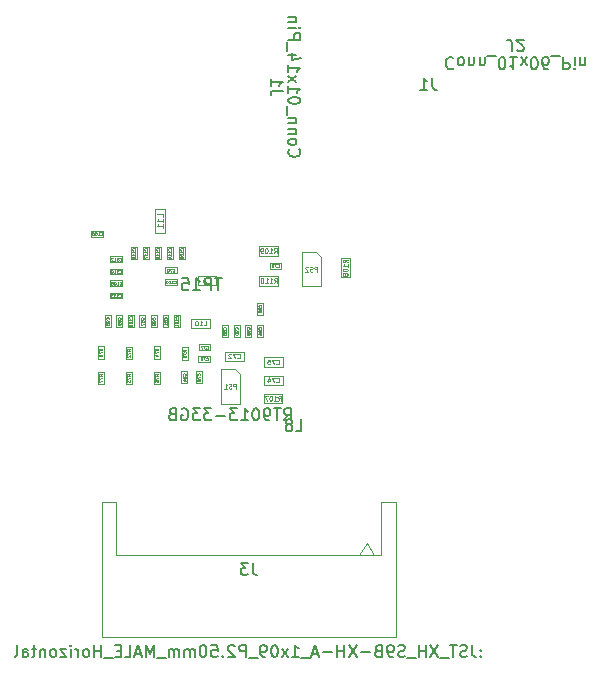
<source format=gbr>
G04 #@! TF.GenerationSoftware,KiCad,Pcbnew,8.0.0-rc1*
G04 #@! TF.CreationDate,2025-03-14T12:06:18+03:00*
G04 #@! TF.ProjectId,Movita_IO_Expansion_Board_V2.0,4d6f7669-7461-45f4-994f-5f457870616e,REV1*
G04 #@! TF.SameCoordinates,Original*
G04 #@! TF.FileFunction,AssemblyDrawing,Bot*
%FSLAX46Y46*%
G04 Gerber Fmt 4.6, Leading zero omitted, Abs format (unit mm)*
G04 Created by KiCad (PCBNEW 8.0.0-rc1) date 2025-03-14 12:06:18*
%MOMM*%
%LPD*%
G01*
G04 APERTURE LIST*
%ADD10C,0.060000*%
%ADD11C,0.040000*%
%ADD12C,0.150000*%
%ADD13C,0.080000*%
%ADD14C,0.100000*%
G04 APERTURE END LIST*
D10*
X131247608Y-79881917D02*
X131380941Y-79691441D01*
X131476179Y-79881917D02*
X131476179Y-79481917D01*
X131476179Y-79481917D02*
X131323798Y-79481917D01*
X131323798Y-79481917D02*
X131285703Y-79500965D01*
X131285703Y-79500965D02*
X131266656Y-79520012D01*
X131266656Y-79520012D02*
X131247608Y-79558108D01*
X131247608Y-79558108D02*
X131247608Y-79615250D01*
X131247608Y-79615250D02*
X131266656Y-79653346D01*
X131266656Y-79653346D02*
X131285703Y-79672393D01*
X131285703Y-79672393D02*
X131323798Y-79691441D01*
X131323798Y-79691441D02*
X131476179Y-79691441D01*
X130866656Y-79881917D02*
X131095227Y-79881917D01*
X130980941Y-79881917D02*
X130980941Y-79481917D01*
X130980941Y-79481917D02*
X131019037Y-79539060D01*
X131019037Y-79539060D02*
X131057132Y-79577155D01*
X131057132Y-79577155D02*
X131095227Y-79596203D01*
X130619037Y-79481917D02*
X130580942Y-79481917D01*
X130580942Y-79481917D02*
X130542846Y-79500965D01*
X130542846Y-79500965D02*
X130523799Y-79520012D01*
X130523799Y-79520012D02*
X130504751Y-79558108D01*
X130504751Y-79558108D02*
X130485704Y-79634298D01*
X130485704Y-79634298D02*
X130485704Y-79729536D01*
X130485704Y-79729536D02*
X130504751Y-79805727D01*
X130504751Y-79805727D02*
X130523799Y-79843822D01*
X130523799Y-79843822D02*
X130542846Y-79862870D01*
X130542846Y-79862870D02*
X130580942Y-79881917D01*
X130580942Y-79881917D02*
X130619037Y-79881917D01*
X130619037Y-79881917D02*
X130657132Y-79862870D01*
X130657132Y-79862870D02*
X130676180Y-79843822D01*
X130676180Y-79843822D02*
X130695227Y-79805727D01*
X130695227Y-79805727D02*
X130714275Y-79729536D01*
X130714275Y-79729536D02*
X130714275Y-79634298D01*
X130714275Y-79634298D02*
X130695227Y-79558108D01*
X130695227Y-79558108D02*
X130676180Y-79520012D01*
X130676180Y-79520012D02*
X130657132Y-79500965D01*
X130657132Y-79500965D02*
X130619037Y-79481917D01*
X130352371Y-79481917D02*
X130085704Y-79481917D01*
X130085704Y-79481917D02*
X130257133Y-79881917D01*
D11*
X124609765Y-77729285D02*
X124621670Y-77717381D01*
X124621670Y-77717381D02*
X124633574Y-77681666D01*
X124633574Y-77681666D02*
X124633574Y-77657857D01*
X124633574Y-77657857D02*
X124621670Y-77622143D01*
X124621670Y-77622143D02*
X124597860Y-77598333D01*
X124597860Y-77598333D02*
X124574050Y-77586428D01*
X124574050Y-77586428D02*
X124526431Y-77574524D01*
X124526431Y-77574524D02*
X124490717Y-77574524D01*
X124490717Y-77574524D02*
X124443098Y-77586428D01*
X124443098Y-77586428D02*
X124419289Y-77598333D01*
X124419289Y-77598333D02*
X124395479Y-77622143D01*
X124395479Y-77622143D02*
X124383574Y-77657857D01*
X124383574Y-77657857D02*
X124383574Y-77681666D01*
X124383574Y-77681666D02*
X124395479Y-77717381D01*
X124395479Y-77717381D02*
X124407384Y-77729285D01*
X124383574Y-77812619D02*
X124383574Y-77979285D01*
X124383574Y-77979285D02*
X124633574Y-77872143D01*
X124490717Y-78110238D02*
X124478812Y-78086428D01*
X124478812Y-78086428D02*
X124466908Y-78074523D01*
X124466908Y-78074523D02*
X124443098Y-78062619D01*
X124443098Y-78062619D02*
X124431193Y-78062619D01*
X124431193Y-78062619D02*
X124407384Y-78074523D01*
X124407384Y-78074523D02*
X124395479Y-78086428D01*
X124395479Y-78086428D02*
X124383574Y-78110238D01*
X124383574Y-78110238D02*
X124383574Y-78157857D01*
X124383574Y-78157857D02*
X124395479Y-78181666D01*
X124395479Y-78181666D02*
X124407384Y-78193571D01*
X124407384Y-78193571D02*
X124431193Y-78205476D01*
X124431193Y-78205476D02*
X124443098Y-78205476D01*
X124443098Y-78205476D02*
X124466908Y-78193571D01*
X124466908Y-78193571D02*
X124478812Y-78181666D01*
X124478812Y-78181666D02*
X124490717Y-78157857D01*
X124490717Y-78157857D02*
X124490717Y-78110238D01*
X124490717Y-78110238D02*
X124502622Y-78086428D01*
X124502622Y-78086428D02*
X124514527Y-78074523D01*
X124514527Y-78074523D02*
X124538336Y-78062619D01*
X124538336Y-78062619D02*
X124585955Y-78062619D01*
X124585955Y-78062619D02*
X124609765Y-78074523D01*
X124609765Y-78074523D02*
X124621670Y-78086428D01*
X124621670Y-78086428D02*
X124633574Y-78110238D01*
X124633574Y-78110238D02*
X124633574Y-78157857D01*
X124633574Y-78157857D02*
X124621670Y-78181666D01*
X124621670Y-78181666D02*
X124609765Y-78193571D01*
X124609765Y-78193571D02*
X124585955Y-78205476D01*
X124585955Y-78205476D02*
X124538336Y-78205476D01*
X124538336Y-78205476D02*
X124514527Y-78193571D01*
X124514527Y-78193571D02*
X124502622Y-78181666D01*
X124502622Y-78181666D02*
X124490717Y-78157857D01*
X118842265Y-72860238D02*
X118854170Y-72848334D01*
X118854170Y-72848334D02*
X118866074Y-72812619D01*
X118866074Y-72812619D02*
X118866074Y-72788810D01*
X118866074Y-72788810D02*
X118854170Y-72753096D01*
X118854170Y-72753096D02*
X118830360Y-72729286D01*
X118830360Y-72729286D02*
X118806550Y-72717381D01*
X118806550Y-72717381D02*
X118758931Y-72705477D01*
X118758931Y-72705477D02*
X118723217Y-72705477D01*
X118723217Y-72705477D02*
X118675598Y-72717381D01*
X118675598Y-72717381D02*
X118651789Y-72729286D01*
X118651789Y-72729286D02*
X118627979Y-72753096D01*
X118627979Y-72753096D02*
X118616074Y-72788810D01*
X118616074Y-72788810D02*
X118616074Y-72812619D01*
X118616074Y-72812619D02*
X118627979Y-72848334D01*
X118627979Y-72848334D02*
X118639884Y-72860238D01*
X118866074Y-73098334D02*
X118866074Y-72955477D01*
X118866074Y-73026905D02*
X118616074Y-73026905D01*
X118616074Y-73026905D02*
X118651789Y-73003096D01*
X118651789Y-73003096D02*
X118675598Y-72979286D01*
X118675598Y-72979286D02*
X118687503Y-72955477D01*
X118616074Y-73253095D02*
X118616074Y-73276905D01*
X118616074Y-73276905D02*
X118627979Y-73300714D01*
X118627979Y-73300714D02*
X118639884Y-73312619D01*
X118639884Y-73312619D02*
X118663693Y-73324524D01*
X118663693Y-73324524D02*
X118711312Y-73336429D01*
X118711312Y-73336429D02*
X118770836Y-73336429D01*
X118770836Y-73336429D02*
X118818455Y-73324524D01*
X118818455Y-73324524D02*
X118842265Y-73312619D01*
X118842265Y-73312619D02*
X118854170Y-73300714D01*
X118854170Y-73300714D02*
X118866074Y-73276905D01*
X118866074Y-73276905D02*
X118866074Y-73253095D01*
X118866074Y-73253095D02*
X118854170Y-73229286D01*
X118854170Y-73229286D02*
X118842265Y-73217381D01*
X118842265Y-73217381D02*
X118818455Y-73205476D01*
X118818455Y-73205476D02*
X118770836Y-73193572D01*
X118770836Y-73193572D02*
X118711312Y-73193572D01*
X118711312Y-73193572D02*
X118663693Y-73205476D01*
X118663693Y-73205476D02*
X118639884Y-73217381D01*
X118639884Y-73217381D02*
X118627979Y-73229286D01*
X118627979Y-73229286D02*
X118616074Y-73253095D01*
X118616074Y-73491190D02*
X118616074Y-73515000D01*
X118616074Y-73515000D02*
X118627979Y-73538809D01*
X118627979Y-73538809D02*
X118639884Y-73550714D01*
X118639884Y-73550714D02*
X118663693Y-73562619D01*
X118663693Y-73562619D02*
X118711312Y-73574524D01*
X118711312Y-73574524D02*
X118770836Y-73574524D01*
X118770836Y-73574524D02*
X118818455Y-73562619D01*
X118818455Y-73562619D02*
X118842265Y-73550714D01*
X118842265Y-73550714D02*
X118854170Y-73538809D01*
X118854170Y-73538809D02*
X118866074Y-73515000D01*
X118866074Y-73515000D02*
X118866074Y-73491190D01*
X118866074Y-73491190D02*
X118854170Y-73467381D01*
X118854170Y-73467381D02*
X118842265Y-73455476D01*
X118842265Y-73455476D02*
X118818455Y-73443571D01*
X118818455Y-73443571D02*
X118770836Y-73431667D01*
X118770836Y-73431667D02*
X118711312Y-73431667D01*
X118711312Y-73431667D02*
X118663693Y-73443571D01*
X118663693Y-73443571D02*
X118639884Y-73455476D01*
X118639884Y-73455476D02*
X118627979Y-73467381D01*
X118627979Y-73467381D02*
X118616074Y-73491190D01*
X123379765Y-77729285D02*
X123391670Y-77717381D01*
X123391670Y-77717381D02*
X123403574Y-77681666D01*
X123403574Y-77681666D02*
X123403574Y-77657857D01*
X123403574Y-77657857D02*
X123391670Y-77622143D01*
X123391670Y-77622143D02*
X123367860Y-77598333D01*
X123367860Y-77598333D02*
X123344050Y-77586428D01*
X123344050Y-77586428D02*
X123296431Y-77574524D01*
X123296431Y-77574524D02*
X123260717Y-77574524D01*
X123260717Y-77574524D02*
X123213098Y-77586428D01*
X123213098Y-77586428D02*
X123189289Y-77598333D01*
X123189289Y-77598333D02*
X123165479Y-77622143D01*
X123165479Y-77622143D02*
X123153574Y-77657857D01*
X123153574Y-77657857D02*
X123153574Y-77681666D01*
X123153574Y-77681666D02*
X123165479Y-77717381D01*
X123165479Y-77717381D02*
X123177384Y-77729285D01*
X123260717Y-77872143D02*
X123248812Y-77848333D01*
X123248812Y-77848333D02*
X123236908Y-77836428D01*
X123236908Y-77836428D02*
X123213098Y-77824524D01*
X123213098Y-77824524D02*
X123201193Y-77824524D01*
X123201193Y-77824524D02*
X123177384Y-77836428D01*
X123177384Y-77836428D02*
X123165479Y-77848333D01*
X123165479Y-77848333D02*
X123153574Y-77872143D01*
X123153574Y-77872143D02*
X123153574Y-77919762D01*
X123153574Y-77919762D02*
X123165479Y-77943571D01*
X123165479Y-77943571D02*
X123177384Y-77955476D01*
X123177384Y-77955476D02*
X123201193Y-77967381D01*
X123201193Y-77967381D02*
X123213098Y-77967381D01*
X123213098Y-77967381D02*
X123236908Y-77955476D01*
X123236908Y-77955476D02*
X123248812Y-77943571D01*
X123248812Y-77943571D02*
X123260717Y-77919762D01*
X123260717Y-77919762D02*
X123260717Y-77872143D01*
X123260717Y-77872143D02*
X123272622Y-77848333D01*
X123272622Y-77848333D02*
X123284527Y-77836428D01*
X123284527Y-77836428D02*
X123308336Y-77824524D01*
X123308336Y-77824524D02*
X123355955Y-77824524D01*
X123355955Y-77824524D02*
X123379765Y-77836428D01*
X123379765Y-77836428D02*
X123391670Y-77848333D01*
X123391670Y-77848333D02*
X123403574Y-77872143D01*
X123403574Y-77872143D02*
X123403574Y-77919762D01*
X123403574Y-77919762D02*
X123391670Y-77943571D01*
X123391670Y-77943571D02*
X123379765Y-77955476D01*
X123379765Y-77955476D02*
X123355955Y-77967381D01*
X123355955Y-77967381D02*
X123308336Y-77967381D01*
X123308336Y-77967381D02*
X123284527Y-77955476D01*
X123284527Y-77955476D02*
X123272622Y-77943571D01*
X123272622Y-77943571D02*
X123260717Y-77919762D01*
X123236908Y-78181666D02*
X123403574Y-78181666D01*
X123141670Y-78122142D02*
X123320241Y-78062619D01*
X123320241Y-78062619D02*
X123320241Y-78217380D01*
D12*
X148396667Y-101477877D02*
X148349048Y-101525497D01*
X148349048Y-101525497D02*
X148396667Y-101573116D01*
X148396667Y-101573116D02*
X148444286Y-101525497D01*
X148444286Y-101525497D02*
X148396667Y-101477877D01*
X148396667Y-101477877D02*
X148396667Y-101573116D01*
X148396667Y-100954068D02*
X148349048Y-101001687D01*
X148349048Y-101001687D02*
X148396667Y-101049306D01*
X148396667Y-101049306D02*
X148444286Y-101001687D01*
X148444286Y-101001687D02*
X148396667Y-100954068D01*
X148396667Y-100954068D02*
X148396667Y-101049306D01*
X147634763Y-100573116D02*
X147634763Y-101287401D01*
X147634763Y-101287401D02*
X147682382Y-101430258D01*
X147682382Y-101430258D02*
X147777620Y-101525497D01*
X147777620Y-101525497D02*
X147920477Y-101573116D01*
X147920477Y-101573116D02*
X148015715Y-101573116D01*
X147206191Y-101525497D02*
X147063334Y-101573116D01*
X147063334Y-101573116D02*
X146825239Y-101573116D01*
X146825239Y-101573116D02*
X146730001Y-101525497D01*
X146730001Y-101525497D02*
X146682382Y-101477877D01*
X146682382Y-101477877D02*
X146634763Y-101382639D01*
X146634763Y-101382639D02*
X146634763Y-101287401D01*
X146634763Y-101287401D02*
X146682382Y-101192163D01*
X146682382Y-101192163D02*
X146730001Y-101144544D01*
X146730001Y-101144544D02*
X146825239Y-101096925D01*
X146825239Y-101096925D02*
X147015715Y-101049306D01*
X147015715Y-101049306D02*
X147110953Y-101001687D01*
X147110953Y-101001687D02*
X147158572Y-100954068D01*
X147158572Y-100954068D02*
X147206191Y-100858830D01*
X147206191Y-100858830D02*
X147206191Y-100763592D01*
X147206191Y-100763592D02*
X147158572Y-100668354D01*
X147158572Y-100668354D02*
X147110953Y-100620735D01*
X147110953Y-100620735D02*
X147015715Y-100573116D01*
X147015715Y-100573116D02*
X146777620Y-100573116D01*
X146777620Y-100573116D02*
X146634763Y-100620735D01*
X146349048Y-100573116D02*
X145777620Y-100573116D01*
X146063334Y-101573116D02*
X146063334Y-100573116D01*
X145682382Y-101668354D02*
X144920477Y-101668354D01*
X144777619Y-100573116D02*
X144110953Y-101573116D01*
X144110953Y-100573116D02*
X144777619Y-101573116D01*
X143730000Y-101573116D02*
X143730000Y-100573116D01*
X143730000Y-101049306D02*
X143158572Y-101049306D01*
X143158572Y-101573116D02*
X143158572Y-100573116D01*
X142920477Y-101668354D02*
X142158572Y-101668354D01*
X141968095Y-101525497D02*
X141825238Y-101573116D01*
X141825238Y-101573116D02*
X141587143Y-101573116D01*
X141587143Y-101573116D02*
X141491905Y-101525497D01*
X141491905Y-101525497D02*
X141444286Y-101477877D01*
X141444286Y-101477877D02*
X141396667Y-101382639D01*
X141396667Y-101382639D02*
X141396667Y-101287401D01*
X141396667Y-101287401D02*
X141444286Y-101192163D01*
X141444286Y-101192163D02*
X141491905Y-101144544D01*
X141491905Y-101144544D02*
X141587143Y-101096925D01*
X141587143Y-101096925D02*
X141777619Y-101049306D01*
X141777619Y-101049306D02*
X141872857Y-101001687D01*
X141872857Y-101001687D02*
X141920476Y-100954068D01*
X141920476Y-100954068D02*
X141968095Y-100858830D01*
X141968095Y-100858830D02*
X141968095Y-100763592D01*
X141968095Y-100763592D02*
X141920476Y-100668354D01*
X141920476Y-100668354D02*
X141872857Y-100620735D01*
X141872857Y-100620735D02*
X141777619Y-100573116D01*
X141777619Y-100573116D02*
X141539524Y-100573116D01*
X141539524Y-100573116D02*
X141396667Y-100620735D01*
X140920476Y-101573116D02*
X140730000Y-101573116D01*
X140730000Y-101573116D02*
X140634762Y-101525497D01*
X140634762Y-101525497D02*
X140587143Y-101477877D01*
X140587143Y-101477877D02*
X140491905Y-101335020D01*
X140491905Y-101335020D02*
X140444286Y-101144544D01*
X140444286Y-101144544D02*
X140444286Y-100763592D01*
X140444286Y-100763592D02*
X140491905Y-100668354D01*
X140491905Y-100668354D02*
X140539524Y-100620735D01*
X140539524Y-100620735D02*
X140634762Y-100573116D01*
X140634762Y-100573116D02*
X140825238Y-100573116D01*
X140825238Y-100573116D02*
X140920476Y-100620735D01*
X140920476Y-100620735D02*
X140968095Y-100668354D01*
X140968095Y-100668354D02*
X141015714Y-100763592D01*
X141015714Y-100763592D02*
X141015714Y-101001687D01*
X141015714Y-101001687D02*
X140968095Y-101096925D01*
X140968095Y-101096925D02*
X140920476Y-101144544D01*
X140920476Y-101144544D02*
X140825238Y-101192163D01*
X140825238Y-101192163D02*
X140634762Y-101192163D01*
X140634762Y-101192163D02*
X140539524Y-101144544D01*
X140539524Y-101144544D02*
X140491905Y-101096925D01*
X140491905Y-101096925D02*
X140444286Y-101001687D01*
X139682381Y-101049306D02*
X139539524Y-101096925D01*
X139539524Y-101096925D02*
X139491905Y-101144544D01*
X139491905Y-101144544D02*
X139444286Y-101239782D01*
X139444286Y-101239782D02*
X139444286Y-101382639D01*
X139444286Y-101382639D02*
X139491905Y-101477877D01*
X139491905Y-101477877D02*
X139539524Y-101525497D01*
X139539524Y-101525497D02*
X139634762Y-101573116D01*
X139634762Y-101573116D02*
X140015714Y-101573116D01*
X140015714Y-101573116D02*
X140015714Y-100573116D01*
X140015714Y-100573116D02*
X139682381Y-100573116D01*
X139682381Y-100573116D02*
X139587143Y-100620735D01*
X139587143Y-100620735D02*
X139539524Y-100668354D01*
X139539524Y-100668354D02*
X139491905Y-100763592D01*
X139491905Y-100763592D02*
X139491905Y-100858830D01*
X139491905Y-100858830D02*
X139539524Y-100954068D01*
X139539524Y-100954068D02*
X139587143Y-101001687D01*
X139587143Y-101001687D02*
X139682381Y-101049306D01*
X139682381Y-101049306D02*
X140015714Y-101049306D01*
X139015714Y-101192163D02*
X138253810Y-101192163D01*
X137872857Y-100573116D02*
X137206191Y-101573116D01*
X137206191Y-100573116D02*
X137872857Y-101573116D01*
X136825238Y-101573116D02*
X136825238Y-100573116D01*
X136825238Y-101049306D02*
X136253810Y-101049306D01*
X136253810Y-101573116D02*
X136253810Y-100573116D01*
X135777619Y-101192163D02*
X135015715Y-101192163D01*
X134587143Y-101287401D02*
X134110953Y-101287401D01*
X134682381Y-101573116D02*
X134349048Y-100573116D01*
X134349048Y-100573116D02*
X134015715Y-101573116D01*
X133920477Y-101668354D02*
X133158572Y-101668354D01*
X132396667Y-101573116D02*
X132968095Y-101573116D01*
X132682381Y-101573116D02*
X132682381Y-100573116D01*
X132682381Y-100573116D02*
X132777619Y-100715973D01*
X132777619Y-100715973D02*
X132872857Y-100811211D01*
X132872857Y-100811211D02*
X132968095Y-100858830D01*
X132063333Y-101573116D02*
X131539524Y-100906449D01*
X132063333Y-100906449D02*
X131539524Y-101573116D01*
X130968095Y-100573116D02*
X130872857Y-100573116D01*
X130872857Y-100573116D02*
X130777619Y-100620735D01*
X130777619Y-100620735D02*
X130730000Y-100668354D01*
X130730000Y-100668354D02*
X130682381Y-100763592D01*
X130682381Y-100763592D02*
X130634762Y-100954068D01*
X130634762Y-100954068D02*
X130634762Y-101192163D01*
X130634762Y-101192163D02*
X130682381Y-101382639D01*
X130682381Y-101382639D02*
X130730000Y-101477877D01*
X130730000Y-101477877D02*
X130777619Y-101525497D01*
X130777619Y-101525497D02*
X130872857Y-101573116D01*
X130872857Y-101573116D02*
X130968095Y-101573116D01*
X130968095Y-101573116D02*
X131063333Y-101525497D01*
X131063333Y-101525497D02*
X131110952Y-101477877D01*
X131110952Y-101477877D02*
X131158571Y-101382639D01*
X131158571Y-101382639D02*
X131206190Y-101192163D01*
X131206190Y-101192163D02*
X131206190Y-100954068D01*
X131206190Y-100954068D02*
X131158571Y-100763592D01*
X131158571Y-100763592D02*
X131110952Y-100668354D01*
X131110952Y-100668354D02*
X131063333Y-100620735D01*
X131063333Y-100620735D02*
X130968095Y-100573116D01*
X130158571Y-101573116D02*
X129968095Y-101573116D01*
X129968095Y-101573116D02*
X129872857Y-101525497D01*
X129872857Y-101525497D02*
X129825238Y-101477877D01*
X129825238Y-101477877D02*
X129730000Y-101335020D01*
X129730000Y-101335020D02*
X129682381Y-101144544D01*
X129682381Y-101144544D02*
X129682381Y-100763592D01*
X129682381Y-100763592D02*
X129730000Y-100668354D01*
X129730000Y-100668354D02*
X129777619Y-100620735D01*
X129777619Y-100620735D02*
X129872857Y-100573116D01*
X129872857Y-100573116D02*
X130063333Y-100573116D01*
X130063333Y-100573116D02*
X130158571Y-100620735D01*
X130158571Y-100620735D02*
X130206190Y-100668354D01*
X130206190Y-100668354D02*
X130253809Y-100763592D01*
X130253809Y-100763592D02*
X130253809Y-101001687D01*
X130253809Y-101001687D02*
X130206190Y-101096925D01*
X130206190Y-101096925D02*
X130158571Y-101144544D01*
X130158571Y-101144544D02*
X130063333Y-101192163D01*
X130063333Y-101192163D02*
X129872857Y-101192163D01*
X129872857Y-101192163D02*
X129777619Y-101144544D01*
X129777619Y-101144544D02*
X129730000Y-101096925D01*
X129730000Y-101096925D02*
X129682381Y-101001687D01*
X129491905Y-101668354D02*
X128730000Y-101668354D01*
X128491904Y-101573116D02*
X128491904Y-100573116D01*
X128491904Y-100573116D02*
X128110952Y-100573116D01*
X128110952Y-100573116D02*
X128015714Y-100620735D01*
X128015714Y-100620735D02*
X127968095Y-100668354D01*
X127968095Y-100668354D02*
X127920476Y-100763592D01*
X127920476Y-100763592D02*
X127920476Y-100906449D01*
X127920476Y-100906449D02*
X127968095Y-101001687D01*
X127968095Y-101001687D02*
X128015714Y-101049306D01*
X128015714Y-101049306D02*
X128110952Y-101096925D01*
X128110952Y-101096925D02*
X128491904Y-101096925D01*
X127539523Y-100668354D02*
X127491904Y-100620735D01*
X127491904Y-100620735D02*
X127396666Y-100573116D01*
X127396666Y-100573116D02*
X127158571Y-100573116D01*
X127158571Y-100573116D02*
X127063333Y-100620735D01*
X127063333Y-100620735D02*
X127015714Y-100668354D01*
X127015714Y-100668354D02*
X126968095Y-100763592D01*
X126968095Y-100763592D02*
X126968095Y-100858830D01*
X126968095Y-100858830D02*
X127015714Y-101001687D01*
X127015714Y-101001687D02*
X127587142Y-101573116D01*
X127587142Y-101573116D02*
X126968095Y-101573116D01*
X126539523Y-101477877D02*
X126491904Y-101525497D01*
X126491904Y-101525497D02*
X126539523Y-101573116D01*
X126539523Y-101573116D02*
X126587142Y-101525497D01*
X126587142Y-101525497D02*
X126539523Y-101477877D01*
X126539523Y-101477877D02*
X126539523Y-101573116D01*
X125587143Y-100573116D02*
X126063333Y-100573116D01*
X126063333Y-100573116D02*
X126110952Y-101049306D01*
X126110952Y-101049306D02*
X126063333Y-101001687D01*
X126063333Y-101001687D02*
X125968095Y-100954068D01*
X125968095Y-100954068D02*
X125730000Y-100954068D01*
X125730000Y-100954068D02*
X125634762Y-101001687D01*
X125634762Y-101001687D02*
X125587143Y-101049306D01*
X125587143Y-101049306D02*
X125539524Y-101144544D01*
X125539524Y-101144544D02*
X125539524Y-101382639D01*
X125539524Y-101382639D02*
X125587143Y-101477877D01*
X125587143Y-101477877D02*
X125634762Y-101525497D01*
X125634762Y-101525497D02*
X125730000Y-101573116D01*
X125730000Y-101573116D02*
X125968095Y-101573116D01*
X125968095Y-101573116D02*
X126063333Y-101525497D01*
X126063333Y-101525497D02*
X126110952Y-101477877D01*
X124920476Y-100573116D02*
X124825238Y-100573116D01*
X124825238Y-100573116D02*
X124730000Y-100620735D01*
X124730000Y-100620735D02*
X124682381Y-100668354D01*
X124682381Y-100668354D02*
X124634762Y-100763592D01*
X124634762Y-100763592D02*
X124587143Y-100954068D01*
X124587143Y-100954068D02*
X124587143Y-101192163D01*
X124587143Y-101192163D02*
X124634762Y-101382639D01*
X124634762Y-101382639D02*
X124682381Y-101477877D01*
X124682381Y-101477877D02*
X124730000Y-101525497D01*
X124730000Y-101525497D02*
X124825238Y-101573116D01*
X124825238Y-101573116D02*
X124920476Y-101573116D01*
X124920476Y-101573116D02*
X125015714Y-101525497D01*
X125015714Y-101525497D02*
X125063333Y-101477877D01*
X125063333Y-101477877D02*
X125110952Y-101382639D01*
X125110952Y-101382639D02*
X125158571Y-101192163D01*
X125158571Y-101192163D02*
X125158571Y-100954068D01*
X125158571Y-100954068D02*
X125110952Y-100763592D01*
X125110952Y-100763592D02*
X125063333Y-100668354D01*
X125063333Y-100668354D02*
X125015714Y-100620735D01*
X125015714Y-100620735D02*
X124920476Y-100573116D01*
X124158571Y-101573116D02*
X124158571Y-100906449D01*
X124158571Y-101001687D02*
X124110952Y-100954068D01*
X124110952Y-100954068D02*
X124015714Y-100906449D01*
X124015714Y-100906449D02*
X123872857Y-100906449D01*
X123872857Y-100906449D02*
X123777619Y-100954068D01*
X123777619Y-100954068D02*
X123730000Y-101049306D01*
X123730000Y-101049306D02*
X123730000Y-101573116D01*
X123730000Y-101049306D02*
X123682381Y-100954068D01*
X123682381Y-100954068D02*
X123587143Y-100906449D01*
X123587143Y-100906449D02*
X123444286Y-100906449D01*
X123444286Y-100906449D02*
X123349047Y-100954068D01*
X123349047Y-100954068D02*
X123301428Y-101049306D01*
X123301428Y-101049306D02*
X123301428Y-101573116D01*
X122825238Y-101573116D02*
X122825238Y-100906449D01*
X122825238Y-101001687D02*
X122777619Y-100954068D01*
X122777619Y-100954068D02*
X122682381Y-100906449D01*
X122682381Y-100906449D02*
X122539524Y-100906449D01*
X122539524Y-100906449D02*
X122444286Y-100954068D01*
X122444286Y-100954068D02*
X122396667Y-101049306D01*
X122396667Y-101049306D02*
X122396667Y-101573116D01*
X122396667Y-101049306D02*
X122349048Y-100954068D01*
X122349048Y-100954068D02*
X122253810Y-100906449D01*
X122253810Y-100906449D02*
X122110953Y-100906449D01*
X122110953Y-100906449D02*
X122015714Y-100954068D01*
X122015714Y-100954068D02*
X121968095Y-101049306D01*
X121968095Y-101049306D02*
X121968095Y-101573116D01*
X121730001Y-101668354D02*
X120968096Y-101668354D01*
X120730000Y-101573116D02*
X120730000Y-100573116D01*
X120730000Y-100573116D02*
X120396667Y-101287401D01*
X120396667Y-101287401D02*
X120063334Y-100573116D01*
X120063334Y-100573116D02*
X120063334Y-101573116D01*
X119634762Y-101287401D02*
X119158572Y-101287401D01*
X119730000Y-101573116D02*
X119396667Y-100573116D01*
X119396667Y-100573116D02*
X119063334Y-101573116D01*
X118253810Y-101573116D02*
X118730000Y-101573116D01*
X118730000Y-101573116D02*
X118730000Y-100573116D01*
X117920476Y-101049306D02*
X117587143Y-101049306D01*
X117444286Y-101573116D02*
X117920476Y-101573116D01*
X117920476Y-101573116D02*
X117920476Y-100573116D01*
X117920476Y-100573116D02*
X117444286Y-100573116D01*
X117253810Y-101668354D02*
X116491905Y-101668354D01*
X116253809Y-101573116D02*
X116253809Y-100573116D01*
X116253809Y-101049306D02*
X115682381Y-101049306D01*
X115682381Y-101573116D02*
X115682381Y-100573116D01*
X115063333Y-101573116D02*
X115158571Y-101525497D01*
X115158571Y-101525497D02*
X115206190Y-101477877D01*
X115206190Y-101477877D02*
X115253809Y-101382639D01*
X115253809Y-101382639D02*
X115253809Y-101096925D01*
X115253809Y-101096925D02*
X115206190Y-101001687D01*
X115206190Y-101001687D02*
X115158571Y-100954068D01*
X115158571Y-100954068D02*
X115063333Y-100906449D01*
X115063333Y-100906449D02*
X114920476Y-100906449D01*
X114920476Y-100906449D02*
X114825238Y-100954068D01*
X114825238Y-100954068D02*
X114777619Y-101001687D01*
X114777619Y-101001687D02*
X114730000Y-101096925D01*
X114730000Y-101096925D02*
X114730000Y-101382639D01*
X114730000Y-101382639D02*
X114777619Y-101477877D01*
X114777619Y-101477877D02*
X114825238Y-101525497D01*
X114825238Y-101525497D02*
X114920476Y-101573116D01*
X114920476Y-101573116D02*
X115063333Y-101573116D01*
X114301428Y-101573116D02*
X114301428Y-100906449D01*
X114301428Y-101096925D02*
X114253809Y-101001687D01*
X114253809Y-101001687D02*
X114206190Y-100954068D01*
X114206190Y-100954068D02*
X114110952Y-100906449D01*
X114110952Y-100906449D02*
X114015714Y-100906449D01*
X113682380Y-101573116D02*
X113682380Y-100906449D01*
X113682380Y-100573116D02*
X113729999Y-100620735D01*
X113729999Y-100620735D02*
X113682380Y-100668354D01*
X113682380Y-100668354D02*
X113634761Y-100620735D01*
X113634761Y-100620735D02*
X113682380Y-100573116D01*
X113682380Y-100573116D02*
X113682380Y-100668354D01*
X113301428Y-100906449D02*
X112777619Y-100906449D01*
X112777619Y-100906449D02*
X113301428Y-101573116D01*
X113301428Y-101573116D02*
X112777619Y-101573116D01*
X112253809Y-101573116D02*
X112349047Y-101525497D01*
X112349047Y-101525497D02*
X112396666Y-101477877D01*
X112396666Y-101477877D02*
X112444285Y-101382639D01*
X112444285Y-101382639D02*
X112444285Y-101096925D01*
X112444285Y-101096925D02*
X112396666Y-101001687D01*
X112396666Y-101001687D02*
X112349047Y-100954068D01*
X112349047Y-100954068D02*
X112253809Y-100906449D01*
X112253809Y-100906449D02*
X112110952Y-100906449D01*
X112110952Y-100906449D02*
X112015714Y-100954068D01*
X112015714Y-100954068D02*
X111968095Y-101001687D01*
X111968095Y-101001687D02*
X111920476Y-101096925D01*
X111920476Y-101096925D02*
X111920476Y-101382639D01*
X111920476Y-101382639D02*
X111968095Y-101477877D01*
X111968095Y-101477877D02*
X112015714Y-101525497D01*
X112015714Y-101525497D02*
X112110952Y-101573116D01*
X112110952Y-101573116D02*
X112253809Y-101573116D01*
X111491904Y-100906449D02*
X111491904Y-101573116D01*
X111491904Y-101001687D02*
X111444285Y-100954068D01*
X111444285Y-100954068D02*
X111349047Y-100906449D01*
X111349047Y-100906449D02*
X111206190Y-100906449D01*
X111206190Y-100906449D02*
X111110952Y-100954068D01*
X111110952Y-100954068D02*
X111063333Y-101049306D01*
X111063333Y-101049306D02*
X111063333Y-101573116D01*
X110729999Y-100906449D02*
X110349047Y-100906449D01*
X110587142Y-100573116D02*
X110587142Y-101430258D01*
X110587142Y-101430258D02*
X110539523Y-101525497D01*
X110539523Y-101525497D02*
X110444285Y-101573116D01*
X110444285Y-101573116D02*
X110349047Y-101573116D01*
X109587142Y-101573116D02*
X109587142Y-101049306D01*
X109587142Y-101049306D02*
X109634761Y-100954068D01*
X109634761Y-100954068D02*
X109729999Y-100906449D01*
X109729999Y-100906449D02*
X109920475Y-100906449D01*
X109920475Y-100906449D02*
X110015713Y-100954068D01*
X109587142Y-101525497D02*
X109682380Y-101573116D01*
X109682380Y-101573116D02*
X109920475Y-101573116D01*
X109920475Y-101573116D02*
X110015713Y-101525497D01*
X110015713Y-101525497D02*
X110063332Y-101430258D01*
X110063332Y-101430258D02*
X110063332Y-101335020D01*
X110063332Y-101335020D02*
X110015713Y-101239782D01*
X110015713Y-101239782D02*
X109920475Y-101192163D01*
X109920475Y-101192163D02*
X109682380Y-101192163D01*
X109682380Y-101192163D02*
X109587142Y-101144544D01*
X108968094Y-101573116D02*
X109063332Y-101525497D01*
X109063332Y-101525497D02*
X109110951Y-101430258D01*
X109110951Y-101430258D02*
X109110951Y-100573116D01*
X129063333Y-93623116D02*
X129063333Y-94337401D01*
X129063333Y-94337401D02*
X129110952Y-94480258D01*
X129110952Y-94480258D02*
X129206190Y-94575497D01*
X129206190Y-94575497D02*
X129349047Y-94623116D01*
X129349047Y-94623116D02*
X129444285Y-94623116D01*
X128682380Y-93623116D02*
X128063333Y-93623116D01*
X128063333Y-93623116D02*
X128396666Y-94004068D01*
X128396666Y-94004068D02*
X128253809Y-94004068D01*
X128253809Y-94004068D02*
X128158571Y-94051687D01*
X128158571Y-94051687D02*
X128110952Y-94099306D01*
X128110952Y-94099306D02*
X128063333Y-94194544D01*
X128063333Y-94194544D02*
X128063333Y-94432639D01*
X128063333Y-94432639D02*
X128110952Y-94527877D01*
X128110952Y-94527877D02*
X128158571Y-94575497D01*
X128158571Y-94575497D02*
X128253809Y-94623116D01*
X128253809Y-94623116D02*
X128539523Y-94623116D01*
X128539523Y-94623116D02*
X128634761Y-94575497D01*
X128634761Y-94575497D02*
X128682380Y-94527877D01*
D11*
X117862265Y-72979285D02*
X117874170Y-72967381D01*
X117874170Y-72967381D02*
X117886074Y-72931666D01*
X117886074Y-72931666D02*
X117886074Y-72907857D01*
X117886074Y-72907857D02*
X117874170Y-72872143D01*
X117874170Y-72872143D02*
X117850360Y-72848333D01*
X117850360Y-72848333D02*
X117826550Y-72836428D01*
X117826550Y-72836428D02*
X117778931Y-72824524D01*
X117778931Y-72824524D02*
X117743217Y-72824524D01*
X117743217Y-72824524D02*
X117695598Y-72836428D01*
X117695598Y-72836428D02*
X117671789Y-72848333D01*
X117671789Y-72848333D02*
X117647979Y-72872143D01*
X117647979Y-72872143D02*
X117636074Y-72907857D01*
X117636074Y-72907857D02*
X117636074Y-72931666D01*
X117636074Y-72931666D02*
X117647979Y-72967381D01*
X117647979Y-72967381D02*
X117659884Y-72979285D01*
X117743217Y-73122143D02*
X117731312Y-73098333D01*
X117731312Y-73098333D02*
X117719408Y-73086428D01*
X117719408Y-73086428D02*
X117695598Y-73074524D01*
X117695598Y-73074524D02*
X117683693Y-73074524D01*
X117683693Y-73074524D02*
X117659884Y-73086428D01*
X117659884Y-73086428D02*
X117647979Y-73098333D01*
X117647979Y-73098333D02*
X117636074Y-73122143D01*
X117636074Y-73122143D02*
X117636074Y-73169762D01*
X117636074Y-73169762D02*
X117647979Y-73193571D01*
X117647979Y-73193571D02*
X117659884Y-73205476D01*
X117659884Y-73205476D02*
X117683693Y-73217381D01*
X117683693Y-73217381D02*
X117695598Y-73217381D01*
X117695598Y-73217381D02*
X117719408Y-73205476D01*
X117719408Y-73205476D02*
X117731312Y-73193571D01*
X117731312Y-73193571D02*
X117743217Y-73169762D01*
X117743217Y-73169762D02*
X117743217Y-73122143D01*
X117743217Y-73122143D02*
X117755122Y-73098333D01*
X117755122Y-73098333D02*
X117767027Y-73086428D01*
X117767027Y-73086428D02*
X117790836Y-73074524D01*
X117790836Y-73074524D02*
X117838455Y-73074524D01*
X117838455Y-73074524D02*
X117862265Y-73086428D01*
X117862265Y-73086428D02*
X117874170Y-73098333D01*
X117874170Y-73098333D02*
X117886074Y-73122143D01*
X117886074Y-73122143D02*
X117886074Y-73169762D01*
X117886074Y-73169762D02*
X117874170Y-73193571D01*
X117874170Y-73193571D02*
X117862265Y-73205476D01*
X117862265Y-73205476D02*
X117838455Y-73217381D01*
X117838455Y-73217381D02*
X117790836Y-73217381D01*
X117790836Y-73217381D02*
X117767027Y-73205476D01*
X117767027Y-73205476D02*
X117755122Y-73193571D01*
X117755122Y-73193571D02*
X117743217Y-73169762D01*
X117886074Y-73336428D02*
X117886074Y-73384047D01*
X117886074Y-73384047D02*
X117874170Y-73407857D01*
X117874170Y-73407857D02*
X117862265Y-73419761D01*
X117862265Y-73419761D02*
X117826550Y-73443571D01*
X117826550Y-73443571D02*
X117778931Y-73455476D01*
X117778931Y-73455476D02*
X117683693Y-73455476D01*
X117683693Y-73455476D02*
X117659884Y-73443571D01*
X117659884Y-73443571D02*
X117647979Y-73431666D01*
X117647979Y-73431666D02*
X117636074Y-73407857D01*
X117636074Y-73407857D02*
X117636074Y-73360238D01*
X117636074Y-73360238D02*
X117647979Y-73336428D01*
X117647979Y-73336428D02*
X117659884Y-73324523D01*
X117659884Y-73324523D02*
X117683693Y-73312619D01*
X117683693Y-73312619D02*
X117743217Y-73312619D01*
X117743217Y-73312619D02*
X117767027Y-73324523D01*
X117767027Y-73324523D02*
X117778931Y-73336428D01*
X117778931Y-73336428D02*
X117790836Y-73360238D01*
X117790836Y-73360238D02*
X117790836Y-73407857D01*
X117790836Y-73407857D02*
X117778931Y-73431666D01*
X117778931Y-73431666D02*
X117767027Y-73443571D01*
X117767027Y-73443571D02*
X117743217Y-73455476D01*
X122139765Y-67120238D02*
X122151670Y-67108334D01*
X122151670Y-67108334D02*
X122163574Y-67072619D01*
X122163574Y-67072619D02*
X122163574Y-67048810D01*
X122163574Y-67048810D02*
X122151670Y-67013096D01*
X122151670Y-67013096D02*
X122127860Y-66989286D01*
X122127860Y-66989286D02*
X122104050Y-66977381D01*
X122104050Y-66977381D02*
X122056431Y-66965477D01*
X122056431Y-66965477D02*
X122020717Y-66965477D01*
X122020717Y-66965477D02*
X121973098Y-66977381D01*
X121973098Y-66977381D02*
X121949289Y-66989286D01*
X121949289Y-66989286D02*
X121925479Y-67013096D01*
X121925479Y-67013096D02*
X121913574Y-67048810D01*
X121913574Y-67048810D02*
X121913574Y-67072619D01*
X121913574Y-67072619D02*
X121925479Y-67108334D01*
X121925479Y-67108334D02*
X121937384Y-67120238D01*
X122163574Y-67358334D02*
X122163574Y-67215477D01*
X122163574Y-67286905D02*
X121913574Y-67286905D01*
X121913574Y-67286905D02*
X121949289Y-67263096D01*
X121949289Y-67263096D02*
X121973098Y-67239286D01*
X121973098Y-67239286D02*
X121985003Y-67215477D01*
X122163574Y-67596429D02*
X122163574Y-67453572D01*
X122163574Y-67525000D02*
X121913574Y-67525000D01*
X121913574Y-67525000D02*
X121949289Y-67501191D01*
X121949289Y-67501191D02*
X121973098Y-67477381D01*
X121973098Y-67477381D02*
X121985003Y-67453572D01*
X121996908Y-67810714D02*
X122163574Y-67810714D01*
X121901670Y-67751190D02*
X122080241Y-67691667D01*
X122080241Y-67691667D02*
X122080241Y-67846428D01*
D12*
X132202516Y-58599524D02*
X132154897Y-58647143D01*
X132154897Y-58647143D02*
X132107277Y-58790000D01*
X132107277Y-58790000D02*
X132107277Y-58885238D01*
X132107277Y-58885238D02*
X132154897Y-59028095D01*
X132154897Y-59028095D02*
X132250135Y-59123333D01*
X132250135Y-59123333D02*
X132345373Y-59170952D01*
X132345373Y-59170952D02*
X132535849Y-59218571D01*
X132535849Y-59218571D02*
X132678706Y-59218571D01*
X132678706Y-59218571D02*
X132869182Y-59170952D01*
X132869182Y-59170952D02*
X132964420Y-59123333D01*
X132964420Y-59123333D02*
X133059658Y-59028095D01*
X133059658Y-59028095D02*
X133107277Y-58885238D01*
X133107277Y-58885238D02*
X133107277Y-58790000D01*
X133107277Y-58790000D02*
X133059658Y-58647143D01*
X133059658Y-58647143D02*
X133012039Y-58599524D01*
X132107277Y-58028095D02*
X132154897Y-58123333D01*
X132154897Y-58123333D02*
X132202516Y-58170952D01*
X132202516Y-58170952D02*
X132297754Y-58218571D01*
X132297754Y-58218571D02*
X132583468Y-58218571D01*
X132583468Y-58218571D02*
X132678706Y-58170952D01*
X132678706Y-58170952D02*
X132726325Y-58123333D01*
X132726325Y-58123333D02*
X132773944Y-58028095D01*
X132773944Y-58028095D02*
X132773944Y-57885238D01*
X132773944Y-57885238D02*
X132726325Y-57790000D01*
X132726325Y-57790000D02*
X132678706Y-57742381D01*
X132678706Y-57742381D02*
X132583468Y-57694762D01*
X132583468Y-57694762D02*
X132297754Y-57694762D01*
X132297754Y-57694762D02*
X132202516Y-57742381D01*
X132202516Y-57742381D02*
X132154897Y-57790000D01*
X132154897Y-57790000D02*
X132107277Y-57885238D01*
X132107277Y-57885238D02*
X132107277Y-58028095D01*
X132773944Y-57266190D02*
X132107277Y-57266190D01*
X132678706Y-57266190D02*
X132726325Y-57218571D01*
X132726325Y-57218571D02*
X132773944Y-57123333D01*
X132773944Y-57123333D02*
X132773944Y-56980476D01*
X132773944Y-56980476D02*
X132726325Y-56885238D01*
X132726325Y-56885238D02*
X132631087Y-56837619D01*
X132631087Y-56837619D02*
X132107277Y-56837619D01*
X132773944Y-56361428D02*
X132107277Y-56361428D01*
X132678706Y-56361428D02*
X132726325Y-56313809D01*
X132726325Y-56313809D02*
X132773944Y-56218571D01*
X132773944Y-56218571D02*
X132773944Y-56075714D01*
X132773944Y-56075714D02*
X132726325Y-55980476D01*
X132726325Y-55980476D02*
X132631087Y-55932857D01*
X132631087Y-55932857D02*
X132107277Y-55932857D01*
X132012039Y-55694762D02*
X132012039Y-54932857D01*
X133107277Y-54504285D02*
X133107277Y-54409047D01*
X133107277Y-54409047D02*
X133059658Y-54313809D01*
X133059658Y-54313809D02*
X133012039Y-54266190D01*
X133012039Y-54266190D02*
X132916801Y-54218571D01*
X132916801Y-54218571D02*
X132726325Y-54170952D01*
X132726325Y-54170952D02*
X132488230Y-54170952D01*
X132488230Y-54170952D02*
X132297754Y-54218571D01*
X132297754Y-54218571D02*
X132202516Y-54266190D01*
X132202516Y-54266190D02*
X132154897Y-54313809D01*
X132154897Y-54313809D02*
X132107277Y-54409047D01*
X132107277Y-54409047D02*
X132107277Y-54504285D01*
X132107277Y-54504285D02*
X132154897Y-54599523D01*
X132154897Y-54599523D02*
X132202516Y-54647142D01*
X132202516Y-54647142D02*
X132297754Y-54694761D01*
X132297754Y-54694761D02*
X132488230Y-54742380D01*
X132488230Y-54742380D02*
X132726325Y-54742380D01*
X132726325Y-54742380D02*
X132916801Y-54694761D01*
X132916801Y-54694761D02*
X133012039Y-54647142D01*
X133012039Y-54647142D02*
X133059658Y-54599523D01*
X133059658Y-54599523D02*
X133107277Y-54504285D01*
X132107277Y-53218571D02*
X132107277Y-53789999D01*
X132107277Y-53504285D02*
X133107277Y-53504285D01*
X133107277Y-53504285D02*
X132964420Y-53599523D01*
X132964420Y-53599523D02*
X132869182Y-53694761D01*
X132869182Y-53694761D02*
X132821563Y-53789999D01*
X132107277Y-52885237D02*
X132773944Y-52361428D01*
X132773944Y-52885237D02*
X132107277Y-52361428D01*
X132107277Y-51456666D02*
X132107277Y-52028094D01*
X132107277Y-51742380D02*
X133107277Y-51742380D01*
X133107277Y-51742380D02*
X132964420Y-51837618D01*
X132964420Y-51837618D02*
X132869182Y-51932856D01*
X132869182Y-51932856D02*
X132821563Y-52028094D01*
X132773944Y-50599523D02*
X132107277Y-50599523D01*
X133154897Y-50837618D02*
X132440611Y-51075713D01*
X132440611Y-51075713D02*
X132440611Y-50456666D01*
X132012039Y-50313809D02*
X132012039Y-49551904D01*
X132107277Y-49313808D02*
X133107277Y-49313808D01*
X133107277Y-49313808D02*
X133107277Y-48932856D01*
X133107277Y-48932856D02*
X133059658Y-48837618D01*
X133059658Y-48837618D02*
X133012039Y-48789999D01*
X133012039Y-48789999D02*
X132916801Y-48742380D01*
X132916801Y-48742380D02*
X132773944Y-48742380D01*
X132773944Y-48742380D02*
X132678706Y-48789999D01*
X132678706Y-48789999D02*
X132631087Y-48837618D01*
X132631087Y-48837618D02*
X132583468Y-48932856D01*
X132583468Y-48932856D02*
X132583468Y-49313808D01*
X132107277Y-48313808D02*
X132773944Y-48313808D01*
X133107277Y-48313808D02*
X133059658Y-48361427D01*
X133059658Y-48361427D02*
X133012039Y-48313808D01*
X133012039Y-48313808D02*
X133059658Y-48266189D01*
X133059658Y-48266189D02*
X133107277Y-48313808D01*
X133107277Y-48313808D02*
X133012039Y-48313808D01*
X132773944Y-47837618D02*
X132107277Y-47837618D01*
X132678706Y-47837618D02*
X132726325Y-47789999D01*
X132726325Y-47789999D02*
X132773944Y-47694761D01*
X132773944Y-47694761D02*
X132773944Y-47551904D01*
X132773944Y-47551904D02*
X132726325Y-47456666D01*
X132726325Y-47456666D02*
X132631087Y-47409047D01*
X132631087Y-47409047D02*
X132107277Y-47409047D01*
X144265430Y-52544819D02*
X144265430Y-53259104D01*
X144265430Y-53259104D02*
X144313049Y-53401961D01*
X144313049Y-53401961D02*
X144408287Y-53497200D01*
X144408287Y-53497200D02*
X144551144Y-53544819D01*
X144551144Y-53544819D02*
X144646382Y-53544819D01*
X143265430Y-53544819D02*
X143836858Y-53544819D01*
X143551144Y-53544819D02*
X143551144Y-52544819D01*
X143551144Y-52544819D02*
X143646382Y-52687676D01*
X143646382Y-52687676D02*
X143741620Y-52782914D01*
X143741620Y-52782914D02*
X143836858Y-52830533D01*
X131607277Y-53623333D02*
X130892992Y-53623333D01*
X130892992Y-53623333D02*
X130750135Y-53670952D01*
X130750135Y-53670952D02*
X130654897Y-53766190D01*
X130654897Y-53766190D02*
X130607277Y-53909047D01*
X130607277Y-53909047D02*
X130607277Y-54004285D01*
X130607277Y-52623333D02*
X130607277Y-53194761D01*
X130607277Y-52909047D02*
X131607277Y-52909047D01*
X131607277Y-52909047D02*
X131464420Y-53004285D01*
X131464420Y-53004285D02*
X131369182Y-53099523D01*
X131369182Y-53099523D02*
X131321563Y-53194761D01*
D10*
X124929642Y-73511927D02*
X125120118Y-73511927D01*
X125120118Y-73511927D02*
X125120118Y-73111927D01*
X124586785Y-73511927D02*
X124815356Y-73511927D01*
X124701070Y-73511927D02*
X124701070Y-73111927D01*
X124701070Y-73111927D02*
X124739166Y-73169070D01*
X124739166Y-73169070D02*
X124777261Y-73207165D01*
X124777261Y-73207165D02*
X124815356Y-73226213D01*
X124339166Y-73111927D02*
X124301071Y-73111927D01*
X124301071Y-73111927D02*
X124262975Y-73130975D01*
X124262975Y-73130975D02*
X124243928Y-73150022D01*
X124243928Y-73150022D02*
X124224880Y-73188118D01*
X124224880Y-73188118D02*
X124205833Y-73264308D01*
X124205833Y-73264308D02*
X124205833Y-73359546D01*
X124205833Y-73359546D02*
X124224880Y-73435737D01*
X124224880Y-73435737D02*
X124243928Y-73473832D01*
X124243928Y-73473832D02*
X124262975Y-73492880D01*
X124262975Y-73492880D02*
X124301071Y-73511927D01*
X124301071Y-73511927D02*
X124339166Y-73511927D01*
X124339166Y-73511927D02*
X124377261Y-73492880D01*
X124377261Y-73492880D02*
X124396309Y-73473832D01*
X124396309Y-73473832D02*
X124415356Y-73435737D01*
X124415356Y-73435737D02*
X124434404Y-73359546D01*
X124434404Y-73359546D02*
X124434404Y-73264308D01*
X124434404Y-73264308D02*
X124415356Y-73188118D01*
X124415356Y-73188118D02*
X124396309Y-73150022D01*
X124396309Y-73150022D02*
X124377261Y-73130975D01*
X124377261Y-73130975D02*
X124339166Y-73111927D01*
D11*
X118708200Y-77782857D02*
X118584391Y-77696190D01*
X118708200Y-77634285D02*
X118448200Y-77634285D01*
X118448200Y-77634285D02*
X118448200Y-77733333D01*
X118448200Y-77733333D02*
X118460581Y-77758095D01*
X118460581Y-77758095D02*
X118472962Y-77770476D01*
X118472962Y-77770476D02*
X118497724Y-77782857D01*
X118497724Y-77782857D02*
X118534867Y-77782857D01*
X118534867Y-77782857D02*
X118559629Y-77770476D01*
X118559629Y-77770476D02*
X118572010Y-77758095D01*
X118572010Y-77758095D02*
X118584391Y-77733333D01*
X118584391Y-77733333D02*
X118584391Y-77634285D01*
X118448200Y-77869523D02*
X118448200Y-78042857D01*
X118448200Y-78042857D02*
X118708200Y-77931428D01*
X118448200Y-78117142D02*
X118448200Y-78278095D01*
X118448200Y-78278095D02*
X118547248Y-78191428D01*
X118547248Y-78191428D02*
X118547248Y-78228571D01*
X118547248Y-78228571D02*
X118559629Y-78253333D01*
X118559629Y-78253333D02*
X118572010Y-78265714D01*
X118572010Y-78265714D02*
X118596772Y-78278095D01*
X118596772Y-78278095D02*
X118658677Y-78278095D01*
X118658677Y-78278095D02*
X118683439Y-78265714D01*
X118683439Y-78265714D02*
X118695820Y-78253333D01*
X118695820Y-78253333D02*
X118708200Y-78228571D01*
X118708200Y-78228571D02*
X118708200Y-78154285D01*
X118708200Y-78154285D02*
X118695820Y-78129523D01*
X118695820Y-78129523D02*
X118683439Y-78117142D01*
D12*
X126458094Y-69514819D02*
X125886666Y-69514819D01*
X126172380Y-70514819D02*
X126172380Y-69514819D01*
X125553332Y-70514819D02*
X125553332Y-69514819D01*
X125553332Y-69514819D02*
X125172380Y-69514819D01*
X125172380Y-69514819D02*
X125077142Y-69562438D01*
X125077142Y-69562438D02*
X125029523Y-69610057D01*
X125029523Y-69610057D02*
X124981904Y-69705295D01*
X124981904Y-69705295D02*
X124981904Y-69848152D01*
X124981904Y-69848152D02*
X125029523Y-69943390D01*
X125029523Y-69943390D02*
X125077142Y-69991009D01*
X125077142Y-69991009D02*
X125172380Y-70038628D01*
X125172380Y-70038628D02*
X125553332Y-70038628D01*
X124029523Y-70514819D02*
X124600951Y-70514819D01*
X124315237Y-70514819D02*
X124315237Y-69514819D01*
X124315237Y-69514819D02*
X124410475Y-69657676D01*
X124410475Y-69657676D02*
X124505713Y-69752914D01*
X124505713Y-69752914D02*
X124600951Y-69800533D01*
X123124761Y-69514819D02*
X123600951Y-69514819D01*
X123600951Y-69514819D02*
X123648570Y-69991009D01*
X123648570Y-69991009D02*
X123600951Y-69943390D01*
X123600951Y-69943390D02*
X123505713Y-69895771D01*
X123505713Y-69895771D02*
X123267618Y-69895771D01*
X123267618Y-69895771D02*
X123172380Y-69943390D01*
X123172380Y-69943390D02*
X123124761Y-69991009D01*
X123124761Y-69991009D02*
X123077142Y-70086247D01*
X123077142Y-70086247D02*
X123077142Y-70324342D01*
X123077142Y-70324342D02*
X123124761Y-70419580D01*
X123124761Y-70419580D02*
X123172380Y-70467200D01*
X123172380Y-70467200D02*
X123267618Y-70514819D01*
X123267618Y-70514819D02*
X123505713Y-70514819D01*
X123505713Y-70514819D02*
X123600951Y-70467200D01*
X123600951Y-70467200D02*
X123648570Y-70419580D01*
D11*
X122300704Y-68929755D02*
X122312608Y-68941660D01*
X122312608Y-68941660D02*
X122348323Y-68953564D01*
X122348323Y-68953564D02*
X122372132Y-68953564D01*
X122372132Y-68953564D02*
X122407846Y-68941660D01*
X122407846Y-68941660D02*
X122431656Y-68917850D01*
X122431656Y-68917850D02*
X122443561Y-68894040D01*
X122443561Y-68894040D02*
X122455465Y-68846421D01*
X122455465Y-68846421D02*
X122455465Y-68810707D01*
X122455465Y-68810707D02*
X122443561Y-68763088D01*
X122443561Y-68763088D02*
X122431656Y-68739279D01*
X122431656Y-68739279D02*
X122407846Y-68715469D01*
X122407846Y-68715469D02*
X122372132Y-68703564D01*
X122372132Y-68703564D02*
X122348323Y-68703564D01*
X122348323Y-68703564D02*
X122312608Y-68715469D01*
X122312608Y-68715469D02*
X122300704Y-68727374D01*
X122217370Y-68703564D02*
X122050704Y-68703564D01*
X122050704Y-68703564D02*
X122157846Y-68953564D01*
X121907847Y-68703564D02*
X121884037Y-68703564D01*
X121884037Y-68703564D02*
X121860228Y-68715469D01*
X121860228Y-68715469D02*
X121848323Y-68727374D01*
X121848323Y-68727374D02*
X121836418Y-68751183D01*
X121836418Y-68751183D02*
X121824513Y-68798802D01*
X121824513Y-68798802D02*
X121824513Y-68858326D01*
X121824513Y-68858326D02*
X121836418Y-68905945D01*
X121836418Y-68905945D02*
X121848323Y-68929755D01*
X121848323Y-68929755D02*
X121860228Y-68941660D01*
X121860228Y-68941660D02*
X121884037Y-68953564D01*
X121884037Y-68953564D02*
X121907847Y-68953564D01*
X121907847Y-68953564D02*
X121931656Y-68941660D01*
X121931656Y-68941660D02*
X121943561Y-68929755D01*
X121943561Y-68929755D02*
X121955466Y-68905945D01*
X121955466Y-68905945D02*
X121967370Y-68858326D01*
X121967370Y-68858326D02*
X121967370Y-68798802D01*
X121967370Y-68798802D02*
X121955466Y-68751183D01*
X121955466Y-68751183D02*
X121943561Y-68727374D01*
X121943561Y-68727374D02*
X121931656Y-68715469D01*
X121931656Y-68715469D02*
X121907847Y-68703564D01*
X117789761Y-68009765D02*
X117801665Y-68021670D01*
X117801665Y-68021670D02*
X117837380Y-68033574D01*
X117837380Y-68033574D02*
X117861189Y-68033574D01*
X117861189Y-68033574D02*
X117896903Y-68021670D01*
X117896903Y-68021670D02*
X117920713Y-67997860D01*
X117920713Y-67997860D02*
X117932618Y-67974050D01*
X117932618Y-67974050D02*
X117944522Y-67926431D01*
X117944522Y-67926431D02*
X117944522Y-67890717D01*
X117944522Y-67890717D02*
X117932618Y-67843098D01*
X117932618Y-67843098D02*
X117920713Y-67819289D01*
X117920713Y-67819289D02*
X117896903Y-67795479D01*
X117896903Y-67795479D02*
X117861189Y-67783574D01*
X117861189Y-67783574D02*
X117837380Y-67783574D01*
X117837380Y-67783574D02*
X117801665Y-67795479D01*
X117801665Y-67795479D02*
X117789761Y-67807384D01*
X117551665Y-68033574D02*
X117694522Y-68033574D01*
X117623094Y-68033574D02*
X117623094Y-67783574D01*
X117623094Y-67783574D02*
X117646903Y-67819289D01*
X117646903Y-67819289D02*
X117670713Y-67843098D01*
X117670713Y-67843098D02*
X117694522Y-67855003D01*
X117313570Y-68033574D02*
X117456427Y-68033574D01*
X117384999Y-68033574D02*
X117384999Y-67783574D01*
X117384999Y-67783574D02*
X117408808Y-67819289D01*
X117408808Y-67819289D02*
X117432618Y-67843098D01*
X117432618Y-67843098D02*
X117456427Y-67855003D01*
X117218332Y-67807384D02*
X117206428Y-67795479D01*
X117206428Y-67795479D02*
X117182618Y-67783574D01*
X117182618Y-67783574D02*
X117123094Y-67783574D01*
X117123094Y-67783574D02*
X117099285Y-67795479D01*
X117099285Y-67795479D02*
X117087380Y-67807384D01*
X117087380Y-67807384D02*
X117075475Y-67831193D01*
X117075475Y-67831193D02*
X117075475Y-67855003D01*
X117075475Y-67855003D02*
X117087380Y-67890717D01*
X117087380Y-67890717D02*
X117230237Y-68033574D01*
X117230237Y-68033574D02*
X117075475Y-68033574D01*
X116882265Y-72989285D02*
X116894170Y-72977381D01*
X116894170Y-72977381D02*
X116906074Y-72941666D01*
X116906074Y-72941666D02*
X116906074Y-72917857D01*
X116906074Y-72917857D02*
X116894170Y-72882143D01*
X116894170Y-72882143D02*
X116870360Y-72858333D01*
X116870360Y-72858333D02*
X116846550Y-72846428D01*
X116846550Y-72846428D02*
X116798931Y-72834524D01*
X116798931Y-72834524D02*
X116763217Y-72834524D01*
X116763217Y-72834524D02*
X116715598Y-72846428D01*
X116715598Y-72846428D02*
X116691789Y-72858333D01*
X116691789Y-72858333D02*
X116667979Y-72882143D01*
X116667979Y-72882143D02*
X116656074Y-72917857D01*
X116656074Y-72917857D02*
X116656074Y-72941666D01*
X116656074Y-72941666D02*
X116667979Y-72977381D01*
X116667979Y-72977381D02*
X116679884Y-72989285D01*
X116906074Y-73108333D02*
X116906074Y-73155952D01*
X116906074Y-73155952D02*
X116894170Y-73179762D01*
X116894170Y-73179762D02*
X116882265Y-73191666D01*
X116882265Y-73191666D02*
X116846550Y-73215476D01*
X116846550Y-73215476D02*
X116798931Y-73227381D01*
X116798931Y-73227381D02*
X116703693Y-73227381D01*
X116703693Y-73227381D02*
X116679884Y-73215476D01*
X116679884Y-73215476D02*
X116667979Y-73203571D01*
X116667979Y-73203571D02*
X116656074Y-73179762D01*
X116656074Y-73179762D02*
X116656074Y-73132143D01*
X116656074Y-73132143D02*
X116667979Y-73108333D01*
X116667979Y-73108333D02*
X116679884Y-73096428D01*
X116679884Y-73096428D02*
X116703693Y-73084524D01*
X116703693Y-73084524D02*
X116763217Y-73084524D01*
X116763217Y-73084524D02*
X116787027Y-73096428D01*
X116787027Y-73096428D02*
X116798931Y-73108333D01*
X116798931Y-73108333D02*
X116810836Y-73132143D01*
X116810836Y-73132143D02*
X116810836Y-73179762D01*
X116810836Y-73179762D02*
X116798931Y-73203571D01*
X116798931Y-73203571D02*
X116787027Y-73215476D01*
X116787027Y-73215476D02*
X116763217Y-73227381D01*
X116763217Y-73370238D02*
X116751312Y-73346428D01*
X116751312Y-73346428D02*
X116739408Y-73334523D01*
X116739408Y-73334523D02*
X116715598Y-73322619D01*
X116715598Y-73322619D02*
X116703693Y-73322619D01*
X116703693Y-73322619D02*
X116679884Y-73334523D01*
X116679884Y-73334523D02*
X116667979Y-73346428D01*
X116667979Y-73346428D02*
X116656074Y-73370238D01*
X116656074Y-73370238D02*
X116656074Y-73417857D01*
X116656074Y-73417857D02*
X116667979Y-73441666D01*
X116667979Y-73441666D02*
X116679884Y-73453571D01*
X116679884Y-73453571D02*
X116703693Y-73465476D01*
X116703693Y-73465476D02*
X116715598Y-73465476D01*
X116715598Y-73465476D02*
X116739408Y-73453571D01*
X116739408Y-73453571D02*
X116751312Y-73441666D01*
X116751312Y-73441666D02*
X116763217Y-73417857D01*
X116763217Y-73417857D02*
X116763217Y-73370238D01*
X116763217Y-73370238D02*
X116775122Y-73346428D01*
X116775122Y-73346428D02*
X116787027Y-73334523D01*
X116787027Y-73334523D02*
X116810836Y-73322619D01*
X116810836Y-73322619D02*
X116858455Y-73322619D01*
X116858455Y-73322619D02*
X116882265Y-73334523D01*
X116882265Y-73334523D02*
X116894170Y-73346428D01*
X116894170Y-73346428D02*
X116906074Y-73370238D01*
X116906074Y-73370238D02*
X116906074Y-73417857D01*
X116906074Y-73417857D02*
X116894170Y-73441666D01*
X116894170Y-73441666D02*
X116882265Y-73453571D01*
X116882265Y-73453571D02*
X116858455Y-73465476D01*
X116858455Y-73465476D02*
X116810836Y-73465476D01*
X116810836Y-73465476D02*
X116787027Y-73453571D01*
X116787027Y-73453571D02*
X116775122Y-73441666D01*
X116775122Y-73441666D02*
X116763217Y-73417857D01*
D10*
X130867618Y-67371927D02*
X131000951Y-67181451D01*
X131096189Y-67371927D02*
X131096189Y-66971927D01*
X131096189Y-66971927D02*
X130943808Y-66971927D01*
X130943808Y-66971927D02*
X130905713Y-66990975D01*
X130905713Y-66990975D02*
X130886666Y-67010022D01*
X130886666Y-67010022D02*
X130867618Y-67048118D01*
X130867618Y-67048118D02*
X130867618Y-67105260D01*
X130867618Y-67105260D02*
X130886666Y-67143356D01*
X130886666Y-67143356D02*
X130905713Y-67162403D01*
X130905713Y-67162403D02*
X130943808Y-67181451D01*
X130943808Y-67181451D02*
X131096189Y-67181451D01*
X130486666Y-67371927D02*
X130715237Y-67371927D01*
X130600951Y-67371927D02*
X130600951Y-66971927D01*
X130600951Y-66971927D02*
X130639047Y-67029070D01*
X130639047Y-67029070D02*
X130677142Y-67067165D01*
X130677142Y-67067165D02*
X130715237Y-67086213D01*
X130239047Y-66971927D02*
X130200952Y-66971927D01*
X130200952Y-66971927D02*
X130162856Y-66990975D01*
X130162856Y-66990975D02*
X130143809Y-67010022D01*
X130143809Y-67010022D02*
X130124761Y-67048118D01*
X130124761Y-67048118D02*
X130105714Y-67124308D01*
X130105714Y-67124308D02*
X130105714Y-67219546D01*
X130105714Y-67219546D02*
X130124761Y-67295737D01*
X130124761Y-67295737D02*
X130143809Y-67333832D01*
X130143809Y-67333832D02*
X130162856Y-67352880D01*
X130162856Y-67352880D02*
X130200952Y-67371927D01*
X130200952Y-67371927D02*
X130239047Y-67371927D01*
X130239047Y-67371927D02*
X130277142Y-67352880D01*
X130277142Y-67352880D02*
X130296190Y-67333832D01*
X130296190Y-67333832D02*
X130315237Y-67295737D01*
X130315237Y-67295737D02*
X130334285Y-67219546D01*
X130334285Y-67219546D02*
X130334285Y-67124308D01*
X130334285Y-67124308D02*
X130315237Y-67048118D01*
X130315237Y-67048118D02*
X130296190Y-67010022D01*
X130296190Y-67010022D02*
X130277142Y-66990975D01*
X130277142Y-66990975D02*
X130239047Y-66971927D01*
X129915238Y-67371927D02*
X129839047Y-67371927D01*
X129839047Y-67371927D02*
X129800952Y-67352880D01*
X129800952Y-67352880D02*
X129781904Y-67333832D01*
X129781904Y-67333832D02*
X129743809Y-67276689D01*
X129743809Y-67276689D02*
X129724762Y-67200499D01*
X129724762Y-67200499D02*
X129724762Y-67048118D01*
X129724762Y-67048118D02*
X129743809Y-67010022D01*
X129743809Y-67010022D02*
X129762857Y-66990975D01*
X129762857Y-66990975D02*
X129800952Y-66971927D01*
X129800952Y-66971927D02*
X129877143Y-66971927D01*
X129877143Y-66971927D02*
X129915238Y-66990975D01*
X129915238Y-66990975D02*
X129934285Y-67010022D01*
X129934285Y-67010022D02*
X129953333Y-67048118D01*
X129953333Y-67048118D02*
X129953333Y-67143356D01*
X129953333Y-67143356D02*
X129934285Y-67181451D01*
X129934285Y-67181451D02*
X129915238Y-67200499D01*
X129915238Y-67200499D02*
X129877143Y-67219546D01*
X129877143Y-67219546D02*
X129800952Y-67219546D01*
X129800952Y-67219546D02*
X129762857Y-67200499D01*
X129762857Y-67200499D02*
X129743809Y-67181451D01*
X129743809Y-67181451D02*
X129724762Y-67143356D01*
D11*
X116189751Y-65839765D02*
X116201655Y-65851670D01*
X116201655Y-65851670D02*
X116237370Y-65863574D01*
X116237370Y-65863574D02*
X116261179Y-65863574D01*
X116261179Y-65863574D02*
X116296893Y-65851670D01*
X116296893Y-65851670D02*
X116320703Y-65827860D01*
X116320703Y-65827860D02*
X116332608Y-65804050D01*
X116332608Y-65804050D02*
X116344512Y-65756431D01*
X116344512Y-65756431D02*
X116344512Y-65720717D01*
X116344512Y-65720717D02*
X116332608Y-65673098D01*
X116332608Y-65673098D02*
X116320703Y-65649289D01*
X116320703Y-65649289D02*
X116296893Y-65625479D01*
X116296893Y-65625479D02*
X116261179Y-65613574D01*
X116261179Y-65613574D02*
X116237370Y-65613574D01*
X116237370Y-65613574D02*
X116201655Y-65625479D01*
X116201655Y-65625479D02*
X116189751Y-65637384D01*
X115951655Y-65863574D02*
X116094512Y-65863574D01*
X116023084Y-65863574D02*
X116023084Y-65613574D01*
X116023084Y-65613574D02*
X116046893Y-65649289D01*
X116046893Y-65649289D02*
X116070703Y-65673098D01*
X116070703Y-65673098D02*
X116094512Y-65685003D01*
X115796894Y-65613574D02*
X115773084Y-65613574D01*
X115773084Y-65613574D02*
X115749275Y-65625479D01*
X115749275Y-65625479D02*
X115737370Y-65637384D01*
X115737370Y-65637384D02*
X115725465Y-65661193D01*
X115725465Y-65661193D02*
X115713560Y-65708812D01*
X115713560Y-65708812D02*
X115713560Y-65768336D01*
X115713560Y-65768336D02*
X115725465Y-65815955D01*
X115725465Y-65815955D02*
X115737370Y-65839765D01*
X115737370Y-65839765D02*
X115749275Y-65851670D01*
X115749275Y-65851670D02*
X115773084Y-65863574D01*
X115773084Y-65863574D02*
X115796894Y-65863574D01*
X115796894Y-65863574D02*
X115820703Y-65851670D01*
X115820703Y-65851670D02*
X115832608Y-65839765D01*
X115832608Y-65839765D02*
X115844513Y-65815955D01*
X115844513Y-65815955D02*
X115856417Y-65768336D01*
X115856417Y-65768336D02*
X115856417Y-65708812D01*
X115856417Y-65708812D02*
X115844513Y-65661193D01*
X115844513Y-65661193D02*
X115832608Y-65637384D01*
X115832608Y-65637384D02*
X115820703Y-65625479D01*
X115820703Y-65625479D02*
X115796894Y-65613574D01*
X115499275Y-65613574D02*
X115546894Y-65613574D01*
X115546894Y-65613574D02*
X115570703Y-65625479D01*
X115570703Y-65625479D02*
X115582608Y-65637384D01*
X115582608Y-65637384D02*
X115606418Y-65673098D01*
X115606418Y-65673098D02*
X115618322Y-65720717D01*
X115618322Y-65720717D02*
X115618322Y-65815955D01*
X115618322Y-65815955D02*
X115606418Y-65839765D01*
X115606418Y-65839765D02*
X115594513Y-65851670D01*
X115594513Y-65851670D02*
X115570703Y-65863574D01*
X115570703Y-65863574D02*
X115523084Y-65863574D01*
X115523084Y-65863574D02*
X115499275Y-65851670D01*
X115499275Y-65851670D02*
X115487370Y-65839765D01*
X115487370Y-65839765D02*
X115475465Y-65815955D01*
X115475465Y-65815955D02*
X115475465Y-65756431D01*
X115475465Y-65756431D02*
X115487370Y-65732622D01*
X115487370Y-65732622D02*
X115499275Y-65720717D01*
X115499275Y-65720717D02*
X115523084Y-65708812D01*
X115523084Y-65708812D02*
X115570703Y-65708812D01*
X115570703Y-65708812D02*
X115594513Y-65720717D01*
X115594513Y-65720717D02*
X115606418Y-65732622D01*
X115606418Y-65732622D02*
X115618322Y-65756431D01*
X129789765Y-73819285D02*
X129801670Y-73807381D01*
X129801670Y-73807381D02*
X129813574Y-73771666D01*
X129813574Y-73771666D02*
X129813574Y-73747857D01*
X129813574Y-73747857D02*
X129801670Y-73712143D01*
X129801670Y-73712143D02*
X129777860Y-73688333D01*
X129777860Y-73688333D02*
X129754050Y-73676428D01*
X129754050Y-73676428D02*
X129706431Y-73664524D01*
X129706431Y-73664524D02*
X129670717Y-73664524D01*
X129670717Y-73664524D02*
X129623098Y-73676428D01*
X129623098Y-73676428D02*
X129599289Y-73688333D01*
X129599289Y-73688333D02*
X129575479Y-73712143D01*
X129575479Y-73712143D02*
X129563574Y-73747857D01*
X129563574Y-73747857D02*
X129563574Y-73771666D01*
X129563574Y-73771666D02*
X129575479Y-73807381D01*
X129575479Y-73807381D02*
X129587384Y-73819285D01*
X129670717Y-73962143D02*
X129658812Y-73938333D01*
X129658812Y-73938333D02*
X129646908Y-73926428D01*
X129646908Y-73926428D02*
X129623098Y-73914524D01*
X129623098Y-73914524D02*
X129611193Y-73914524D01*
X129611193Y-73914524D02*
X129587384Y-73926428D01*
X129587384Y-73926428D02*
X129575479Y-73938333D01*
X129575479Y-73938333D02*
X129563574Y-73962143D01*
X129563574Y-73962143D02*
X129563574Y-74009762D01*
X129563574Y-74009762D02*
X129575479Y-74033571D01*
X129575479Y-74033571D02*
X129587384Y-74045476D01*
X129587384Y-74045476D02*
X129611193Y-74057381D01*
X129611193Y-74057381D02*
X129623098Y-74057381D01*
X129623098Y-74057381D02*
X129646908Y-74045476D01*
X129646908Y-74045476D02*
X129658812Y-74033571D01*
X129658812Y-74033571D02*
X129670717Y-74009762D01*
X129670717Y-74009762D02*
X129670717Y-73962143D01*
X129670717Y-73962143D02*
X129682622Y-73938333D01*
X129682622Y-73938333D02*
X129694527Y-73926428D01*
X129694527Y-73926428D02*
X129718336Y-73914524D01*
X129718336Y-73914524D02*
X129765955Y-73914524D01*
X129765955Y-73914524D02*
X129789765Y-73926428D01*
X129789765Y-73926428D02*
X129801670Y-73938333D01*
X129801670Y-73938333D02*
X129813574Y-73962143D01*
X129813574Y-73962143D02*
X129813574Y-74009762D01*
X129813574Y-74009762D02*
X129801670Y-74033571D01*
X129801670Y-74033571D02*
X129789765Y-74045476D01*
X129789765Y-74045476D02*
X129765955Y-74057381D01*
X129765955Y-74057381D02*
X129718336Y-74057381D01*
X129718336Y-74057381D02*
X129694527Y-74045476D01*
X129694527Y-74045476D02*
X129682622Y-74033571D01*
X129682622Y-74033571D02*
X129670717Y-74009762D01*
X129563574Y-74271666D02*
X129563574Y-74224047D01*
X129563574Y-74224047D02*
X129575479Y-74200238D01*
X129575479Y-74200238D02*
X129587384Y-74188333D01*
X129587384Y-74188333D02*
X129623098Y-74164523D01*
X129623098Y-74164523D02*
X129670717Y-74152619D01*
X129670717Y-74152619D02*
X129765955Y-74152619D01*
X129765955Y-74152619D02*
X129789765Y-74164523D01*
X129789765Y-74164523D02*
X129801670Y-74176428D01*
X129801670Y-74176428D02*
X129813574Y-74200238D01*
X129813574Y-74200238D02*
X129813574Y-74247857D01*
X129813574Y-74247857D02*
X129801670Y-74271666D01*
X129801670Y-74271666D02*
X129789765Y-74283571D01*
X129789765Y-74283571D02*
X129765955Y-74295476D01*
X129765955Y-74295476D02*
X129706431Y-74295476D01*
X129706431Y-74295476D02*
X129682622Y-74283571D01*
X129682622Y-74283571D02*
X129670717Y-74271666D01*
X129670717Y-74271666D02*
X129658812Y-74247857D01*
X129658812Y-74247857D02*
X129658812Y-74200238D01*
X129658812Y-74200238D02*
X129670717Y-74176428D01*
X129670717Y-74176428D02*
X129682622Y-74164523D01*
X129682622Y-74164523D02*
X129706431Y-74152619D01*
D10*
X131077142Y-78293832D02*
X131096190Y-78312880D01*
X131096190Y-78312880D02*
X131153332Y-78331927D01*
X131153332Y-78331927D02*
X131191428Y-78331927D01*
X131191428Y-78331927D02*
X131248571Y-78312880D01*
X131248571Y-78312880D02*
X131286666Y-78274784D01*
X131286666Y-78274784D02*
X131305713Y-78236689D01*
X131305713Y-78236689D02*
X131324761Y-78160499D01*
X131324761Y-78160499D02*
X131324761Y-78103356D01*
X131324761Y-78103356D02*
X131305713Y-78027165D01*
X131305713Y-78027165D02*
X131286666Y-77989070D01*
X131286666Y-77989070D02*
X131248571Y-77950975D01*
X131248571Y-77950975D02*
X131191428Y-77931927D01*
X131191428Y-77931927D02*
X131153332Y-77931927D01*
X131153332Y-77931927D02*
X131096190Y-77950975D01*
X131096190Y-77950975D02*
X131077142Y-77970022D01*
X130943809Y-77931927D02*
X130677142Y-77931927D01*
X130677142Y-77931927D02*
X130848571Y-78331927D01*
X130353333Y-78065260D02*
X130353333Y-78331927D01*
X130448571Y-77912880D02*
X130543809Y-78198594D01*
X130543809Y-78198594D02*
X130296190Y-78198594D01*
X134535713Y-68941927D02*
X134535713Y-68541927D01*
X134535713Y-68541927D02*
X134383332Y-68541927D01*
X134383332Y-68541927D02*
X134345237Y-68560975D01*
X134345237Y-68560975D02*
X134326190Y-68580022D01*
X134326190Y-68580022D02*
X134307142Y-68618118D01*
X134307142Y-68618118D02*
X134307142Y-68675260D01*
X134307142Y-68675260D02*
X134326190Y-68713356D01*
X134326190Y-68713356D02*
X134345237Y-68732403D01*
X134345237Y-68732403D02*
X134383332Y-68751451D01*
X134383332Y-68751451D02*
X134535713Y-68751451D01*
X134154761Y-68922880D02*
X134097618Y-68941927D01*
X134097618Y-68941927D02*
X134002380Y-68941927D01*
X134002380Y-68941927D02*
X133964285Y-68922880D01*
X133964285Y-68922880D02*
X133945237Y-68903832D01*
X133945237Y-68903832D02*
X133926190Y-68865737D01*
X133926190Y-68865737D02*
X133926190Y-68827641D01*
X133926190Y-68827641D02*
X133945237Y-68789546D01*
X133945237Y-68789546D02*
X133964285Y-68770499D01*
X133964285Y-68770499D02*
X134002380Y-68751451D01*
X134002380Y-68751451D02*
X134078571Y-68732403D01*
X134078571Y-68732403D02*
X134116666Y-68713356D01*
X134116666Y-68713356D02*
X134135713Y-68694308D01*
X134135713Y-68694308D02*
X134154761Y-68656213D01*
X134154761Y-68656213D02*
X134154761Y-68618118D01*
X134154761Y-68618118D02*
X134135713Y-68580022D01*
X134135713Y-68580022D02*
X134116666Y-68560975D01*
X134116666Y-68560975D02*
X134078571Y-68541927D01*
X134078571Y-68541927D02*
X133983332Y-68541927D01*
X133983332Y-68541927D02*
X133926190Y-68560975D01*
X133773809Y-68580022D02*
X133754761Y-68560975D01*
X133754761Y-68560975D02*
X133716666Y-68541927D01*
X133716666Y-68541927D02*
X133621428Y-68541927D01*
X133621428Y-68541927D02*
X133583333Y-68560975D01*
X133583333Y-68560975D02*
X133564285Y-68580022D01*
X133564285Y-68580022D02*
X133545238Y-68618118D01*
X133545238Y-68618118D02*
X133545238Y-68656213D01*
X133545238Y-68656213D02*
X133564285Y-68713356D01*
X133564285Y-68713356D02*
X133792857Y-68941927D01*
X133792857Y-68941927D02*
X133545238Y-68941927D01*
D11*
X129789765Y-71929285D02*
X129801670Y-71917381D01*
X129801670Y-71917381D02*
X129813574Y-71881666D01*
X129813574Y-71881666D02*
X129813574Y-71857857D01*
X129813574Y-71857857D02*
X129801670Y-71822143D01*
X129801670Y-71822143D02*
X129777860Y-71798333D01*
X129777860Y-71798333D02*
X129754050Y-71786428D01*
X129754050Y-71786428D02*
X129706431Y-71774524D01*
X129706431Y-71774524D02*
X129670717Y-71774524D01*
X129670717Y-71774524D02*
X129623098Y-71786428D01*
X129623098Y-71786428D02*
X129599289Y-71798333D01*
X129599289Y-71798333D02*
X129575479Y-71822143D01*
X129575479Y-71822143D02*
X129563574Y-71857857D01*
X129563574Y-71857857D02*
X129563574Y-71881666D01*
X129563574Y-71881666D02*
X129575479Y-71917381D01*
X129575479Y-71917381D02*
X129587384Y-71929285D01*
X129670717Y-72072143D02*
X129658812Y-72048333D01*
X129658812Y-72048333D02*
X129646908Y-72036428D01*
X129646908Y-72036428D02*
X129623098Y-72024524D01*
X129623098Y-72024524D02*
X129611193Y-72024524D01*
X129611193Y-72024524D02*
X129587384Y-72036428D01*
X129587384Y-72036428D02*
X129575479Y-72048333D01*
X129575479Y-72048333D02*
X129563574Y-72072143D01*
X129563574Y-72072143D02*
X129563574Y-72119762D01*
X129563574Y-72119762D02*
X129575479Y-72143571D01*
X129575479Y-72143571D02*
X129587384Y-72155476D01*
X129587384Y-72155476D02*
X129611193Y-72167381D01*
X129611193Y-72167381D02*
X129623098Y-72167381D01*
X129623098Y-72167381D02*
X129646908Y-72155476D01*
X129646908Y-72155476D02*
X129658812Y-72143571D01*
X129658812Y-72143571D02*
X129670717Y-72119762D01*
X129670717Y-72119762D02*
X129670717Y-72072143D01*
X129670717Y-72072143D02*
X129682622Y-72048333D01*
X129682622Y-72048333D02*
X129694527Y-72036428D01*
X129694527Y-72036428D02*
X129718336Y-72024524D01*
X129718336Y-72024524D02*
X129765955Y-72024524D01*
X129765955Y-72024524D02*
X129789765Y-72036428D01*
X129789765Y-72036428D02*
X129801670Y-72048333D01*
X129801670Y-72048333D02*
X129813574Y-72072143D01*
X129813574Y-72072143D02*
X129813574Y-72119762D01*
X129813574Y-72119762D02*
X129801670Y-72143571D01*
X129801670Y-72143571D02*
X129789765Y-72155476D01*
X129789765Y-72155476D02*
X129765955Y-72167381D01*
X129765955Y-72167381D02*
X129718336Y-72167381D01*
X129718336Y-72167381D02*
X129694527Y-72155476D01*
X129694527Y-72155476D02*
X129682622Y-72143571D01*
X129682622Y-72143571D02*
X129670717Y-72119762D01*
X129563574Y-72322142D02*
X129563574Y-72345952D01*
X129563574Y-72345952D02*
X129575479Y-72369761D01*
X129575479Y-72369761D02*
X129587384Y-72381666D01*
X129587384Y-72381666D02*
X129611193Y-72393571D01*
X129611193Y-72393571D02*
X129658812Y-72405476D01*
X129658812Y-72405476D02*
X129718336Y-72405476D01*
X129718336Y-72405476D02*
X129765955Y-72393571D01*
X129765955Y-72393571D02*
X129789765Y-72381666D01*
X129789765Y-72381666D02*
X129801670Y-72369761D01*
X129801670Y-72369761D02*
X129813574Y-72345952D01*
X129813574Y-72345952D02*
X129813574Y-72322142D01*
X129813574Y-72322142D02*
X129801670Y-72298333D01*
X129801670Y-72298333D02*
X129789765Y-72286428D01*
X129789765Y-72286428D02*
X129765955Y-72274523D01*
X129765955Y-72274523D02*
X129718336Y-72262619D01*
X129718336Y-72262619D02*
X129658812Y-72262619D01*
X129658812Y-72262619D02*
X129611193Y-72274523D01*
X129611193Y-72274523D02*
X129587384Y-72286428D01*
X129587384Y-72286428D02*
X129575479Y-72298333D01*
X129575479Y-72298333D02*
X129563574Y-72322142D01*
X117789761Y-69029765D02*
X117801665Y-69041670D01*
X117801665Y-69041670D02*
X117837380Y-69053574D01*
X117837380Y-69053574D02*
X117861189Y-69053574D01*
X117861189Y-69053574D02*
X117896903Y-69041670D01*
X117896903Y-69041670D02*
X117920713Y-69017860D01*
X117920713Y-69017860D02*
X117932618Y-68994050D01*
X117932618Y-68994050D02*
X117944522Y-68946431D01*
X117944522Y-68946431D02*
X117944522Y-68910717D01*
X117944522Y-68910717D02*
X117932618Y-68863098D01*
X117932618Y-68863098D02*
X117920713Y-68839289D01*
X117920713Y-68839289D02*
X117896903Y-68815479D01*
X117896903Y-68815479D02*
X117861189Y-68803574D01*
X117861189Y-68803574D02*
X117837380Y-68803574D01*
X117837380Y-68803574D02*
X117801665Y-68815479D01*
X117801665Y-68815479D02*
X117789761Y-68827384D01*
X117551665Y-69053574D02*
X117694522Y-69053574D01*
X117623094Y-69053574D02*
X117623094Y-68803574D01*
X117623094Y-68803574D02*
X117646903Y-68839289D01*
X117646903Y-68839289D02*
X117670713Y-68863098D01*
X117670713Y-68863098D02*
X117694522Y-68875003D01*
X117313570Y-69053574D02*
X117456427Y-69053574D01*
X117384999Y-69053574D02*
X117384999Y-68803574D01*
X117384999Y-68803574D02*
X117408808Y-68839289D01*
X117408808Y-68839289D02*
X117432618Y-68863098D01*
X117432618Y-68863098D02*
X117456427Y-68875003D01*
X117158809Y-68803574D02*
X117134999Y-68803574D01*
X117134999Y-68803574D02*
X117111190Y-68815479D01*
X117111190Y-68815479D02*
X117099285Y-68827384D01*
X117099285Y-68827384D02*
X117087380Y-68851193D01*
X117087380Y-68851193D02*
X117075475Y-68898812D01*
X117075475Y-68898812D02*
X117075475Y-68958336D01*
X117075475Y-68958336D02*
X117087380Y-69005955D01*
X117087380Y-69005955D02*
X117099285Y-69029765D01*
X117099285Y-69029765D02*
X117111190Y-69041670D01*
X117111190Y-69041670D02*
X117134999Y-69053574D01*
X117134999Y-69053574D02*
X117158809Y-69053574D01*
X117158809Y-69053574D02*
X117182618Y-69041670D01*
X117182618Y-69041670D02*
X117194523Y-69029765D01*
X117194523Y-69029765D02*
X117206428Y-69005955D01*
X117206428Y-69005955D02*
X117218332Y-68958336D01*
X117218332Y-68958336D02*
X117218332Y-68898812D01*
X117218332Y-68898812D02*
X117206428Y-68851193D01*
X117206428Y-68851193D02*
X117194523Y-68827384D01*
X117194523Y-68827384D02*
X117182618Y-68815479D01*
X117182618Y-68815479D02*
X117158809Y-68803574D01*
D10*
X125276656Y-69901917D02*
X125467132Y-69901917D01*
X125467132Y-69901917D02*
X125467132Y-69501917D01*
X125181418Y-69501917D02*
X124914751Y-69501917D01*
X124914751Y-69501917D02*
X125086180Y-69901917D01*
D11*
X121782265Y-72979285D02*
X121794170Y-72967381D01*
X121794170Y-72967381D02*
X121806074Y-72931666D01*
X121806074Y-72931666D02*
X121806074Y-72907857D01*
X121806074Y-72907857D02*
X121794170Y-72872143D01*
X121794170Y-72872143D02*
X121770360Y-72848333D01*
X121770360Y-72848333D02*
X121746550Y-72836428D01*
X121746550Y-72836428D02*
X121698931Y-72824524D01*
X121698931Y-72824524D02*
X121663217Y-72824524D01*
X121663217Y-72824524D02*
X121615598Y-72836428D01*
X121615598Y-72836428D02*
X121591789Y-72848333D01*
X121591789Y-72848333D02*
X121567979Y-72872143D01*
X121567979Y-72872143D02*
X121556074Y-72907857D01*
X121556074Y-72907857D02*
X121556074Y-72931666D01*
X121556074Y-72931666D02*
X121567979Y-72967381D01*
X121567979Y-72967381D02*
X121579884Y-72979285D01*
X121663217Y-73122143D02*
X121651312Y-73098333D01*
X121651312Y-73098333D02*
X121639408Y-73086428D01*
X121639408Y-73086428D02*
X121615598Y-73074524D01*
X121615598Y-73074524D02*
X121603693Y-73074524D01*
X121603693Y-73074524D02*
X121579884Y-73086428D01*
X121579884Y-73086428D02*
X121567979Y-73098333D01*
X121567979Y-73098333D02*
X121556074Y-73122143D01*
X121556074Y-73122143D02*
X121556074Y-73169762D01*
X121556074Y-73169762D02*
X121567979Y-73193571D01*
X121567979Y-73193571D02*
X121579884Y-73205476D01*
X121579884Y-73205476D02*
X121603693Y-73217381D01*
X121603693Y-73217381D02*
X121615598Y-73217381D01*
X121615598Y-73217381D02*
X121639408Y-73205476D01*
X121639408Y-73205476D02*
X121651312Y-73193571D01*
X121651312Y-73193571D02*
X121663217Y-73169762D01*
X121663217Y-73169762D02*
X121663217Y-73122143D01*
X121663217Y-73122143D02*
X121675122Y-73098333D01*
X121675122Y-73098333D02*
X121687027Y-73086428D01*
X121687027Y-73086428D02*
X121710836Y-73074524D01*
X121710836Y-73074524D02*
X121758455Y-73074524D01*
X121758455Y-73074524D02*
X121782265Y-73086428D01*
X121782265Y-73086428D02*
X121794170Y-73098333D01*
X121794170Y-73098333D02*
X121806074Y-73122143D01*
X121806074Y-73122143D02*
X121806074Y-73169762D01*
X121806074Y-73169762D02*
X121794170Y-73193571D01*
X121794170Y-73193571D02*
X121782265Y-73205476D01*
X121782265Y-73205476D02*
X121758455Y-73217381D01*
X121758455Y-73217381D02*
X121710836Y-73217381D01*
X121710836Y-73217381D02*
X121687027Y-73205476D01*
X121687027Y-73205476D02*
X121675122Y-73193571D01*
X121675122Y-73193571D02*
X121663217Y-73169762D01*
X121806074Y-73455476D02*
X121806074Y-73312619D01*
X121806074Y-73384047D02*
X121556074Y-73384047D01*
X121556074Y-73384047D02*
X121591789Y-73360238D01*
X121591789Y-73360238D02*
X121615598Y-73336428D01*
X121615598Y-73336428D02*
X121627503Y-73312619D01*
X121088200Y-77782857D02*
X120964391Y-77696190D01*
X121088200Y-77634285D02*
X120828200Y-77634285D01*
X120828200Y-77634285D02*
X120828200Y-77733333D01*
X120828200Y-77733333D02*
X120840581Y-77758095D01*
X120840581Y-77758095D02*
X120852962Y-77770476D01*
X120852962Y-77770476D02*
X120877724Y-77782857D01*
X120877724Y-77782857D02*
X120914867Y-77782857D01*
X120914867Y-77782857D02*
X120939629Y-77770476D01*
X120939629Y-77770476D02*
X120952010Y-77758095D01*
X120952010Y-77758095D02*
X120964391Y-77733333D01*
X120964391Y-77733333D02*
X120964391Y-77634285D01*
X120828200Y-77869523D02*
X120828200Y-78042857D01*
X120828200Y-78042857D02*
X121088200Y-77931428D01*
X120828200Y-78265714D02*
X120828200Y-78141904D01*
X120828200Y-78141904D02*
X120952010Y-78129523D01*
X120952010Y-78129523D02*
X120939629Y-78141904D01*
X120939629Y-78141904D02*
X120927248Y-78166666D01*
X120927248Y-78166666D02*
X120927248Y-78228571D01*
X120927248Y-78228571D02*
X120939629Y-78253333D01*
X120939629Y-78253333D02*
X120952010Y-78265714D01*
X120952010Y-78265714D02*
X120976772Y-78278095D01*
X120976772Y-78278095D02*
X121038677Y-78278095D01*
X121038677Y-78278095D02*
X121063439Y-78265714D01*
X121063439Y-78265714D02*
X121075820Y-78253333D01*
X121075820Y-78253333D02*
X121088200Y-78228571D01*
X121088200Y-78228571D02*
X121088200Y-78166666D01*
X121088200Y-78166666D02*
X121075820Y-78141904D01*
X121075820Y-78141904D02*
X121063439Y-78129523D01*
X121139765Y-67120238D02*
X121151670Y-67108334D01*
X121151670Y-67108334D02*
X121163574Y-67072619D01*
X121163574Y-67072619D02*
X121163574Y-67048810D01*
X121163574Y-67048810D02*
X121151670Y-67013096D01*
X121151670Y-67013096D02*
X121127860Y-66989286D01*
X121127860Y-66989286D02*
X121104050Y-66977381D01*
X121104050Y-66977381D02*
X121056431Y-66965477D01*
X121056431Y-66965477D02*
X121020717Y-66965477D01*
X121020717Y-66965477D02*
X120973098Y-66977381D01*
X120973098Y-66977381D02*
X120949289Y-66989286D01*
X120949289Y-66989286D02*
X120925479Y-67013096D01*
X120925479Y-67013096D02*
X120913574Y-67048810D01*
X120913574Y-67048810D02*
X120913574Y-67072619D01*
X120913574Y-67072619D02*
X120925479Y-67108334D01*
X120925479Y-67108334D02*
X120937384Y-67120238D01*
X121163574Y-67358334D02*
X121163574Y-67215477D01*
X121163574Y-67286905D02*
X120913574Y-67286905D01*
X120913574Y-67286905D02*
X120949289Y-67263096D01*
X120949289Y-67263096D02*
X120973098Y-67239286D01*
X120973098Y-67239286D02*
X120985003Y-67215477D01*
X121163574Y-67596429D02*
X121163574Y-67453572D01*
X121163574Y-67525000D02*
X120913574Y-67525000D01*
X120913574Y-67525000D02*
X120949289Y-67501191D01*
X120949289Y-67501191D02*
X120973098Y-67477381D01*
X120973098Y-67477381D02*
X120985003Y-67453572D01*
X120913574Y-67822619D02*
X120913574Y-67703571D01*
X120913574Y-67703571D02*
X121032622Y-67691667D01*
X121032622Y-67691667D02*
X121020717Y-67703571D01*
X121020717Y-67703571D02*
X121008812Y-67727381D01*
X121008812Y-67727381D02*
X121008812Y-67786905D01*
X121008812Y-67786905D02*
X121020717Y-67810714D01*
X121020717Y-67810714D02*
X121032622Y-67822619D01*
X121032622Y-67822619D02*
X121056431Y-67834524D01*
X121056431Y-67834524D02*
X121115955Y-67834524D01*
X121115955Y-67834524D02*
X121139765Y-67822619D01*
X121139765Y-67822619D02*
X121151670Y-67810714D01*
X121151670Y-67810714D02*
X121163574Y-67786905D01*
X121163574Y-67786905D02*
X121163574Y-67727381D01*
X121163574Y-67727381D02*
X121151670Y-67703571D01*
X121151670Y-67703571D02*
X121139765Y-67691667D01*
D10*
X131077142Y-76758832D02*
X131096190Y-76777880D01*
X131096190Y-76777880D02*
X131153332Y-76796927D01*
X131153332Y-76796927D02*
X131191428Y-76796927D01*
X131191428Y-76796927D02*
X131248571Y-76777880D01*
X131248571Y-76777880D02*
X131286666Y-76739784D01*
X131286666Y-76739784D02*
X131305713Y-76701689D01*
X131305713Y-76701689D02*
X131324761Y-76625499D01*
X131324761Y-76625499D02*
X131324761Y-76568356D01*
X131324761Y-76568356D02*
X131305713Y-76492165D01*
X131305713Y-76492165D02*
X131286666Y-76454070D01*
X131286666Y-76454070D02*
X131248571Y-76415975D01*
X131248571Y-76415975D02*
X131191428Y-76396927D01*
X131191428Y-76396927D02*
X131153332Y-76396927D01*
X131153332Y-76396927D02*
X131096190Y-76415975D01*
X131096190Y-76415975D02*
X131077142Y-76435022D01*
X130943809Y-76396927D02*
X130677142Y-76396927D01*
X130677142Y-76396927D02*
X130848571Y-76796927D01*
X130334285Y-76396927D02*
X130524761Y-76396927D01*
X130524761Y-76396927D02*
X130543809Y-76587403D01*
X130543809Y-76587403D02*
X130524761Y-76568356D01*
X130524761Y-76568356D02*
X130486666Y-76549308D01*
X130486666Y-76549308D02*
X130391428Y-76549308D01*
X130391428Y-76549308D02*
X130353333Y-76568356D01*
X130353333Y-76568356D02*
X130334285Y-76587403D01*
X130334285Y-76587403D02*
X130315238Y-76625499D01*
X130315238Y-76625499D02*
X130315238Y-76720737D01*
X130315238Y-76720737D02*
X130334285Y-76758832D01*
X130334285Y-76758832D02*
X130353333Y-76777880D01*
X130353333Y-76777880D02*
X130391428Y-76796927D01*
X130391428Y-76796927D02*
X130486666Y-76796927D01*
X130486666Y-76796927D02*
X130524761Y-76777880D01*
X130524761Y-76777880D02*
X130543809Y-76758832D01*
D11*
X123448200Y-75722857D02*
X123324391Y-75636190D01*
X123448200Y-75574285D02*
X123188200Y-75574285D01*
X123188200Y-75574285D02*
X123188200Y-75673333D01*
X123188200Y-75673333D02*
X123200581Y-75698095D01*
X123200581Y-75698095D02*
X123212962Y-75710476D01*
X123212962Y-75710476D02*
X123237724Y-75722857D01*
X123237724Y-75722857D02*
X123274867Y-75722857D01*
X123274867Y-75722857D02*
X123299629Y-75710476D01*
X123299629Y-75710476D02*
X123312010Y-75698095D01*
X123312010Y-75698095D02*
X123324391Y-75673333D01*
X123324391Y-75673333D02*
X123324391Y-75574285D01*
X123188200Y-75809523D02*
X123188200Y-75982857D01*
X123188200Y-75982857D02*
X123448200Y-75871428D01*
X123299629Y-76119047D02*
X123287248Y-76094285D01*
X123287248Y-76094285D02*
X123274867Y-76081904D01*
X123274867Y-76081904D02*
X123250105Y-76069523D01*
X123250105Y-76069523D02*
X123237724Y-76069523D01*
X123237724Y-76069523D02*
X123212962Y-76081904D01*
X123212962Y-76081904D02*
X123200581Y-76094285D01*
X123200581Y-76094285D02*
X123188200Y-76119047D01*
X123188200Y-76119047D02*
X123188200Y-76168571D01*
X123188200Y-76168571D02*
X123200581Y-76193333D01*
X123200581Y-76193333D02*
X123212962Y-76205714D01*
X123212962Y-76205714D02*
X123237724Y-76218095D01*
X123237724Y-76218095D02*
X123250105Y-76218095D01*
X123250105Y-76218095D02*
X123274867Y-76205714D01*
X123274867Y-76205714D02*
X123287248Y-76193333D01*
X123287248Y-76193333D02*
X123299629Y-76168571D01*
X123299629Y-76168571D02*
X123299629Y-76119047D01*
X123299629Y-76119047D02*
X123312010Y-76094285D01*
X123312010Y-76094285D02*
X123324391Y-76081904D01*
X123324391Y-76081904D02*
X123349153Y-76069523D01*
X123349153Y-76069523D02*
X123398677Y-76069523D01*
X123398677Y-76069523D02*
X123423439Y-76081904D01*
X123423439Y-76081904D02*
X123435820Y-76094285D01*
X123435820Y-76094285D02*
X123448200Y-76119047D01*
X123448200Y-76119047D02*
X123448200Y-76168571D01*
X123448200Y-76168571D02*
X123435820Y-76193333D01*
X123435820Y-76193333D02*
X123423439Y-76205714D01*
X123423439Y-76205714D02*
X123398677Y-76218095D01*
X123398677Y-76218095D02*
X123349153Y-76218095D01*
X123349153Y-76218095D02*
X123324391Y-76205714D01*
X123324391Y-76205714D02*
X123312010Y-76193333D01*
X123312010Y-76193333D02*
X123299629Y-76168571D01*
X116328200Y-77802857D02*
X116204391Y-77716190D01*
X116328200Y-77654285D02*
X116068200Y-77654285D01*
X116068200Y-77654285D02*
X116068200Y-77753333D01*
X116068200Y-77753333D02*
X116080581Y-77778095D01*
X116080581Y-77778095D02*
X116092962Y-77790476D01*
X116092962Y-77790476D02*
X116117724Y-77802857D01*
X116117724Y-77802857D02*
X116154867Y-77802857D01*
X116154867Y-77802857D02*
X116179629Y-77790476D01*
X116179629Y-77790476D02*
X116192010Y-77778095D01*
X116192010Y-77778095D02*
X116204391Y-77753333D01*
X116204391Y-77753333D02*
X116204391Y-77654285D01*
X116068200Y-77889523D02*
X116068200Y-78062857D01*
X116068200Y-78062857D02*
X116328200Y-77951428D01*
X116068200Y-78137142D02*
X116068200Y-78310476D01*
X116068200Y-78310476D02*
X116328200Y-78199047D01*
D10*
X130897618Y-69901927D02*
X131030951Y-69711451D01*
X131126189Y-69901927D02*
X131126189Y-69501927D01*
X131126189Y-69501927D02*
X130973808Y-69501927D01*
X130973808Y-69501927D02*
X130935713Y-69520975D01*
X130935713Y-69520975D02*
X130916666Y-69540022D01*
X130916666Y-69540022D02*
X130897618Y-69578118D01*
X130897618Y-69578118D02*
X130897618Y-69635260D01*
X130897618Y-69635260D02*
X130916666Y-69673356D01*
X130916666Y-69673356D02*
X130935713Y-69692403D01*
X130935713Y-69692403D02*
X130973808Y-69711451D01*
X130973808Y-69711451D02*
X131126189Y-69711451D01*
X130516666Y-69901927D02*
X130745237Y-69901927D01*
X130630951Y-69901927D02*
X130630951Y-69501927D01*
X130630951Y-69501927D02*
X130669047Y-69559070D01*
X130669047Y-69559070D02*
X130707142Y-69597165D01*
X130707142Y-69597165D02*
X130745237Y-69616213D01*
X130135714Y-69901927D02*
X130364285Y-69901927D01*
X130249999Y-69901927D02*
X130249999Y-69501927D01*
X130249999Y-69501927D02*
X130288095Y-69559070D01*
X130288095Y-69559070D02*
X130326190Y-69597165D01*
X130326190Y-69597165D02*
X130364285Y-69616213D01*
X129888095Y-69501927D02*
X129850000Y-69501927D01*
X129850000Y-69501927D02*
X129811904Y-69520975D01*
X129811904Y-69520975D02*
X129792857Y-69540022D01*
X129792857Y-69540022D02*
X129773809Y-69578118D01*
X129773809Y-69578118D02*
X129754762Y-69654308D01*
X129754762Y-69654308D02*
X129754762Y-69749546D01*
X129754762Y-69749546D02*
X129773809Y-69825737D01*
X129773809Y-69825737D02*
X129792857Y-69863832D01*
X129792857Y-69863832D02*
X129811904Y-69882880D01*
X129811904Y-69882880D02*
X129850000Y-69901927D01*
X129850000Y-69901927D02*
X129888095Y-69901927D01*
X129888095Y-69901927D02*
X129926190Y-69882880D01*
X129926190Y-69882880D02*
X129945238Y-69863832D01*
X129945238Y-69863832D02*
X129964285Y-69825737D01*
X129964285Y-69825737D02*
X129983333Y-69749546D01*
X129983333Y-69749546D02*
X129983333Y-69654308D01*
X129983333Y-69654308D02*
X129964285Y-69578118D01*
X129964285Y-69578118D02*
X129945238Y-69540022D01*
X129945238Y-69540022D02*
X129926190Y-69520975D01*
X129926190Y-69520975D02*
X129888095Y-69501927D01*
D11*
X118698200Y-75692857D02*
X118574391Y-75606190D01*
X118698200Y-75544285D02*
X118438200Y-75544285D01*
X118438200Y-75544285D02*
X118438200Y-75643333D01*
X118438200Y-75643333D02*
X118450581Y-75668095D01*
X118450581Y-75668095D02*
X118462962Y-75680476D01*
X118462962Y-75680476D02*
X118487724Y-75692857D01*
X118487724Y-75692857D02*
X118524867Y-75692857D01*
X118524867Y-75692857D02*
X118549629Y-75680476D01*
X118549629Y-75680476D02*
X118562010Y-75668095D01*
X118562010Y-75668095D02*
X118574391Y-75643333D01*
X118574391Y-75643333D02*
X118574391Y-75544285D01*
X118438200Y-75779523D02*
X118438200Y-75952857D01*
X118438200Y-75952857D02*
X118698200Y-75841428D01*
X118462962Y-76039523D02*
X118450581Y-76051904D01*
X118450581Y-76051904D02*
X118438200Y-76076666D01*
X118438200Y-76076666D02*
X118438200Y-76138571D01*
X118438200Y-76138571D02*
X118450581Y-76163333D01*
X118450581Y-76163333D02*
X118462962Y-76175714D01*
X118462962Y-76175714D02*
X118487724Y-76188095D01*
X118487724Y-76188095D02*
X118512486Y-76188095D01*
X118512486Y-76188095D02*
X118549629Y-76175714D01*
X118549629Y-76175714D02*
X118698200Y-76027142D01*
X118698200Y-76027142D02*
X118698200Y-76188095D01*
X125150714Y-75459765D02*
X125162618Y-75471670D01*
X125162618Y-75471670D02*
X125198333Y-75483574D01*
X125198333Y-75483574D02*
X125222142Y-75483574D01*
X125222142Y-75483574D02*
X125257856Y-75471670D01*
X125257856Y-75471670D02*
X125281666Y-75447860D01*
X125281666Y-75447860D02*
X125293571Y-75424050D01*
X125293571Y-75424050D02*
X125305475Y-75376431D01*
X125305475Y-75376431D02*
X125305475Y-75340717D01*
X125305475Y-75340717D02*
X125293571Y-75293098D01*
X125293571Y-75293098D02*
X125281666Y-75269289D01*
X125281666Y-75269289D02*
X125257856Y-75245479D01*
X125257856Y-75245479D02*
X125222142Y-75233574D01*
X125222142Y-75233574D02*
X125198333Y-75233574D01*
X125198333Y-75233574D02*
X125162618Y-75245479D01*
X125162618Y-75245479D02*
X125150714Y-75257384D01*
X125067380Y-75233574D02*
X124900714Y-75233574D01*
X124900714Y-75233574D02*
X125007856Y-75483574D01*
X124829285Y-75233574D02*
X124662619Y-75233574D01*
X124662619Y-75233574D02*
X124769761Y-75483574D01*
X131170714Y-68539765D02*
X131182618Y-68551670D01*
X131182618Y-68551670D02*
X131218333Y-68563574D01*
X131218333Y-68563574D02*
X131242142Y-68563574D01*
X131242142Y-68563574D02*
X131277856Y-68551670D01*
X131277856Y-68551670D02*
X131301666Y-68527860D01*
X131301666Y-68527860D02*
X131313571Y-68504050D01*
X131313571Y-68504050D02*
X131325475Y-68456431D01*
X131325475Y-68456431D02*
X131325475Y-68420717D01*
X131325475Y-68420717D02*
X131313571Y-68373098D01*
X131313571Y-68373098D02*
X131301666Y-68349289D01*
X131301666Y-68349289D02*
X131277856Y-68325479D01*
X131277856Y-68325479D02*
X131242142Y-68313574D01*
X131242142Y-68313574D02*
X131218333Y-68313574D01*
X131218333Y-68313574D02*
X131182618Y-68325479D01*
X131182618Y-68325479D02*
X131170714Y-68337384D01*
X131087380Y-68313574D02*
X130920714Y-68313574D01*
X130920714Y-68313574D02*
X131027856Y-68563574D01*
X130718333Y-68313574D02*
X130765952Y-68313574D01*
X130765952Y-68313574D02*
X130789761Y-68325479D01*
X130789761Y-68325479D02*
X130801666Y-68337384D01*
X130801666Y-68337384D02*
X130825476Y-68373098D01*
X130825476Y-68373098D02*
X130837380Y-68420717D01*
X130837380Y-68420717D02*
X130837380Y-68515955D01*
X130837380Y-68515955D02*
X130825476Y-68539765D01*
X130825476Y-68539765D02*
X130813571Y-68551670D01*
X130813571Y-68551670D02*
X130789761Y-68563574D01*
X130789761Y-68563574D02*
X130742142Y-68563574D01*
X130742142Y-68563574D02*
X130718333Y-68551670D01*
X130718333Y-68551670D02*
X130706428Y-68539765D01*
X130706428Y-68539765D02*
X130694523Y-68515955D01*
X130694523Y-68515955D02*
X130694523Y-68456431D01*
X130694523Y-68456431D02*
X130706428Y-68432622D01*
X130706428Y-68432622D02*
X130718333Y-68420717D01*
X130718333Y-68420717D02*
X130742142Y-68408812D01*
X130742142Y-68408812D02*
X130789761Y-68408812D01*
X130789761Y-68408812D02*
X130813571Y-68420717D01*
X130813571Y-68420717D02*
X130825476Y-68432622D01*
X130825476Y-68432622D02*
X130837380Y-68456431D01*
D12*
X132723402Y-82464819D02*
X133199592Y-82464819D01*
X133199592Y-82464819D02*
X133199592Y-81464819D01*
X132247211Y-81893390D02*
X132342449Y-81845771D01*
X132342449Y-81845771D02*
X132390068Y-81798152D01*
X132390068Y-81798152D02*
X132437687Y-81702914D01*
X132437687Y-81702914D02*
X132437687Y-81655295D01*
X132437687Y-81655295D02*
X132390068Y-81560057D01*
X132390068Y-81560057D02*
X132342449Y-81512438D01*
X132342449Y-81512438D02*
X132247211Y-81464819D01*
X132247211Y-81464819D02*
X132056735Y-81464819D01*
X132056735Y-81464819D02*
X131961497Y-81512438D01*
X131961497Y-81512438D02*
X131913878Y-81560057D01*
X131913878Y-81560057D02*
X131866259Y-81655295D01*
X131866259Y-81655295D02*
X131866259Y-81702914D01*
X131866259Y-81702914D02*
X131913878Y-81798152D01*
X131913878Y-81798152D02*
X131961497Y-81845771D01*
X131961497Y-81845771D02*
X132056735Y-81893390D01*
X132056735Y-81893390D02*
X132247211Y-81893390D01*
X132247211Y-81893390D02*
X132342449Y-81941009D01*
X132342449Y-81941009D02*
X132390068Y-81988628D01*
X132390068Y-81988628D02*
X132437687Y-82083866D01*
X132437687Y-82083866D02*
X132437687Y-82274342D01*
X132437687Y-82274342D02*
X132390068Y-82369580D01*
X132390068Y-82369580D02*
X132342449Y-82417200D01*
X132342449Y-82417200D02*
X132247211Y-82464819D01*
X132247211Y-82464819D02*
X132056735Y-82464819D01*
X132056735Y-82464819D02*
X131961497Y-82417200D01*
X131961497Y-82417200D02*
X131913878Y-82369580D01*
X131913878Y-82369580D02*
X131866259Y-82274342D01*
X131866259Y-82274342D02*
X131866259Y-82083866D01*
X131866259Y-82083866D02*
X131913878Y-81988628D01*
X131913878Y-81988628D02*
X131961497Y-81941009D01*
X131961497Y-81941009D02*
X132056735Y-81893390D01*
D11*
X117799761Y-70039765D02*
X117811665Y-70051670D01*
X117811665Y-70051670D02*
X117847380Y-70063574D01*
X117847380Y-70063574D02*
X117871189Y-70063574D01*
X117871189Y-70063574D02*
X117906903Y-70051670D01*
X117906903Y-70051670D02*
X117930713Y-70027860D01*
X117930713Y-70027860D02*
X117942618Y-70004050D01*
X117942618Y-70004050D02*
X117954522Y-69956431D01*
X117954522Y-69956431D02*
X117954522Y-69920717D01*
X117954522Y-69920717D02*
X117942618Y-69873098D01*
X117942618Y-69873098D02*
X117930713Y-69849289D01*
X117930713Y-69849289D02*
X117906903Y-69825479D01*
X117906903Y-69825479D02*
X117871189Y-69813574D01*
X117871189Y-69813574D02*
X117847380Y-69813574D01*
X117847380Y-69813574D02*
X117811665Y-69825479D01*
X117811665Y-69825479D02*
X117799761Y-69837384D01*
X117561665Y-70063574D02*
X117704522Y-70063574D01*
X117633094Y-70063574D02*
X117633094Y-69813574D01*
X117633094Y-69813574D02*
X117656903Y-69849289D01*
X117656903Y-69849289D02*
X117680713Y-69873098D01*
X117680713Y-69873098D02*
X117704522Y-69885003D01*
X117406904Y-69813574D02*
X117383094Y-69813574D01*
X117383094Y-69813574D02*
X117359285Y-69825479D01*
X117359285Y-69825479D02*
X117347380Y-69837384D01*
X117347380Y-69837384D02*
X117335475Y-69861193D01*
X117335475Y-69861193D02*
X117323570Y-69908812D01*
X117323570Y-69908812D02*
X117323570Y-69968336D01*
X117323570Y-69968336D02*
X117335475Y-70015955D01*
X117335475Y-70015955D02*
X117347380Y-70039765D01*
X117347380Y-70039765D02*
X117359285Y-70051670D01*
X117359285Y-70051670D02*
X117383094Y-70063574D01*
X117383094Y-70063574D02*
X117406904Y-70063574D01*
X117406904Y-70063574D02*
X117430713Y-70051670D01*
X117430713Y-70051670D02*
X117442618Y-70039765D01*
X117442618Y-70039765D02*
X117454523Y-70015955D01*
X117454523Y-70015955D02*
X117466427Y-69968336D01*
X117466427Y-69968336D02*
X117466427Y-69908812D01*
X117466427Y-69908812D02*
X117454523Y-69861193D01*
X117454523Y-69861193D02*
X117442618Y-69837384D01*
X117442618Y-69837384D02*
X117430713Y-69825479D01*
X117430713Y-69825479D02*
X117406904Y-69813574D01*
X117180713Y-69920717D02*
X117204523Y-69908812D01*
X117204523Y-69908812D02*
X117216428Y-69896908D01*
X117216428Y-69896908D02*
X117228332Y-69873098D01*
X117228332Y-69873098D02*
X117228332Y-69861193D01*
X117228332Y-69861193D02*
X117216428Y-69837384D01*
X117216428Y-69837384D02*
X117204523Y-69825479D01*
X117204523Y-69825479D02*
X117180713Y-69813574D01*
X117180713Y-69813574D02*
X117133094Y-69813574D01*
X117133094Y-69813574D02*
X117109285Y-69825479D01*
X117109285Y-69825479D02*
X117097380Y-69837384D01*
X117097380Y-69837384D02*
X117085475Y-69861193D01*
X117085475Y-69861193D02*
X117085475Y-69873098D01*
X117085475Y-69873098D02*
X117097380Y-69896908D01*
X117097380Y-69896908D02*
X117109285Y-69908812D01*
X117109285Y-69908812D02*
X117133094Y-69920717D01*
X117133094Y-69920717D02*
X117180713Y-69920717D01*
X117180713Y-69920717D02*
X117204523Y-69932622D01*
X117204523Y-69932622D02*
X117216428Y-69944527D01*
X117216428Y-69944527D02*
X117228332Y-69968336D01*
X117228332Y-69968336D02*
X117228332Y-70015955D01*
X117228332Y-70015955D02*
X117216428Y-70039765D01*
X117216428Y-70039765D02*
X117204523Y-70051670D01*
X117204523Y-70051670D02*
X117180713Y-70063574D01*
X117180713Y-70063574D02*
X117133094Y-70063574D01*
X117133094Y-70063574D02*
X117109285Y-70051670D01*
X117109285Y-70051670D02*
X117097380Y-70039765D01*
X117097380Y-70039765D02*
X117085475Y-70015955D01*
X117085475Y-70015955D02*
X117085475Y-69968336D01*
X117085475Y-69968336D02*
X117097380Y-69944527D01*
X117097380Y-69944527D02*
X117109285Y-69932622D01*
X117109285Y-69932622D02*
X117133094Y-69920717D01*
X119822265Y-72979285D02*
X119834170Y-72967381D01*
X119834170Y-72967381D02*
X119846074Y-72931666D01*
X119846074Y-72931666D02*
X119846074Y-72907857D01*
X119846074Y-72907857D02*
X119834170Y-72872143D01*
X119834170Y-72872143D02*
X119810360Y-72848333D01*
X119810360Y-72848333D02*
X119786550Y-72836428D01*
X119786550Y-72836428D02*
X119738931Y-72824524D01*
X119738931Y-72824524D02*
X119703217Y-72824524D01*
X119703217Y-72824524D02*
X119655598Y-72836428D01*
X119655598Y-72836428D02*
X119631789Y-72848333D01*
X119631789Y-72848333D02*
X119607979Y-72872143D01*
X119607979Y-72872143D02*
X119596074Y-72907857D01*
X119596074Y-72907857D02*
X119596074Y-72931666D01*
X119596074Y-72931666D02*
X119607979Y-72967381D01*
X119607979Y-72967381D02*
X119619884Y-72979285D01*
X119703217Y-73122143D02*
X119691312Y-73098333D01*
X119691312Y-73098333D02*
X119679408Y-73086428D01*
X119679408Y-73086428D02*
X119655598Y-73074524D01*
X119655598Y-73074524D02*
X119643693Y-73074524D01*
X119643693Y-73074524D02*
X119619884Y-73086428D01*
X119619884Y-73086428D02*
X119607979Y-73098333D01*
X119607979Y-73098333D02*
X119596074Y-73122143D01*
X119596074Y-73122143D02*
X119596074Y-73169762D01*
X119596074Y-73169762D02*
X119607979Y-73193571D01*
X119607979Y-73193571D02*
X119619884Y-73205476D01*
X119619884Y-73205476D02*
X119643693Y-73217381D01*
X119643693Y-73217381D02*
X119655598Y-73217381D01*
X119655598Y-73217381D02*
X119679408Y-73205476D01*
X119679408Y-73205476D02*
X119691312Y-73193571D01*
X119691312Y-73193571D02*
X119703217Y-73169762D01*
X119703217Y-73169762D02*
X119703217Y-73122143D01*
X119703217Y-73122143D02*
X119715122Y-73098333D01*
X119715122Y-73098333D02*
X119727027Y-73086428D01*
X119727027Y-73086428D02*
X119750836Y-73074524D01*
X119750836Y-73074524D02*
X119798455Y-73074524D01*
X119798455Y-73074524D02*
X119822265Y-73086428D01*
X119822265Y-73086428D02*
X119834170Y-73098333D01*
X119834170Y-73098333D02*
X119846074Y-73122143D01*
X119846074Y-73122143D02*
X119846074Y-73169762D01*
X119846074Y-73169762D02*
X119834170Y-73193571D01*
X119834170Y-73193571D02*
X119822265Y-73205476D01*
X119822265Y-73205476D02*
X119798455Y-73217381D01*
X119798455Y-73217381D02*
X119750836Y-73217381D01*
X119750836Y-73217381D02*
X119727027Y-73205476D01*
X119727027Y-73205476D02*
X119715122Y-73193571D01*
X119715122Y-73193571D02*
X119703217Y-73169762D01*
X119596074Y-73300714D02*
X119596074Y-73467380D01*
X119596074Y-73467380D02*
X119846074Y-73360238D01*
X117779761Y-71059765D02*
X117791665Y-71071670D01*
X117791665Y-71071670D02*
X117827380Y-71083574D01*
X117827380Y-71083574D02*
X117851189Y-71083574D01*
X117851189Y-71083574D02*
X117886903Y-71071670D01*
X117886903Y-71071670D02*
X117910713Y-71047860D01*
X117910713Y-71047860D02*
X117922618Y-71024050D01*
X117922618Y-71024050D02*
X117934522Y-70976431D01*
X117934522Y-70976431D02*
X117934522Y-70940717D01*
X117934522Y-70940717D02*
X117922618Y-70893098D01*
X117922618Y-70893098D02*
X117910713Y-70869289D01*
X117910713Y-70869289D02*
X117886903Y-70845479D01*
X117886903Y-70845479D02*
X117851189Y-70833574D01*
X117851189Y-70833574D02*
X117827380Y-70833574D01*
X117827380Y-70833574D02*
X117791665Y-70845479D01*
X117791665Y-70845479D02*
X117779761Y-70857384D01*
X117541665Y-71083574D02*
X117684522Y-71083574D01*
X117613094Y-71083574D02*
X117613094Y-70833574D01*
X117613094Y-70833574D02*
X117636903Y-70869289D01*
X117636903Y-70869289D02*
X117660713Y-70893098D01*
X117660713Y-70893098D02*
X117684522Y-70905003D01*
X117303570Y-71083574D02*
X117446427Y-71083574D01*
X117374999Y-71083574D02*
X117374999Y-70833574D01*
X117374999Y-70833574D02*
X117398808Y-70869289D01*
X117398808Y-70869289D02*
X117422618Y-70893098D01*
X117422618Y-70893098D02*
X117446427Y-70905003D01*
X117220237Y-70833574D02*
X117065475Y-70833574D01*
X117065475Y-70833574D02*
X117148809Y-70928812D01*
X117148809Y-70928812D02*
X117113094Y-70928812D01*
X117113094Y-70928812D02*
X117089285Y-70940717D01*
X117089285Y-70940717D02*
X117077380Y-70952622D01*
X117077380Y-70952622D02*
X117065475Y-70976431D01*
X117065475Y-70976431D02*
X117065475Y-71035955D01*
X117065475Y-71035955D02*
X117077380Y-71059765D01*
X117077380Y-71059765D02*
X117089285Y-71071670D01*
X117089285Y-71071670D02*
X117113094Y-71083574D01*
X117113094Y-71083574D02*
X117184523Y-71083574D01*
X117184523Y-71083574D02*
X117208332Y-71071670D01*
X117208332Y-71071670D02*
X117220237Y-71059765D01*
X119109765Y-67120238D02*
X119121670Y-67108334D01*
X119121670Y-67108334D02*
X119133574Y-67072619D01*
X119133574Y-67072619D02*
X119133574Y-67048810D01*
X119133574Y-67048810D02*
X119121670Y-67013096D01*
X119121670Y-67013096D02*
X119097860Y-66989286D01*
X119097860Y-66989286D02*
X119074050Y-66977381D01*
X119074050Y-66977381D02*
X119026431Y-66965477D01*
X119026431Y-66965477D02*
X118990717Y-66965477D01*
X118990717Y-66965477D02*
X118943098Y-66977381D01*
X118943098Y-66977381D02*
X118919289Y-66989286D01*
X118919289Y-66989286D02*
X118895479Y-67013096D01*
X118895479Y-67013096D02*
X118883574Y-67048810D01*
X118883574Y-67048810D02*
X118883574Y-67072619D01*
X118883574Y-67072619D02*
X118895479Y-67108334D01*
X118895479Y-67108334D02*
X118907384Y-67120238D01*
X119133574Y-67358334D02*
X119133574Y-67215477D01*
X119133574Y-67286905D02*
X118883574Y-67286905D01*
X118883574Y-67286905D02*
X118919289Y-67263096D01*
X118919289Y-67263096D02*
X118943098Y-67239286D01*
X118943098Y-67239286D02*
X118955003Y-67215477D01*
X119133574Y-67596429D02*
X119133574Y-67453572D01*
X119133574Y-67525000D02*
X118883574Y-67525000D01*
X118883574Y-67525000D02*
X118919289Y-67501191D01*
X118919289Y-67501191D02*
X118943098Y-67477381D01*
X118943098Y-67477381D02*
X118955003Y-67453572D01*
X118990717Y-67739286D02*
X118978812Y-67715476D01*
X118978812Y-67715476D02*
X118966908Y-67703571D01*
X118966908Y-67703571D02*
X118943098Y-67691667D01*
X118943098Y-67691667D02*
X118931193Y-67691667D01*
X118931193Y-67691667D02*
X118907384Y-67703571D01*
X118907384Y-67703571D02*
X118895479Y-67715476D01*
X118895479Y-67715476D02*
X118883574Y-67739286D01*
X118883574Y-67739286D02*
X118883574Y-67786905D01*
X118883574Y-67786905D02*
X118895479Y-67810714D01*
X118895479Y-67810714D02*
X118907384Y-67822619D01*
X118907384Y-67822619D02*
X118931193Y-67834524D01*
X118931193Y-67834524D02*
X118943098Y-67834524D01*
X118943098Y-67834524D02*
X118966908Y-67822619D01*
X118966908Y-67822619D02*
X118978812Y-67810714D01*
X118978812Y-67810714D02*
X118990717Y-67786905D01*
X118990717Y-67786905D02*
X118990717Y-67739286D01*
X118990717Y-67739286D02*
X119002622Y-67715476D01*
X119002622Y-67715476D02*
X119014527Y-67703571D01*
X119014527Y-67703571D02*
X119038336Y-67691667D01*
X119038336Y-67691667D02*
X119085955Y-67691667D01*
X119085955Y-67691667D02*
X119109765Y-67703571D01*
X119109765Y-67703571D02*
X119121670Y-67715476D01*
X119121670Y-67715476D02*
X119133574Y-67739286D01*
X119133574Y-67739286D02*
X119133574Y-67786905D01*
X119133574Y-67786905D02*
X119121670Y-67810714D01*
X119121670Y-67810714D02*
X119109765Y-67822619D01*
X119109765Y-67822619D02*
X119085955Y-67834524D01*
X119085955Y-67834524D02*
X119038336Y-67834524D01*
X119038336Y-67834524D02*
X119014527Y-67822619D01*
X119014527Y-67822619D02*
X119002622Y-67810714D01*
X119002622Y-67810714D02*
X118990717Y-67786905D01*
X122419751Y-69929755D02*
X122431655Y-69941660D01*
X122431655Y-69941660D02*
X122467370Y-69953564D01*
X122467370Y-69953564D02*
X122491179Y-69953564D01*
X122491179Y-69953564D02*
X122526893Y-69941660D01*
X122526893Y-69941660D02*
X122550703Y-69917850D01*
X122550703Y-69917850D02*
X122562608Y-69894040D01*
X122562608Y-69894040D02*
X122574512Y-69846421D01*
X122574512Y-69846421D02*
X122574512Y-69810707D01*
X122574512Y-69810707D02*
X122562608Y-69763088D01*
X122562608Y-69763088D02*
X122550703Y-69739279D01*
X122550703Y-69739279D02*
X122526893Y-69715469D01*
X122526893Y-69715469D02*
X122491179Y-69703564D01*
X122491179Y-69703564D02*
X122467370Y-69703564D01*
X122467370Y-69703564D02*
X122431655Y-69715469D01*
X122431655Y-69715469D02*
X122419751Y-69727374D01*
X122181655Y-69953564D02*
X122324512Y-69953564D01*
X122253084Y-69953564D02*
X122253084Y-69703564D01*
X122253084Y-69703564D02*
X122276893Y-69739279D01*
X122276893Y-69739279D02*
X122300703Y-69763088D01*
X122300703Y-69763088D02*
X122324512Y-69774993D01*
X122026894Y-69703564D02*
X122003084Y-69703564D01*
X122003084Y-69703564D02*
X121979275Y-69715469D01*
X121979275Y-69715469D02*
X121967370Y-69727374D01*
X121967370Y-69727374D02*
X121955465Y-69751183D01*
X121955465Y-69751183D02*
X121943560Y-69798802D01*
X121943560Y-69798802D02*
X121943560Y-69858326D01*
X121943560Y-69858326D02*
X121955465Y-69905945D01*
X121955465Y-69905945D02*
X121967370Y-69929755D01*
X121967370Y-69929755D02*
X121979275Y-69941660D01*
X121979275Y-69941660D02*
X122003084Y-69953564D01*
X122003084Y-69953564D02*
X122026894Y-69953564D01*
X122026894Y-69953564D02*
X122050703Y-69941660D01*
X122050703Y-69941660D02*
X122062608Y-69929755D01*
X122062608Y-69929755D02*
X122074513Y-69905945D01*
X122074513Y-69905945D02*
X122086417Y-69858326D01*
X122086417Y-69858326D02*
X122086417Y-69798802D01*
X122086417Y-69798802D02*
X122074513Y-69751183D01*
X122074513Y-69751183D02*
X122062608Y-69727374D01*
X122062608Y-69727374D02*
X122050703Y-69715469D01*
X122050703Y-69715469D02*
X122026894Y-69703564D01*
X121848322Y-69727374D02*
X121836418Y-69715469D01*
X121836418Y-69715469D02*
X121812608Y-69703564D01*
X121812608Y-69703564D02*
X121753084Y-69703564D01*
X121753084Y-69703564D02*
X121729275Y-69715469D01*
X121729275Y-69715469D02*
X121717370Y-69727374D01*
X121717370Y-69727374D02*
X121705465Y-69751183D01*
X121705465Y-69751183D02*
X121705465Y-69774993D01*
X121705465Y-69774993D02*
X121717370Y-69810707D01*
X121717370Y-69810707D02*
X121860227Y-69953564D01*
X121860227Y-69953564D02*
X121705465Y-69953564D01*
D10*
X127772142Y-76263832D02*
X127791190Y-76282880D01*
X127791190Y-76282880D02*
X127848332Y-76301927D01*
X127848332Y-76301927D02*
X127886428Y-76301927D01*
X127886428Y-76301927D02*
X127943571Y-76282880D01*
X127943571Y-76282880D02*
X127981666Y-76244784D01*
X127981666Y-76244784D02*
X128000713Y-76206689D01*
X128000713Y-76206689D02*
X128019761Y-76130499D01*
X128019761Y-76130499D02*
X128019761Y-76073356D01*
X128019761Y-76073356D02*
X128000713Y-75997165D01*
X128000713Y-75997165D02*
X127981666Y-75959070D01*
X127981666Y-75959070D02*
X127943571Y-75920975D01*
X127943571Y-75920975D02*
X127886428Y-75901927D01*
X127886428Y-75901927D02*
X127848332Y-75901927D01*
X127848332Y-75901927D02*
X127791190Y-75920975D01*
X127791190Y-75920975D02*
X127772142Y-75940022D01*
X127638809Y-75901927D02*
X127372142Y-75901927D01*
X127372142Y-75901927D02*
X127543571Y-76301927D01*
X127238809Y-75940022D02*
X127219761Y-75920975D01*
X127219761Y-75920975D02*
X127181666Y-75901927D01*
X127181666Y-75901927D02*
X127086428Y-75901927D01*
X127086428Y-75901927D02*
X127048333Y-75920975D01*
X127048333Y-75920975D02*
X127029285Y-75940022D01*
X127029285Y-75940022D02*
X127010238Y-75978118D01*
X127010238Y-75978118D02*
X127010238Y-76016213D01*
X127010238Y-76016213D02*
X127029285Y-76073356D01*
X127029285Y-76073356D02*
X127257857Y-76301927D01*
X127257857Y-76301927D02*
X127010238Y-76301927D01*
D11*
X127799765Y-73819285D02*
X127811670Y-73807381D01*
X127811670Y-73807381D02*
X127823574Y-73771666D01*
X127823574Y-73771666D02*
X127823574Y-73747857D01*
X127823574Y-73747857D02*
X127811670Y-73712143D01*
X127811670Y-73712143D02*
X127787860Y-73688333D01*
X127787860Y-73688333D02*
X127764050Y-73676428D01*
X127764050Y-73676428D02*
X127716431Y-73664524D01*
X127716431Y-73664524D02*
X127680717Y-73664524D01*
X127680717Y-73664524D02*
X127633098Y-73676428D01*
X127633098Y-73676428D02*
X127609289Y-73688333D01*
X127609289Y-73688333D02*
X127585479Y-73712143D01*
X127585479Y-73712143D02*
X127573574Y-73747857D01*
X127573574Y-73747857D02*
X127573574Y-73771666D01*
X127573574Y-73771666D02*
X127585479Y-73807381D01*
X127585479Y-73807381D02*
X127597384Y-73819285D01*
X127823574Y-73938333D02*
X127823574Y-73985952D01*
X127823574Y-73985952D02*
X127811670Y-74009762D01*
X127811670Y-74009762D02*
X127799765Y-74021666D01*
X127799765Y-74021666D02*
X127764050Y-74045476D01*
X127764050Y-74045476D02*
X127716431Y-74057381D01*
X127716431Y-74057381D02*
X127621193Y-74057381D01*
X127621193Y-74057381D02*
X127597384Y-74045476D01*
X127597384Y-74045476D02*
X127585479Y-74033571D01*
X127585479Y-74033571D02*
X127573574Y-74009762D01*
X127573574Y-74009762D02*
X127573574Y-73962143D01*
X127573574Y-73962143D02*
X127585479Y-73938333D01*
X127585479Y-73938333D02*
X127597384Y-73926428D01*
X127597384Y-73926428D02*
X127621193Y-73914524D01*
X127621193Y-73914524D02*
X127680717Y-73914524D01*
X127680717Y-73914524D02*
X127704527Y-73926428D01*
X127704527Y-73926428D02*
X127716431Y-73938333D01*
X127716431Y-73938333D02*
X127728336Y-73962143D01*
X127728336Y-73962143D02*
X127728336Y-74009762D01*
X127728336Y-74009762D02*
X127716431Y-74033571D01*
X127716431Y-74033571D02*
X127704527Y-74045476D01*
X127704527Y-74045476D02*
X127680717Y-74057381D01*
X127573574Y-74212142D02*
X127573574Y-74235952D01*
X127573574Y-74235952D02*
X127585479Y-74259761D01*
X127585479Y-74259761D02*
X127597384Y-74271666D01*
X127597384Y-74271666D02*
X127621193Y-74283571D01*
X127621193Y-74283571D02*
X127668812Y-74295476D01*
X127668812Y-74295476D02*
X127728336Y-74295476D01*
X127728336Y-74295476D02*
X127775955Y-74283571D01*
X127775955Y-74283571D02*
X127799765Y-74271666D01*
X127799765Y-74271666D02*
X127811670Y-74259761D01*
X127811670Y-74259761D02*
X127823574Y-74235952D01*
X127823574Y-74235952D02*
X127823574Y-74212142D01*
X127823574Y-74212142D02*
X127811670Y-74188333D01*
X127811670Y-74188333D02*
X127799765Y-74176428D01*
X127799765Y-74176428D02*
X127775955Y-74164523D01*
X127775955Y-74164523D02*
X127728336Y-74152619D01*
X127728336Y-74152619D02*
X127668812Y-74152619D01*
X127668812Y-74152619D02*
X127621193Y-74164523D01*
X127621193Y-74164523D02*
X127597384Y-74176428D01*
X127597384Y-74176428D02*
X127585479Y-74188333D01*
X127585479Y-74188333D02*
X127573574Y-74212142D01*
X125140714Y-76439765D02*
X125152618Y-76451670D01*
X125152618Y-76451670D02*
X125188333Y-76463574D01*
X125188333Y-76463574D02*
X125212142Y-76463574D01*
X125212142Y-76463574D02*
X125247856Y-76451670D01*
X125247856Y-76451670D02*
X125271666Y-76427860D01*
X125271666Y-76427860D02*
X125283571Y-76404050D01*
X125283571Y-76404050D02*
X125295475Y-76356431D01*
X125295475Y-76356431D02*
X125295475Y-76320717D01*
X125295475Y-76320717D02*
X125283571Y-76273098D01*
X125283571Y-76273098D02*
X125271666Y-76249289D01*
X125271666Y-76249289D02*
X125247856Y-76225479D01*
X125247856Y-76225479D02*
X125212142Y-76213574D01*
X125212142Y-76213574D02*
X125188333Y-76213574D01*
X125188333Y-76213574D02*
X125152618Y-76225479D01*
X125152618Y-76225479D02*
X125140714Y-76237384D01*
X125057380Y-76213574D02*
X124890714Y-76213574D01*
X124890714Y-76213574D02*
X124997856Y-76463574D01*
X124783571Y-76463574D02*
X124735952Y-76463574D01*
X124735952Y-76463574D02*
X124712142Y-76451670D01*
X124712142Y-76451670D02*
X124700238Y-76439765D01*
X124700238Y-76439765D02*
X124676428Y-76404050D01*
X124676428Y-76404050D02*
X124664523Y-76356431D01*
X124664523Y-76356431D02*
X124664523Y-76261193D01*
X124664523Y-76261193D02*
X124676428Y-76237384D01*
X124676428Y-76237384D02*
X124688333Y-76225479D01*
X124688333Y-76225479D02*
X124712142Y-76213574D01*
X124712142Y-76213574D02*
X124759761Y-76213574D01*
X124759761Y-76213574D02*
X124783571Y-76225479D01*
X124783571Y-76225479D02*
X124795476Y-76237384D01*
X124795476Y-76237384D02*
X124807380Y-76261193D01*
X124807380Y-76261193D02*
X124807380Y-76320717D01*
X124807380Y-76320717D02*
X124795476Y-76344527D01*
X124795476Y-76344527D02*
X124783571Y-76356431D01*
X124783571Y-76356431D02*
X124759761Y-76368336D01*
X124759761Y-76368336D02*
X124712142Y-76368336D01*
X124712142Y-76368336D02*
X124688333Y-76356431D01*
X124688333Y-76356431D02*
X124676428Y-76344527D01*
X124676428Y-76344527D02*
X124664523Y-76320717D01*
D10*
X137111917Y-68172371D02*
X136921441Y-68039038D01*
X137111917Y-67943800D02*
X136711917Y-67943800D01*
X136711917Y-67943800D02*
X136711917Y-68096181D01*
X136711917Y-68096181D02*
X136730965Y-68134276D01*
X136730965Y-68134276D02*
X136750012Y-68153323D01*
X136750012Y-68153323D02*
X136788108Y-68172371D01*
X136788108Y-68172371D02*
X136845250Y-68172371D01*
X136845250Y-68172371D02*
X136883346Y-68153323D01*
X136883346Y-68153323D02*
X136902393Y-68134276D01*
X136902393Y-68134276D02*
X136921441Y-68096181D01*
X136921441Y-68096181D02*
X136921441Y-67943800D01*
X137111917Y-68553323D02*
X137111917Y-68324752D01*
X137111917Y-68439038D02*
X136711917Y-68439038D01*
X136711917Y-68439038D02*
X136769060Y-68400942D01*
X136769060Y-68400942D02*
X136807155Y-68362847D01*
X136807155Y-68362847D02*
X136826203Y-68324752D01*
X136711917Y-68800942D02*
X136711917Y-68839037D01*
X136711917Y-68839037D02*
X136730965Y-68877133D01*
X136730965Y-68877133D02*
X136750012Y-68896180D01*
X136750012Y-68896180D02*
X136788108Y-68915228D01*
X136788108Y-68915228D02*
X136864298Y-68934275D01*
X136864298Y-68934275D02*
X136959536Y-68934275D01*
X136959536Y-68934275D02*
X137035727Y-68915228D01*
X137035727Y-68915228D02*
X137073822Y-68896180D01*
X137073822Y-68896180D02*
X137092870Y-68877133D01*
X137092870Y-68877133D02*
X137111917Y-68839037D01*
X137111917Y-68839037D02*
X137111917Y-68800942D01*
X137111917Y-68800942D02*
X137092870Y-68762847D01*
X137092870Y-68762847D02*
X137073822Y-68743799D01*
X137073822Y-68743799D02*
X137035727Y-68724752D01*
X137035727Y-68724752D02*
X136959536Y-68705704D01*
X136959536Y-68705704D02*
X136864298Y-68705704D01*
X136864298Y-68705704D02*
X136788108Y-68724752D01*
X136788108Y-68724752D02*
X136750012Y-68743799D01*
X136750012Y-68743799D02*
X136730965Y-68762847D01*
X136730965Y-68762847D02*
X136711917Y-68800942D01*
X136883346Y-69162846D02*
X136864298Y-69124751D01*
X136864298Y-69124751D02*
X136845250Y-69105704D01*
X136845250Y-69105704D02*
X136807155Y-69086656D01*
X136807155Y-69086656D02*
X136788108Y-69086656D01*
X136788108Y-69086656D02*
X136750012Y-69105704D01*
X136750012Y-69105704D02*
X136730965Y-69124751D01*
X136730965Y-69124751D02*
X136711917Y-69162846D01*
X136711917Y-69162846D02*
X136711917Y-69239037D01*
X136711917Y-69239037D02*
X136730965Y-69277132D01*
X136730965Y-69277132D02*
X136750012Y-69296180D01*
X136750012Y-69296180D02*
X136788108Y-69315227D01*
X136788108Y-69315227D02*
X136807155Y-69315227D01*
X136807155Y-69315227D02*
X136845250Y-69296180D01*
X136845250Y-69296180D02*
X136864298Y-69277132D01*
X136864298Y-69277132D02*
X136883346Y-69239037D01*
X136883346Y-69239037D02*
X136883346Y-69162846D01*
X136883346Y-69162846D02*
X136902393Y-69124751D01*
X136902393Y-69124751D02*
X136921441Y-69105704D01*
X136921441Y-69105704D02*
X136959536Y-69086656D01*
X136959536Y-69086656D02*
X137035727Y-69086656D01*
X137035727Y-69086656D02*
X137073822Y-69105704D01*
X137073822Y-69105704D02*
X137092870Y-69124751D01*
X137092870Y-69124751D02*
X137111917Y-69162846D01*
X137111917Y-69162846D02*
X137111917Y-69239037D01*
X137111917Y-69239037D02*
X137092870Y-69277132D01*
X137092870Y-69277132D02*
X137073822Y-69296180D01*
X137073822Y-69296180D02*
X137035727Y-69315227D01*
X137035727Y-69315227D02*
X136959536Y-69315227D01*
X136959536Y-69315227D02*
X136921441Y-69296180D01*
X136921441Y-69296180D02*
X136902393Y-69277132D01*
X136902393Y-69277132D02*
X136883346Y-69239037D01*
D11*
X123169765Y-67120238D02*
X123181670Y-67108334D01*
X123181670Y-67108334D02*
X123193574Y-67072619D01*
X123193574Y-67072619D02*
X123193574Y-67048810D01*
X123193574Y-67048810D02*
X123181670Y-67013096D01*
X123181670Y-67013096D02*
X123157860Y-66989286D01*
X123157860Y-66989286D02*
X123134050Y-66977381D01*
X123134050Y-66977381D02*
X123086431Y-66965477D01*
X123086431Y-66965477D02*
X123050717Y-66965477D01*
X123050717Y-66965477D02*
X123003098Y-66977381D01*
X123003098Y-66977381D02*
X122979289Y-66989286D01*
X122979289Y-66989286D02*
X122955479Y-67013096D01*
X122955479Y-67013096D02*
X122943574Y-67048810D01*
X122943574Y-67048810D02*
X122943574Y-67072619D01*
X122943574Y-67072619D02*
X122955479Y-67108334D01*
X122955479Y-67108334D02*
X122967384Y-67120238D01*
X123193574Y-67358334D02*
X123193574Y-67215477D01*
X123193574Y-67286905D02*
X122943574Y-67286905D01*
X122943574Y-67286905D02*
X122979289Y-67263096D01*
X122979289Y-67263096D02*
X123003098Y-67239286D01*
X123003098Y-67239286D02*
X123015003Y-67215477D01*
X122943574Y-67513095D02*
X122943574Y-67536905D01*
X122943574Y-67536905D02*
X122955479Y-67560714D01*
X122955479Y-67560714D02*
X122967384Y-67572619D01*
X122967384Y-67572619D02*
X122991193Y-67584524D01*
X122991193Y-67584524D02*
X123038812Y-67596429D01*
X123038812Y-67596429D02*
X123098336Y-67596429D01*
X123098336Y-67596429D02*
X123145955Y-67584524D01*
X123145955Y-67584524D02*
X123169765Y-67572619D01*
X123169765Y-67572619D02*
X123181670Y-67560714D01*
X123181670Y-67560714D02*
X123193574Y-67536905D01*
X123193574Y-67536905D02*
X123193574Y-67513095D01*
X123193574Y-67513095D02*
X123181670Y-67489286D01*
X123181670Y-67489286D02*
X123169765Y-67477381D01*
X123169765Y-67477381D02*
X123145955Y-67465476D01*
X123145955Y-67465476D02*
X123098336Y-67453572D01*
X123098336Y-67453572D02*
X123038812Y-67453572D01*
X123038812Y-67453572D02*
X122991193Y-67465476D01*
X122991193Y-67465476D02*
X122967384Y-67477381D01*
X122967384Y-67477381D02*
X122955479Y-67489286D01*
X122955479Y-67489286D02*
X122943574Y-67513095D01*
X122943574Y-67822619D02*
X122943574Y-67703571D01*
X122943574Y-67703571D02*
X123062622Y-67691667D01*
X123062622Y-67691667D02*
X123050717Y-67703571D01*
X123050717Y-67703571D02*
X123038812Y-67727381D01*
X123038812Y-67727381D02*
X123038812Y-67786905D01*
X123038812Y-67786905D02*
X123050717Y-67810714D01*
X123050717Y-67810714D02*
X123062622Y-67822619D01*
X123062622Y-67822619D02*
X123086431Y-67834524D01*
X123086431Y-67834524D02*
X123145955Y-67834524D01*
X123145955Y-67834524D02*
X123169765Y-67822619D01*
X123169765Y-67822619D02*
X123181670Y-67810714D01*
X123181670Y-67810714D02*
X123193574Y-67786905D01*
X123193574Y-67786905D02*
X123193574Y-67727381D01*
X123193574Y-67727381D02*
X123181670Y-67703571D01*
X123181670Y-67703571D02*
X123169765Y-67691667D01*
X122762265Y-72860238D02*
X122774170Y-72848334D01*
X122774170Y-72848334D02*
X122786074Y-72812619D01*
X122786074Y-72812619D02*
X122786074Y-72788810D01*
X122786074Y-72788810D02*
X122774170Y-72753096D01*
X122774170Y-72753096D02*
X122750360Y-72729286D01*
X122750360Y-72729286D02*
X122726550Y-72717381D01*
X122726550Y-72717381D02*
X122678931Y-72705477D01*
X122678931Y-72705477D02*
X122643217Y-72705477D01*
X122643217Y-72705477D02*
X122595598Y-72717381D01*
X122595598Y-72717381D02*
X122571789Y-72729286D01*
X122571789Y-72729286D02*
X122547979Y-72753096D01*
X122547979Y-72753096D02*
X122536074Y-72788810D01*
X122536074Y-72788810D02*
X122536074Y-72812619D01*
X122536074Y-72812619D02*
X122547979Y-72848334D01*
X122547979Y-72848334D02*
X122559884Y-72860238D01*
X122786074Y-73098334D02*
X122786074Y-72955477D01*
X122786074Y-73026905D02*
X122536074Y-73026905D01*
X122536074Y-73026905D02*
X122571789Y-73003096D01*
X122571789Y-73003096D02*
X122595598Y-72979286D01*
X122595598Y-72979286D02*
X122607503Y-72955477D01*
X122536074Y-73253095D02*
X122536074Y-73276905D01*
X122536074Y-73276905D02*
X122547979Y-73300714D01*
X122547979Y-73300714D02*
X122559884Y-73312619D01*
X122559884Y-73312619D02*
X122583693Y-73324524D01*
X122583693Y-73324524D02*
X122631312Y-73336429D01*
X122631312Y-73336429D02*
X122690836Y-73336429D01*
X122690836Y-73336429D02*
X122738455Y-73324524D01*
X122738455Y-73324524D02*
X122762265Y-73312619D01*
X122762265Y-73312619D02*
X122774170Y-73300714D01*
X122774170Y-73300714D02*
X122786074Y-73276905D01*
X122786074Y-73276905D02*
X122786074Y-73253095D01*
X122786074Y-73253095D02*
X122774170Y-73229286D01*
X122774170Y-73229286D02*
X122762265Y-73217381D01*
X122762265Y-73217381D02*
X122738455Y-73205476D01*
X122738455Y-73205476D02*
X122690836Y-73193572D01*
X122690836Y-73193572D02*
X122631312Y-73193572D01*
X122631312Y-73193572D02*
X122583693Y-73205476D01*
X122583693Y-73205476D02*
X122559884Y-73217381D01*
X122559884Y-73217381D02*
X122547979Y-73229286D01*
X122547979Y-73229286D02*
X122536074Y-73253095D01*
X122786074Y-73574524D02*
X122786074Y-73431667D01*
X122786074Y-73503095D02*
X122536074Y-73503095D01*
X122536074Y-73503095D02*
X122571789Y-73479286D01*
X122571789Y-73479286D02*
X122595598Y-73455476D01*
X122595598Y-73455476D02*
X122607503Y-73431667D01*
X120802265Y-72979285D02*
X120814170Y-72967381D01*
X120814170Y-72967381D02*
X120826074Y-72931666D01*
X120826074Y-72931666D02*
X120826074Y-72907857D01*
X120826074Y-72907857D02*
X120814170Y-72872143D01*
X120814170Y-72872143D02*
X120790360Y-72848333D01*
X120790360Y-72848333D02*
X120766550Y-72836428D01*
X120766550Y-72836428D02*
X120718931Y-72824524D01*
X120718931Y-72824524D02*
X120683217Y-72824524D01*
X120683217Y-72824524D02*
X120635598Y-72836428D01*
X120635598Y-72836428D02*
X120611789Y-72848333D01*
X120611789Y-72848333D02*
X120587979Y-72872143D01*
X120587979Y-72872143D02*
X120576074Y-72907857D01*
X120576074Y-72907857D02*
X120576074Y-72931666D01*
X120576074Y-72931666D02*
X120587979Y-72967381D01*
X120587979Y-72967381D02*
X120599884Y-72979285D01*
X120826074Y-73098333D02*
X120826074Y-73145952D01*
X120826074Y-73145952D02*
X120814170Y-73169762D01*
X120814170Y-73169762D02*
X120802265Y-73181666D01*
X120802265Y-73181666D02*
X120766550Y-73205476D01*
X120766550Y-73205476D02*
X120718931Y-73217381D01*
X120718931Y-73217381D02*
X120623693Y-73217381D01*
X120623693Y-73217381D02*
X120599884Y-73205476D01*
X120599884Y-73205476D02*
X120587979Y-73193571D01*
X120587979Y-73193571D02*
X120576074Y-73169762D01*
X120576074Y-73169762D02*
X120576074Y-73122143D01*
X120576074Y-73122143D02*
X120587979Y-73098333D01*
X120587979Y-73098333D02*
X120599884Y-73086428D01*
X120599884Y-73086428D02*
X120623693Y-73074524D01*
X120623693Y-73074524D02*
X120683217Y-73074524D01*
X120683217Y-73074524D02*
X120707027Y-73086428D01*
X120707027Y-73086428D02*
X120718931Y-73098333D01*
X120718931Y-73098333D02*
X120730836Y-73122143D01*
X120730836Y-73122143D02*
X120730836Y-73169762D01*
X120730836Y-73169762D02*
X120718931Y-73193571D01*
X120718931Y-73193571D02*
X120707027Y-73205476D01*
X120707027Y-73205476D02*
X120683217Y-73217381D01*
X120826074Y-73336428D02*
X120826074Y-73384047D01*
X120826074Y-73384047D02*
X120814170Y-73407857D01*
X120814170Y-73407857D02*
X120802265Y-73419761D01*
X120802265Y-73419761D02*
X120766550Y-73443571D01*
X120766550Y-73443571D02*
X120718931Y-73455476D01*
X120718931Y-73455476D02*
X120623693Y-73455476D01*
X120623693Y-73455476D02*
X120599884Y-73443571D01*
X120599884Y-73443571D02*
X120587979Y-73431666D01*
X120587979Y-73431666D02*
X120576074Y-73407857D01*
X120576074Y-73407857D02*
X120576074Y-73360238D01*
X120576074Y-73360238D02*
X120587979Y-73336428D01*
X120587979Y-73336428D02*
X120599884Y-73324523D01*
X120599884Y-73324523D02*
X120623693Y-73312619D01*
X120623693Y-73312619D02*
X120683217Y-73312619D01*
X120683217Y-73312619D02*
X120707027Y-73324523D01*
X120707027Y-73324523D02*
X120718931Y-73336428D01*
X120718931Y-73336428D02*
X120730836Y-73360238D01*
X120730836Y-73360238D02*
X120730836Y-73407857D01*
X120730836Y-73407857D02*
X120718931Y-73431666D01*
X120718931Y-73431666D02*
X120707027Y-73443571D01*
X120707027Y-73443571D02*
X120683217Y-73455476D01*
X121088200Y-75622857D02*
X120964391Y-75536190D01*
X121088200Y-75474285D02*
X120828200Y-75474285D01*
X120828200Y-75474285D02*
X120828200Y-75573333D01*
X120828200Y-75573333D02*
X120840581Y-75598095D01*
X120840581Y-75598095D02*
X120852962Y-75610476D01*
X120852962Y-75610476D02*
X120877724Y-75622857D01*
X120877724Y-75622857D02*
X120914867Y-75622857D01*
X120914867Y-75622857D02*
X120939629Y-75610476D01*
X120939629Y-75610476D02*
X120952010Y-75598095D01*
X120952010Y-75598095D02*
X120964391Y-75573333D01*
X120964391Y-75573333D02*
X120964391Y-75474285D01*
X120828200Y-75709523D02*
X120828200Y-75882857D01*
X120828200Y-75882857D02*
X121088200Y-75771428D01*
X120914867Y-76093333D02*
X121088200Y-76093333D01*
X120815820Y-76031428D02*
X121001534Y-75969523D01*
X121001534Y-75969523D02*
X121001534Y-76130476D01*
D12*
X131717619Y-81532319D02*
X132050952Y-81056128D01*
X132289047Y-81532319D02*
X132289047Y-80532319D01*
X132289047Y-80532319D02*
X131908095Y-80532319D01*
X131908095Y-80532319D02*
X131812857Y-80579938D01*
X131812857Y-80579938D02*
X131765238Y-80627557D01*
X131765238Y-80627557D02*
X131717619Y-80722795D01*
X131717619Y-80722795D02*
X131717619Y-80865652D01*
X131717619Y-80865652D02*
X131765238Y-80960890D01*
X131765238Y-80960890D02*
X131812857Y-81008509D01*
X131812857Y-81008509D02*
X131908095Y-81056128D01*
X131908095Y-81056128D02*
X132289047Y-81056128D01*
X131431904Y-80532319D02*
X130860476Y-80532319D01*
X131146190Y-81532319D02*
X131146190Y-80532319D01*
X130479523Y-81532319D02*
X130289047Y-81532319D01*
X130289047Y-81532319D02*
X130193809Y-81484700D01*
X130193809Y-81484700D02*
X130146190Y-81437080D01*
X130146190Y-81437080D02*
X130050952Y-81294223D01*
X130050952Y-81294223D02*
X130003333Y-81103747D01*
X130003333Y-81103747D02*
X130003333Y-80722795D01*
X130003333Y-80722795D02*
X130050952Y-80627557D01*
X130050952Y-80627557D02*
X130098571Y-80579938D01*
X130098571Y-80579938D02*
X130193809Y-80532319D01*
X130193809Y-80532319D02*
X130384285Y-80532319D01*
X130384285Y-80532319D02*
X130479523Y-80579938D01*
X130479523Y-80579938D02*
X130527142Y-80627557D01*
X130527142Y-80627557D02*
X130574761Y-80722795D01*
X130574761Y-80722795D02*
X130574761Y-80960890D01*
X130574761Y-80960890D02*
X130527142Y-81056128D01*
X130527142Y-81056128D02*
X130479523Y-81103747D01*
X130479523Y-81103747D02*
X130384285Y-81151366D01*
X130384285Y-81151366D02*
X130193809Y-81151366D01*
X130193809Y-81151366D02*
X130098571Y-81103747D01*
X130098571Y-81103747D02*
X130050952Y-81056128D01*
X130050952Y-81056128D02*
X130003333Y-80960890D01*
X129384285Y-80532319D02*
X129289047Y-80532319D01*
X129289047Y-80532319D02*
X129193809Y-80579938D01*
X129193809Y-80579938D02*
X129146190Y-80627557D01*
X129146190Y-80627557D02*
X129098571Y-80722795D01*
X129098571Y-80722795D02*
X129050952Y-80913271D01*
X129050952Y-80913271D02*
X129050952Y-81151366D01*
X129050952Y-81151366D02*
X129098571Y-81341842D01*
X129098571Y-81341842D02*
X129146190Y-81437080D01*
X129146190Y-81437080D02*
X129193809Y-81484700D01*
X129193809Y-81484700D02*
X129289047Y-81532319D01*
X129289047Y-81532319D02*
X129384285Y-81532319D01*
X129384285Y-81532319D02*
X129479523Y-81484700D01*
X129479523Y-81484700D02*
X129527142Y-81437080D01*
X129527142Y-81437080D02*
X129574761Y-81341842D01*
X129574761Y-81341842D02*
X129622380Y-81151366D01*
X129622380Y-81151366D02*
X129622380Y-80913271D01*
X129622380Y-80913271D02*
X129574761Y-80722795D01*
X129574761Y-80722795D02*
X129527142Y-80627557D01*
X129527142Y-80627557D02*
X129479523Y-80579938D01*
X129479523Y-80579938D02*
X129384285Y-80532319D01*
X128098571Y-81532319D02*
X128669999Y-81532319D01*
X128384285Y-81532319D02*
X128384285Y-80532319D01*
X128384285Y-80532319D02*
X128479523Y-80675176D01*
X128479523Y-80675176D02*
X128574761Y-80770414D01*
X128574761Y-80770414D02*
X128669999Y-80818033D01*
X127765237Y-80532319D02*
X127146190Y-80532319D01*
X127146190Y-80532319D02*
X127479523Y-80913271D01*
X127479523Y-80913271D02*
X127336666Y-80913271D01*
X127336666Y-80913271D02*
X127241428Y-80960890D01*
X127241428Y-80960890D02*
X127193809Y-81008509D01*
X127193809Y-81008509D02*
X127146190Y-81103747D01*
X127146190Y-81103747D02*
X127146190Y-81341842D01*
X127146190Y-81341842D02*
X127193809Y-81437080D01*
X127193809Y-81437080D02*
X127241428Y-81484700D01*
X127241428Y-81484700D02*
X127336666Y-81532319D01*
X127336666Y-81532319D02*
X127622380Y-81532319D01*
X127622380Y-81532319D02*
X127717618Y-81484700D01*
X127717618Y-81484700D02*
X127765237Y-81437080D01*
X126717618Y-81151366D02*
X125955714Y-81151366D01*
X125574761Y-80532319D02*
X124955714Y-80532319D01*
X124955714Y-80532319D02*
X125289047Y-80913271D01*
X125289047Y-80913271D02*
X125146190Y-80913271D01*
X125146190Y-80913271D02*
X125050952Y-80960890D01*
X125050952Y-80960890D02*
X125003333Y-81008509D01*
X125003333Y-81008509D02*
X124955714Y-81103747D01*
X124955714Y-81103747D02*
X124955714Y-81341842D01*
X124955714Y-81341842D02*
X125003333Y-81437080D01*
X125003333Y-81437080D02*
X125050952Y-81484700D01*
X125050952Y-81484700D02*
X125146190Y-81532319D01*
X125146190Y-81532319D02*
X125431904Y-81532319D01*
X125431904Y-81532319D02*
X125527142Y-81484700D01*
X125527142Y-81484700D02*
X125574761Y-81437080D01*
X124622380Y-80532319D02*
X124003333Y-80532319D01*
X124003333Y-80532319D02*
X124336666Y-80913271D01*
X124336666Y-80913271D02*
X124193809Y-80913271D01*
X124193809Y-80913271D02*
X124098571Y-80960890D01*
X124098571Y-80960890D02*
X124050952Y-81008509D01*
X124050952Y-81008509D02*
X124003333Y-81103747D01*
X124003333Y-81103747D02*
X124003333Y-81341842D01*
X124003333Y-81341842D02*
X124050952Y-81437080D01*
X124050952Y-81437080D02*
X124098571Y-81484700D01*
X124098571Y-81484700D02*
X124193809Y-81532319D01*
X124193809Y-81532319D02*
X124479523Y-81532319D01*
X124479523Y-81532319D02*
X124574761Y-81484700D01*
X124574761Y-81484700D02*
X124622380Y-81437080D01*
X123050952Y-80579938D02*
X123146190Y-80532319D01*
X123146190Y-80532319D02*
X123289047Y-80532319D01*
X123289047Y-80532319D02*
X123431904Y-80579938D01*
X123431904Y-80579938D02*
X123527142Y-80675176D01*
X123527142Y-80675176D02*
X123574761Y-80770414D01*
X123574761Y-80770414D02*
X123622380Y-80960890D01*
X123622380Y-80960890D02*
X123622380Y-81103747D01*
X123622380Y-81103747D02*
X123574761Y-81294223D01*
X123574761Y-81294223D02*
X123527142Y-81389461D01*
X123527142Y-81389461D02*
X123431904Y-81484700D01*
X123431904Y-81484700D02*
X123289047Y-81532319D01*
X123289047Y-81532319D02*
X123193809Y-81532319D01*
X123193809Y-81532319D02*
X123050952Y-81484700D01*
X123050952Y-81484700D02*
X123003333Y-81437080D01*
X123003333Y-81437080D02*
X123003333Y-81103747D01*
X123003333Y-81103747D02*
X123193809Y-81103747D01*
X122241428Y-81008509D02*
X122098571Y-81056128D01*
X122098571Y-81056128D02*
X122050952Y-81103747D01*
X122050952Y-81103747D02*
X122003333Y-81198985D01*
X122003333Y-81198985D02*
X122003333Y-81341842D01*
X122003333Y-81341842D02*
X122050952Y-81437080D01*
X122050952Y-81437080D02*
X122098571Y-81484700D01*
X122098571Y-81484700D02*
X122193809Y-81532319D01*
X122193809Y-81532319D02*
X122574761Y-81532319D01*
X122574761Y-81532319D02*
X122574761Y-80532319D01*
X122574761Y-80532319D02*
X122241428Y-80532319D01*
X122241428Y-80532319D02*
X122146190Y-80579938D01*
X122146190Y-80579938D02*
X122098571Y-80627557D01*
X122098571Y-80627557D02*
X122050952Y-80722795D01*
X122050952Y-80722795D02*
X122050952Y-80818033D01*
X122050952Y-80818033D02*
X122098571Y-80913271D01*
X122098571Y-80913271D02*
X122146190Y-80960890D01*
X122146190Y-80960890D02*
X122241428Y-81008509D01*
X122241428Y-81008509D02*
X122574761Y-81008509D01*
D10*
X127655713Y-78859427D02*
X127655713Y-78459427D01*
X127655713Y-78459427D02*
X127503332Y-78459427D01*
X127503332Y-78459427D02*
X127465237Y-78478475D01*
X127465237Y-78478475D02*
X127446190Y-78497522D01*
X127446190Y-78497522D02*
X127427142Y-78535618D01*
X127427142Y-78535618D02*
X127427142Y-78592760D01*
X127427142Y-78592760D02*
X127446190Y-78630856D01*
X127446190Y-78630856D02*
X127465237Y-78649903D01*
X127465237Y-78649903D02*
X127503332Y-78668951D01*
X127503332Y-78668951D02*
X127655713Y-78668951D01*
X127274761Y-78840380D02*
X127217618Y-78859427D01*
X127217618Y-78859427D02*
X127122380Y-78859427D01*
X127122380Y-78859427D02*
X127084285Y-78840380D01*
X127084285Y-78840380D02*
X127065237Y-78821332D01*
X127065237Y-78821332D02*
X127046190Y-78783237D01*
X127046190Y-78783237D02*
X127046190Y-78745141D01*
X127046190Y-78745141D02*
X127065237Y-78707046D01*
X127065237Y-78707046D02*
X127084285Y-78687999D01*
X127084285Y-78687999D02*
X127122380Y-78668951D01*
X127122380Y-78668951D02*
X127198571Y-78649903D01*
X127198571Y-78649903D02*
X127236666Y-78630856D01*
X127236666Y-78630856D02*
X127255713Y-78611808D01*
X127255713Y-78611808D02*
X127274761Y-78573713D01*
X127274761Y-78573713D02*
X127274761Y-78535618D01*
X127274761Y-78535618D02*
X127255713Y-78497522D01*
X127255713Y-78497522D02*
X127236666Y-78478475D01*
X127236666Y-78478475D02*
X127198571Y-78459427D01*
X127198571Y-78459427D02*
X127103332Y-78459427D01*
X127103332Y-78459427D02*
X127046190Y-78478475D01*
X126665238Y-78859427D02*
X126893809Y-78859427D01*
X126779523Y-78859427D02*
X126779523Y-78459427D01*
X126779523Y-78459427D02*
X126817619Y-78516570D01*
X126817619Y-78516570D02*
X126855714Y-78554665D01*
X126855714Y-78554665D02*
X126893809Y-78573713D01*
D11*
X116338200Y-75622857D02*
X116214391Y-75536190D01*
X116338200Y-75474285D02*
X116078200Y-75474285D01*
X116078200Y-75474285D02*
X116078200Y-75573333D01*
X116078200Y-75573333D02*
X116090581Y-75598095D01*
X116090581Y-75598095D02*
X116102962Y-75610476D01*
X116102962Y-75610476D02*
X116127724Y-75622857D01*
X116127724Y-75622857D02*
X116164867Y-75622857D01*
X116164867Y-75622857D02*
X116189629Y-75610476D01*
X116189629Y-75610476D02*
X116202010Y-75598095D01*
X116202010Y-75598095D02*
X116214391Y-75573333D01*
X116214391Y-75573333D02*
X116214391Y-75474285D01*
X116078200Y-75709523D02*
X116078200Y-75882857D01*
X116078200Y-75882857D02*
X116338200Y-75771428D01*
X116078200Y-76093333D02*
X116078200Y-76043809D01*
X116078200Y-76043809D02*
X116090581Y-76019047D01*
X116090581Y-76019047D02*
X116102962Y-76006666D01*
X116102962Y-76006666D02*
X116140105Y-75981904D01*
X116140105Y-75981904D02*
X116189629Y-75969523D01*
X116189629Y-75969523D02*
X116288677Y-75969523D01*
X116288677Y-75969523D02*
X116313439Y-75981904D01*
X116313439Y-75981904D02*
X116325820Y-75994285D01*
X116325820Y-75994285D02*
X116338200Y-76019047D01*
X116338200Y-76019047D02*
X116338200Y-76068571D01*
X116338200Y-76068571D02*
X116325820Y-76093333D01*
X116325820Y-76093333D02*
X116313439Y-76105714D01*
X116313439Y-76105714D02*
X116288677Y-76118095D01*
X116288677Y-76118095D02*
X116226772Y-76118095D01*
X116226772Y-76118095D02*
X116202010Y-76105714D01*
X116202010Y-76105714D02*
X116189629Y-76093333D01*
X116189629Y-76093333D02*
X116177248Y-76068571D01*
X116177248Y-76068571D02*
X116177248Y-76019047D01*
X116177248Y-76019047D02*
X116189629Y-75994285D01*
X116189629Y-75994285D02*
X116202010Y-75981904D01*
X116202010Y-75981904D02*
X116226772Y-75969523D01*
X126789765Y-73819285D02*
X126801670Y-73807381D01*
X126801670Y-73807381D02*
X126813574Y-73771666D01*
X126813574Y-73771666D02*
X126813574Y-73747857D01*
X126813574Y-73747857D02*
X126801670Y-73712143D01*
X126801670Y-73712143D02*
X126777860Y-73688333D01*
X126777860Y-73688333D02*
X126754050Y-73676428D01*
X126754050Y-73676428D02*
X126706431Y-73664524D01*
X126706431Y-73664524D02*
X126670717Y-73664524D01*
X126670717Y-73664524D02*
X126623098Y-73676428D01*
X126623098Y-73676428D02*
X126599289Y-73688333D01*
X126599289Y-73688333D02*
X126575479Y-73712143D01*
X126575479Y-73712143D02*
X126563574Y-73747857D01*
X126563574Y-73747857D02*
X126563574Y-73771666D01*
X126563574Y-73771666D02*
X126575479Y-73807381D01*
X126575479Y-73807381D02*
X126587384Y-73819285D01*
X126670717Y-73962143D02*
X126658812Y-73938333D01*
X126658812Y-73938333D02*
X126646908Y-73926428D01*
X126646908Y-73926428D02*
X126623098Y-73914524D01*
X126623098Y-73914524D02*
X126611193Y-73914524D01*
X126611193Y-73914524D02*
X126587384Y-73926428D01*
X126587384Y-73926428D02*
X126575479Y-73938333D01*
X126575479Y-73938333D02*
X126563574Y-73962143D01*
X126563574Y-73962143D02*
X126563574Y-74009762D01*
X126563574Y-74009762D02*
X126575479Y-74033571D01*
X126575479Y-74033571D02*
X126587384Y-74045476D01*
X126587384Y-74045476D02*
X126611193Y-74057381D01*
X126611193Y-74057381D02*
X126623098Y-74057381D01*
X126623098Y-74057381D02*
X126646908Y-74045476D01*
X126646908Y-74045476D02*
X126658812Y-74033571D01*
X126658812Y-74033571D02*
X126670717Y-74009762D01*
X126670717Y-74009762D02*
X126670717Y-73962143D01*
X126670717Y-73962143D02*
X126682622Y-73938333D01*
X126682622Y-73938333D02*
X126694527Y-73926428D01*
X126694527Y-73926428D02*
X126718336Y-73914524D01*
X126718336Y-73914524D02*
X126765955Y-73914524D01*
X126765955Y-73914524D02*
X126789765Y-73926428D01*
X126789765Y-73926428D02*
X126801670Y-73938333D01*
X126801670Y-73938333D02*
X126813574Y-73962143D01*
X126813574Y-73962143D02*
X126813574Y-74009762D01*
X126813574Y-74009762D02*
X126801670Y-74033571D01*
X126801670Y-74033571D02*
X126789765Y-74045476D01*
X126789765Y-74045476D02*
X126765955Y-74057381D01*
X126765955Y-74057381D02*
X126718336Y-74057381D01*
X126718336Y-74057381D02*
X126694527Y-74045476D01*
X126694527Y-74045476D02*
X126682622Y-74033571D01*
X126682622Y-74033571D02*
X126670717Y-74009762D01*
X126670717Y-74200238D02*
X126658812Y-74176428D01*
X126658812Y-74176428D02*
X126646908Y-74164523D01*
X126646908Y-74164523D02*
X126623098Y-74152619D01*
X126623098Y-74152619D02*
X126611193Y-74152619D01*
X126611193Y-74152619D02*
X126587384Y-74164523D01*
X126587384Y-74164523D02*
X126575479Y-74176428D01*
X126575479Y-74176428D02*
X126563574Y-74200238D01*
X126563574Y-74200238D02*
X126563574Y-74247857D01*
X126563574Y-74247857D02*
X126575479Y-74271666D01*
X126575479Y-74271666D02*
X126587384Y-74283571D01*
X126587384Y-74283571D02*
X126611193Y-74295476D01*
X126611193Y-74295476D02*
X126623098Y-74295476D01*
X126623098Y-74295476D02*
X126646908Y-74283571D01*
X126646908Y-74283571D02*
X126658812Y-74271666D01*
X126658812Y-74271666D02*
X126670717Y-74247857D01*
X126670717Y-74247857D02*
X126670717Y-74200238D01*
X126670717Y-74200238D02*
X126682622Y-74176428D01*
X126682622Y-74176428D02*
X126694527Y-74164523D01*
X126694527Y-74164523D02*
X126718336Y-74152619D01*
X126718336Y-74152619D02*
X126765955Y-74152619D01*
X126765955Y-74152619D02*
X126789765Y-74164523D01*
X126789765Y-74164523D02*
X126801670Y-74176428D01*
X126801670Y-74176428D02*
X126813574Y-74200238D01*
X126813574Y-74200238D02*
X126813574Y-74247857D01*
X126813574Y-74247857D02*
X126801670Y-74271666D01*
X126801670Y-74271666D02*
X126789765Y-74283571D01*
X126789765Y-74283571D02*
X126765955Y-74295476D01*
X126765955Y-74295476D02*
X126718336Y-74295476D01*
X126718336Y-74295476D02*
X126694527Y-74283571D01*
X126694527Y-74283571D02*
X126682622Y-74271666D01*
X126682622Y-74271666D02*
X126670717Y-74247857D01*
X128789765Y-73819285D02*
X128801670Y-73807381D01*
X128801670Y-73807381D02*
X128813574Y-73771666D01*
X128813574Y-73771666D02*
X128813574Y-73747857D01*
X128813574Y-73747857D02*
X128801670Y-73712143D01*
X128801670Y-73712143D02*
X128777860Y-73688333D01*
X128777860Y-73688333D02*
X128754050Y-73676428D01*
X128754050Y-73676428D02*
X128706431Y-73664524D01*
X128706431Y-73664524D02*
X128670717Y-73664524D01*
X128670717Y-73664524D02*
X128623098Y-73676428D01*
X128623098Y-73676428D02*
X128599289Y-73688333D01*
X128599289Y-73688333D02*
X128575479Y-73712143D01*
X128575479Y-73712143D02*
X128563574Y-73747857D01*
X128563574Y-73747857D02*
X128563574Y-73771666D01*
X128563574Y-73771666D02*
X128575479Y-73807381D01*
X128575479Y-73807381D02*
X128587384Y-73819285D01*
X128813574Y-73938333D02*
X128813574Y-73985952D01*
X128813574Y-73985952D02*
X128801670Y-74009762D01*
X128801670Y-74009762D02*
X128789765Y-74021666D01*
X128789765Y-74021666D02*
X128754050Y-74045476D01*
X128754050Y-74045476D02*
X128706431Y-74057381D01*
X128706431Y-74057381D02*
X128611193Y-74057381D01*
X128611193Y-74057381D02*
X128587384Y-74045476D01*
X128587384Y-74045476D02*
X128575479Y-74033571D01*
X128575479Y-74033571D02*
X128563574Y-74009762D01*
X128563574Y-74009762D02*
X128563574Y-73962143D01*
X128563574Y-73962143D02*
X128575479Y-73938333D01*
X128575479Y-73938333D02*
X128587384Y-73926428D01*
X128587384Y-73926428D02*
X128611193Y-73914524D01*
X128611193Y-73914524D02*
X128670717Y-73914524D01*
X128670717Y-73914524D02*
X128694527Y-73926428D01*
X128694527Y-73926428D02*
X128706431Y-73938333D01*
X128706431Y-73938333D02*
X128718336Y-73962143D01*
X128718336Y-73962143D02*
X128718336Y-74009762D01*
X128718336Y-74009762D02*
X128706431Y-74033571D01*
X128706431Y-74033571D02*
X128694527Y-74045476D01*
X128694527Y-74045476D02*
X128670717Y-74057381D01*
X128563574Y-74283571D02*
X128563574Y-74164523D01*
X128563574Y-74164523D02*
X128682622Y-74152619D01*
X128682622Y-74152619D02*
X128670717Y-74164523D01*
X128670717Y-74164523D02*
X128658812Y-74188333D01*
X128658812Y-74188333D02*
X128658812Y-74247857D01*
X128658812Y-74247857D02*
X128670717Y-74271666D01*
X128670717Y-74271666D02*
X128682622Y-74283571D01*
X128682622Y-74283571D02*
X128706431Y-74295476D01*
X128706431Y-74295476D02*
X128765955Y-74295476D01*
X128765955Y-74295476D02*
X128789765Y-74283571D01*
X128789765Y-74283571D02*
X128801670Y-74271666D01*
X128801670Y-74271666D02*
X128813574Y-74247857D01*
X128813574Y-74247857D02*
X128813574Y-74188333D01*
X128813574Y-74188333D02*
X128801670Y-74164523D01*
X128801670Y-74164523D02*
X128789765Y-74152619D01*
X120129765Y-67110238D02*
X120141670Y-67098334D01*
X120141670Y-67098334D02*
X120153574Y-67062619D01*
X120153574Y-67062619D02*
X120153574Y-67038810D01*
X120153574Y-67038810D02*
X120141670Y-67003096D01*
X120141670Y-67003096D02*
X120117860Y-66979286D01*
X120117860Y-66979286D02*
X120094050Y-66967381D01*
X120094050Y-66967381D02*
X120046431Y-66955477D01*
X120046431Y-66955477D02*
X120010717Y-66955477D01*
X120010717Y-66955477D02*
X119963098Y-66967381D01*
X119963098Y-66967381D02*
X119939289Y-66979286D01*
X119939289Y-66979286D02*
X119915479Y-67003096D01*
X119915479Y-67003096D02*
X119903574Y-67038810D01*
X119903574Y-67038810D02*
X119903574Y-67062619D01*
X119903574Y-67062619D02*
X119915479Y-67098334D01*
X119915479Y-67098334D02*
X119927384Y-67110238D01*
X120153574Y-67348334D02*
X120153574Y-67205477D01*
X120153574Y-67276905D02*
X119903574Y-67276905D01*
X119903574Y-67276905D02*
X119939289Y-67253096D01*
X119939289Y-67253096D02*
X119963098Y-67229286D01*
X119963098Y-67229286D02*
X119975003Y-67205477D01*
X120153574Y-67586429D02*
X120153574Y-67443572D01*
X120153574Y-67515000D02*
X119903574Y-67515000D01*
X119903574Y-67515000D02*
X119939289Y-67491191D01*
X119939289Y-67491191D02*
X119963098Y-67467381D01*
X119963098Y-67467381D02*
X119975003Y-67443572D01*
X119903574Y-67669762D02*
X119903574Y-67836428D01*
X119903574Y-67836428D02*
X120153574Y-67729286D01*
D12*
X146050475Y-50900419D02*
X146002856Y-50852800D01*
X146002856Y-50852800D02*
X145859999Y-50805180D01*
X145859999Y-50805180D02*
X145764761Y-50805180D01*
X145764761Y-50805180D02*
X145621904Y-50852800D01*
X145621904Y-50852800D02*
X145526666Y-50948038D01*
X145526666Y-50948038D02*
X145479047Y-51043276D01*
X145479047Y-51043276D02*
X145431428Y-51233752D01*
X145431428Y-51233752D02*
X145431428Y-51376609D01*
X145431428Y-51376609D02*
X145479047Y-51567085D01*
X145479047Y-51567085D02*
X145526666Y-51662323D01*
X145526666Y-51662323D02*
X145621904Y-51757561D01*
X145621904Y-51757561D02*
X145764761Y-51805180D01*
X145764761Y-51805180D02*
X145859999Y-51805180D01*
X145859999Y-51805180D02*
X146002856Y-51757561D01*
X146002856Y-51757561D02*
X146050475Y-51709942D01*
X146621904Y-50805180D02*
X146526666Y-50852800D01*
X146526666Y-50852800D02*
X146479047Y-50900419D01*
X146479047Y-50900419D02*
X146431428Y-50995657D01*
X146431428Y-50995657D02*
X146431428Y-51281371D01*
X146431428Y-51281371D02*
X146479047Y-51376609D01*
X146479047Y-51376609D02*
X146526666Y-51424228D01*
X146526666Y-51424228D02*
X146621904Y-51471847D01*
X146621904Y-51471847D02*
X146764761Y-51471847D01*
X146764761Y-51471847D02*
X146859999Y-51424228D01*
X146859999Y-51424228D02*
X146907618Y-51376609D01*
X146907618Y-51376609D02*
X146955237Y-51281371D01*
X146955237Y-51281371D02*
X146955237Y-50995657D01*
X146955237Y-50995657D02*
X146907618Y-50900419D01*
X146907618Y-50900419D02*
X146859999Y-50852800D01*
X146859999Y-50852800D02*
X146764761Y-50805180D01*
X146764761Y-50805180D02*
X146621904Y-50805180D01*
X147383809Y-51471847D02*
X147383809Y-50805180D01*
X147383809Y-51376609D02*
X147431428Y-51424228D01*
X147431428Y-51424228D02*
X147526666Y-51471847D01*
X147526666Y-51471847D02*
X147669523Y-51471847D01*
X147669523Y-51471847D02*
X147764761Y-51424228D01*
X147764761Y-51424228D02*
X147812380Y-51328990D01*
X147812380Y-51328990D02*
X147812380Y-50805180D01*
X148288571Y-51471847D02*
X148288571Y-50805180D01*
X148288571Y-51376609D02*
X148336190Y-51424228D01*
X148336190Y-51424228D02*
X148431428Y-51471847D01*
X148431428Y-51471847D02*
X148574285Y-51471847D01*
X148574285Y-51471847D02*
X148669523Y-51424228D01*
X148669523Y-51424228D02*
X148717142Y-51328990D01*
X148717142Y-51328990D02*
X148717142Y-50805180D01*
X148955238Y-50709942D02*
X149717142Y-50709942D01*
X150145714Y-51805180D02*
X150240952Y-51805180D01*
X150240952Y-51805180D02*
X150336190Y-51757561D01*
X150336190Y-51757561D02*
X150383809Y-51709942D01*
X150383809Y-51709942D02*
X150431428Y-51614704D01*
X150431428Y-51614704D02*
X150479047Y-51424228D01*
X150479047Y-51424228D02*
X150479047Y-51186133D01*
X150479047Y-51186133D02*
X150431428Y-50995657D01*
X150431428Y-50995657D02*
X150383809Y-50900419D01*
X150383809Y-50900419D02*
X150336190Y-50852800D01*
X150336190Y-50852800D02*
X150240952Y-50805180D01*
X150240952Y-50805180D02*
X150145714Y-50805180D01*
X150145714Y-50805180D02*
X150050476Y-50852800D01*
X150050476Y-50852800D02*
X150002857Y-50900419D01*
X150002857Y-50900419D02*
X149955238Y-50995657D01*
X149955238Y-50995657D02*
X149907619Y-51186133D01*
X149907619Y-51186133D02*
X149907619Y-51424228D01*
X149907619Y-51424228D02*
X149955238Y-51614704D01*
X149955238Y-51614704D02*
X150002857Y-51709942D01*
X150002857Y-51709942D02*
X150050476Y-51757561D01*
X150050476Y-51757561D02*
X150145714Y-51805180D01*
X151431428Y-50805180D02*
X150860000Y-50805180D01*
X151145714Y-50805180D02*
X151145714Y-51805180D01*
X151145714Y-51805180D02*
X151050476Y-51662323D01*
X151050476Y-51662323D02*
X150955238Y-51567085D01*
X150955238Y-51567085D02*
X150860000Y-51519466D01*
X151764762Y-50805180D02*
X152288571Y-51471847D01*
X151764762Y-51471847D02*
X152288571Y-50805180D01*
X152860000Y-51805180D02*
X152955238Y-51805180D01*
X152955238Y-51805180D02*
X153050476Y-51757561D01*
X153050476Y-51757561D02*
X153098095Y-51709942D01*
X153098095Y-51709942D02*
X153145714Y-51614704D01*
X153145714Y-51614704D02*
X153193333Y-51424228D01*
X153193333Y-51424228D02*
X153193333Y-51186133D01*
X153193333Y-51186133D02*
X153145714Y-50995657D01*
X153145714Y-50995657D02*
X153098095Y-50900419D01*
X153098095Y-50900419D02*
X153050476Y-50852800D01*
X153050476Y-50852800D02*
X152955238Y-50805180D01*
X152955238Y-50805180D02*
X152860000Y-50805180D01*
X152860000Y-50805180D02*
X152764762Y-50852800D01*
X152764762Y-50852800D02*
X152717143Y-50900419D01*
X152717143Y-50900419D02*
X152669524Y-50995657D01*
X152669524Y-50995657D02*
X152621905Y-51186133D01*
X152621905Y-51186133D02*
X152621905Y-51424228D01*
X152621905Y-51424228D02*
X152669524Y-51614704D01*
X152669524Y-51614704D02*
X152717143Y-51709942D01*
X152717143Y-51709942D02*
X152764762Y-51757561D01*
X152764762Y-51757561D02*
X152860000Y-51805180D01*
X154050476Y-51805180D02*
X153860000Y-51805180D01*
X153860000Y-51805180D02*
X153764762Y-51757561D01*
X153764762Y-51757561D02*
X153717143Y-51709942D01*
X153717143Y-51709942D02*
X153621905Y-51567085D01*
X153621905Y-51567085D02*
X153574286Y-51376609D01*
X153574286Y-51376609D02*
X153574286Y-50995657D01*
X153574286Y-50995657D02*
X153621905Y-50900419D01*
X153621905Y-50900419D02*
X153669524Y-50852800D01*
X153669524Y-50852800D02*
X153764762Y-50805180D01*
X153764762Y-50805180D02*
X153955238Y-50805180D01*
X153955238Y-50805180D02*
X154050476Y-50852800D01*
X154050476Y-50852800D02*
X154098095Y-50900419D01*
X154098095Y-50900419D02*
X154145714Y-50995657D01*
X154145714Y-50995657D02*
X154145714Y-51233752D01*
X154145714Y-51233752D02*
X154098095Y-51328990D01*
X154098095Y-51328990D02*
X154050476Y-51376609D01*
X154050476Y-51376609D02*
X153955238Y-51424228D01*
X153955238Y-51424228D02*
X153764762Y-51424228D01*
X153764762Y-51424228D02*
X153669524Y-51376609D01*
X153669524Y-51376609D02*
X153621905Y-51328990D01*
X153621905Y-51328990D02*
X153574286Y-51233752D01*
X154336191Y-50709942D02*
X155098095Y-50709942D01*
X155336191Y-50805180D02*
X155336191Y-51805180D01*
X155336191Y-51805180D02*
X155717143Y-51805180D01*
X155717143Y-51805180D02*
X155812381Y-51757561D01*
X155812381Y-51757561D02*
X155860000Y-51709942D01*
X155860000Y-51709942D02*
X155907619Y-51614704D01*
X155907619Y-51614704D02*
X155907619Y-51471847D01*
X155907619Y-51471847D02*
X155860000Y-51376609D01*
X155860000Y-51376609D02*
X155812381Y-51328990D01*
X155812381Y-51328990D02*
X155717143Y-51281371D01*
X155717143Y-51281371D02*
X155336191Y-51281371D01*
X156336191Y-50805180D02*
X156336191Y-51471847D01*
X156336191Y-51805180D02*
X156288572Y-51757561D01*
X156288572Y-51757561D02*
X156336191Y-51709942D01*
X156336191Y-51709942D02*
X156383810Y-51757561D01*
X156383810Y-51757561D02*
X156336191Y-51805180D01*
X156336191Y-51805180D02*
X156336191Y-51709942D01*
X156812381Y-51471847D02*
X156812381Y-50805180D01*
X156812381Y-51376609D02*
X156860000Y-51424228D01*
X156860000Y-51424228D02*
X156955238Y-51471847D01*
X156955238Y-51471847D02*
X157098095Y-51471847D01*
X157098095Y-51471847D02*
X157193333Y-51424228D01*
X157193333Y-51424228D02*
X157240952Y-51328990D01*
X157240952Y-51328990D02*
X157240952Y-50805180D01*
X151026666Y-50305180D02*
X151026666Y-49590895D01*
X151026666Y-49590895D02*
X150979047Y-49448038D01*
X150979047Y-49448038D02*
X150883809Y-49352800D01*
X150883809Y-49352800D02*
X150740952Y-49305180D01*
X150740952Y-49305180D02*
X150645714Y-49305180D01*
X151455238Y-50209942D02*
X151502857Y-50257561D01*
X151502857Y-50257561D02*
X151598095Y-50305180D01*
X151598095Y-50305180D02*
X151836190Y-50305180D01*
X151836190Y-50305180D02*
X151931428Y-50257561D01*
X151931428Y-50257561D02*
X151979047Y-50209942D01*
X151979047Y-50209942D02*
X152026666Y-50114704D01*
X152026666Y-50114704D02*
X152026666Y-50019466D01*
X152026666Y-50019466D02*
X151979047Y-49876609D01*
X151979047Y-49876609D02*
X151407619Y-49305180D01*
X151407619Y-49305180D02*
X152026666Y-49305180D01*
D13*
X121457149Y-64338571D02*
X121457149Y-64100476D01*
X121457149Y-64100476D02*
X120957149Y-64100476D01*
X121457149Y-64767143D02*
X121457149Y-64481429D01*
X121457149Y-64624286D02*
X120957149Y-64624286D01*
X120957149Y-64624286D02*
X121028578Y-64576667D01*
X121028578Y-64576667D02*
X121076197Y-64529048D01*
X121076197Y-64529048D02*
X121100006Y-64481429D01*
X121457149Y-65243333D02*
X121457149Y-64957619D01*
X121457149Y-65100476D02*
X120957149Y-65100476D01*
X120957149Y-65100476D02*
X121028578Y-65052857D01*
X121028578Y-65052857D02*
X121076197Y-65005238D01*
X121076197Y-65005238D02*
X121100006Y-64957619D01*
D14*
X129999990Y-79287490D02*
X131599990Y-79287490D01*
X129999990Y-80112490D02*
X129999990Y-79287490D01*
X131599990Y-79287490D02*
X131599990Y-80112490D01*
X131599990Y-80112490D02*
X129999990Y-80112490D01*
X124270000Y-77390000D02*
X124770000Y-77390000D01*
X124270000Y-78390000D02*
X124270000Y-77390000D01*
X124770000Y-77390000D02*
X124770000Y-78390000D01*
X124770000Y-78390000D02*
X124270000Y-78390000D01*
X118502500Y-72640000D02*
X119002500Y-72640000D01*
X118502500Y-73640000D02*
X118502500Y-72640000D01*
X119002500Y-72640000D02*
X119002500Y-73640000D01*
X119002500Y-73640000D02*
X118502500Y-73640000D01*
X123040000Y-77390000D02*
X123540000Y-77390000D01*
X123040000Y-78390000D02*
X123040000Y-77390000D01*
X123540000Y-77390000D02*
X123540000Y-78390000D01*
X123540000Y-78390000D02*
X123040000Y-78390000D01*
X116280000Y-88418297D02*
X116280000Y-99918297D01*
X116280000Y-99918297D02*
X128730000Y-99918297D01*
X117480000Y-88418297D02*
X116280000Y-88418297D01*
X117480000Y-92918297D02*
X117480000Y-88418297D01*
X128730000Y-92918297D02*
X117480000Y-92918297D01*
X128730000Y-92918297D02*
X139980000Y-92918297D01*
X138105000Y-92918297D02*
X138730000Y-91918297D01*
X138730000Y-91918297D02*
X139355000Y-92918297D01*
X139980000Y-88418297D02*
X141180000Y-88418297D01*
X139980000Y-92918297D02*
X139980000Y-88418297D01*
X141180000Y-88418297D02*
X141180000Y-99918297D01*
X141180000Y-99918297D02*
X128730000Y-99918297D01*
X117522500Y-72640000D02*
X118022500Y-72640000D01*
X117522500Y-73640000D02*
X117522500Y-72640000D01*
X118022500Y-72640000D02*
X118022500Y-73640000D01*
X118022500Y-73640000D02*
X117522500Y-73640000D01*
X121800000Y-66900000D02*
X122300000Y-66900000D01*
X121800000Y-67900000D02*
X121800000Y-66900000D01*
X122300000Y-66900000D02*
X122300000Y-67900000D01*
X122300000Y-67900000D02*
X121800000Y-67900000D01*
X123872500Y-72930000D02*
X125472500Y-72930000D01*
X123872500Y-73730000D02*
X123872500Y-72930000D01*
X125472500Y-72930000D02*
X125472500Y-73730000D01*
X125472500Y-73730000D02*
X123872500Y-73730000D01*
X118320000Y-77425000D02*
X118860000Y-77425000D01*
X118320000Y-78475000D02*
X118320000Y-77425000D01*
X118860000Y-77425000D02*
X118860000Y-78475000D01*
X118860000Y-78475000D02*
X118320000Y-78475000D01*
X121639990Y-68589990D02*
X122639990Y-68589990D01*
X121639990Y-69089990D02*
X121639990Y-68589990D01*
X122639990Y-68589990D02*
X122639990Y-69089990D01*
X122639990Y-69089990D02*
X121639990Y-69089990D01*
X117010000Y-67670000D02*
X118010000Y-67670000D01*
X117010000Y-68170000D02*
X117010000Y-67670000D01*
X118010000Y-67670000D02*
X118010000Y-68170000D01*
X118010000Y-68170000D02*
X117010000Y-68170000D01*
X116542500Y-72650000D02*
X117042500Y-72650000D01*
X116542500Y-73650000D02*
X116542500Y-72650000D01*
X117042500Y-72650000D02*
X117042500Y-73650000D01*
X117042500Y-73650000D02*
X116542500Y-73650000D01*
X129620000Y-66777500D02*
X131220000Y-66777500D01*
X129620000Y-67602500D02*
X129620000Y-66777500D01*
X131220000Y-66777500D02*
X131220000Y-67602500D01*
X131220000Y-67602500D02*
X129620000Y-67602500D01*
X115409990Y-65500000D02*
X116409990Y-65500000D01*
X115409990Y-66000000D02*
X115409990Y-65500000D01*
X116409990Y-65500000D02*
X116409990Y-66000000D01*
X116409990Y-66000000D02*
X115409990Y-66000000D01*
X129450000Y-73480000D02*
X129950000Y-73480000D01*
X129450000Y-74480000D02*
X129450000Y-73480000D01*
X129950000Y-73480000D02*
X129950000Y-74480000D01*
X129950000Y-74480000D02*
X129450000Y-74480000D01*
X130020000Y-77750000D02*
X131620000Y-77750000D01*
X130020000Y-78550000D02*
X130020000Y-77750000D01*
X131620000Y-77750000D02*
X131620000Y-78550000D01*
X131620000Y-78550000D02*
X130020000Y-78550000D01*
X133250000Y-67310000D02*
X134450000Y-67310000D01*
X133250000Y-70210000D02*
X133250000Y-67310000D01*
X134450000Y-67310000D02*
X134850000Y-67710000D01*
X134850000Y-67710000D02*
X134850000Y-70210000D01*
X134850000Y-70210000D02*
X133250000Y-70210000D01*
X129450000Y-71590000D02*
X129950000Y-71590000D01*
X129450000Y-72590000D02*
X129450000Y-71590000D01*
X129950000Y-71590000D02*
X129950000Y-72590000D01*
X129950000Y-72590000D02*
X129450000Y-72590000D01*
X117010000Y-68690000D02*
X118010000Y-68690000D01*
X117010000Y-69190000D02*
X117010000Y-68690000D01*
X118010000Y-68690000D02*
X118010000Y-69190000D01*
X118010000Y-69190000D02*
X117010000Y-69190000D01*
X124409990Y-69319990D02*
X126009990Y-69319990D01*
X124409990Y-70119990D02*
X124409990Y-69319990D01*
X126009990Y-69319990D02*
X126009990Y-70119990D01*
X126009990Y-70119990D02*
X124409990Y-70119990D01*
X121442500Y-72640000D02*
X121942500Y-72640000D01*
X121442500Y-73640000D02*
X121442500Y-72640000D01*
X121942500Y-72640000D02*
X121942500Y-73640000D01*
X121942500Y-73640000D02*
X121442500Y-73640000D01*
X120700000Y-77425000D02*
X121240000Y-77425000D01*
X120700000Y-78475000D02*
X120700000Y-77425000D01*
X121240000Y-77425000D02*
X121240000Y-78475000D01*
X121240000Y-78475000D02*
X120700000Y-78475000D01*
X120800000Y-66900000D02*
X121300000Y-66900000D01*
X120800000Y-67900000D02*
X120800000Y-66900000D01*
X121300000Y-66900000D02*
X121300000Y-67900000D01*
X121300000Y-67900000D02*
X120800000Y-67900000D01*
X130020000Y-76215000D02*
X131620000Y-76215000D01*
X130020000Y-77015000D02*
X130020000Y-76215000D01*
X131620000Y-76215000D02*
X131620000Y-77015000D01*
X131620000Y-77015000D02*
X130020000Y-77015000D01*
X123060000Y-75365000D02*
X123600000Y-75365000D01*
X123060000Y-76415000D02*
X123060000Y-75365000D01*
X123600000Y-75365000D02*
X123600000Y-76415000D01*
X123600000Y-76415000D02*
X123060000Y-76415000D01*
X115940000Y-77445000D02*
X116480000Y-77445000D01*
X115940000Y-78495000D02*
X115940000Y-77445000D01*
X116480000Y-77445000D02*
X116480000Y-78495000D01*
X116480000Y-78495000D02*
X115940000Y-78495000D01*
X129650000Y-69307500D02*
X131250000Y-69307500D01*
X129650000Y-70132500D02*
X129650000Y-69307500D01*
X131250000Y-69307500D02*
X131250000Y-70132500D01*
X131250000Y-70132500D02*
X129650000Y-70132500D01*
X118310000Y-75335000D02*
X118850000Y-75335000D01*
X118310000Y-76385000D02*
X118310000Y-75335000D01*
X118850000Y-75335000D02*
X118850000Y-76385000D01*
X118850000Y-76385000D02*
X118310000Y-76385000D01*
X124490000Y-75120000D02*
X125490000Y-75120000D01*
X124490000Y-75620000D02*
X124490000Y-75120000D01*
X125490000Y-75120000D02*
X125490000Y-75620000D01*
X125490000Y-75620000D02*
X124490000Y-75620000D01*
X130510000Y-68200000D02*
X131510000Y-68200000D01*
X130510000Y-68700000D02*
X130510000Y-68200000D01*
X131510000Y-68200000D02*
X131510000Y-68700000D01*
X131510000Y-68700000D02*
X130510000Y-68700000D01*
X117020000Y-69700000D02*
X118020000Y-69700000D01*
X117020000Y-70200000D02*
X117020000Y-69700000D01*
X118020000Y-69700000D02*
X118020000Y-70200000D01*
X118020000Y-70200000D02*
X117020000Y-70200000D01*
X119482500Y-72640000D02*
X119982500Y-72640000D01*
X119482500Y-73640000D02*
X119482500Y-72640000D01*
X119982500Y-72640000D02*
X119982500Y-73640000D01*
X119982500Y-73640000D02*
X119482500Y-73640000D01*
X117000000Y-70720000D02*
X118000000Y-70720000D01*
X117000000Y-71220000D02*
X117000000Y-70720000D01*
X118000000Y-70720000D02*
X118000000Y-71220000D01*
X118000000Y-71220000D02*
X117000000Y-71220000D01*
X118770000Y-66900000D02*
X119270000Y-66900000D01*
X118770000Y-67900000D02*
X118770000Y-66900000D01*
X119270000Y-66900000D02*
X119270000Y-67900000D01*
X119270000Y-67900000D02*
X118770000Y-67900000D01*
X121639990Y-69589990D02*
X122639990Y-69589990D01*
X121639990Y-70089990D02*
X121639990Y-69589990D01*
X122639990Y-69589990D02*
X122639990Y-70089990D01*
X122639990Y-70089990D02*
X121639990Y-70089990D01*
X126715000Y-75720000D02*
X128315000Y-75720000D01*
X126715000Y-76520000D02*
X126715000Y-75720000D01*
X128315000Y-75720000D02*
X128315000Y-76520000D01*
X128315000Y-76520000D02*
X126715000Y-76520000D01*
X127460000Y-73480000D02*
X127960000Y-73480000D01*
X127460000Y-74480000D02*
X127460000Y-73480000D01*
X127960000Y-73480000D02*
X127960000Y-74480000D01*
X127960000Y-74480000D02*
X127460000Y-74480000D01*
X124480000Y-76100000D02*
X125480000Y-76100000D01*
X124480000Y-76600000D02*
X124480000Y-76100000D01*
X125480000Y-76100000D02*
X125480000Y-76600000D01*
X125480000Y-76600000D02*
X124480000Y-76600000D01*
X136517490Y-67819990D02*
X137342490Y-67819990D01*
X136517490Y-69419990D02*
X136517490Y-67819990D01*
X137342490Y-67819990D02*
X137342490Y-69419990D01*
X137342490Y-69419990D02*
X136517490Y-69419990D01*
X122830000Y-66900000D02*
X123330000Y-66900000D01*
X122830000Y-67900000D02*
X122830000Y-66900000D01*
X123330000Y-66900000D02*
X123330000Y-67900000D01*
X123330000Y-67900000D02*
X122830000Y-67900000D01*
X122422500Y-72640000D02*
X122922500Y-72640000D01*
X122422500Y-73640000D02*
X122422500Y-72640000D01*
X122922500Y-72640000D02*
X122922500Y-73640000D01*
X122922500Y-73640000D02*
X122422500Y-73640000D01*
X120462500Y-72640000D02*
X120962500Y-72640000D01*
X120462500Y-73640000D02*
X120462500Y-72640000D01*
X120962500Y-72640000D02*
X120962500Y-73640000D01*
X120962500Y-73640000D02*
X120462500Y-73640000D01*
X120700000Y-75265000D02*
X121240000Y-75265000D01*
X120700000Y-76315000D02*
X120700000Y-75265000D01*
X121240000Y-75265000D02*
X121240000Y-76315000D01*
X121240000Y-76315000D02*
X120700000Y-76315000D01*
X126370000Y-77227500D02*
X127570000Y-77227500D01*
X126370000Y-80127500D02*
X126370000Y-77227500D01*
X127570000Y-77227500D02*
X127970000Y-77627500D01*
X127970000Y-77627500D02*
X127970000Y-80127500D01*
X127970000Y-80127500D02*
X126370000Y-80127500D01*
X115950000Y-75265000D02*
X116490000Y-75265000D01*
X115950000Y-76315000D02*
X115950000Y-75265000D01*
X116490000Y-75265000D02*
X116490000Y-76315000D01*
X116490000Y-76315000D02*
X115950000Y-76315000D01*
X126450000Y-73480000D02*
X126950000Y-73480000D01*
X126450000Y-74480000D02*
X126450000Y-73480000D01*
X126950000Y-73480000D02*
X126950000Y-74480000D01*
X126950000Y-74480000D02*
X126450000Y-74480000D01*
X128450000Y-73480000D02*
X128950000Y-73480000D01*
X128450000Y-74480000D02*
X128450000Y-73480000D01*
X128950000Y-73480000D02*
X128950000Y-74480000D01*
X128950000Y-74480000D02*
X128450000Y-74480000D01*
X119790000Y-66890000D02*
X120290000Y-66890000D01*
X119790000Y-67890000D02*
X119790000Y-66890000D01*
X120290000Y-66890000D02*
X120290000Y-67890000D01*
X120290000Y-67890000D02*
X119790000Y-67890000D01*
X120780000Y-63660000D02*
X121680000Y-63660000D01*
X120780000Y-65660000D02*
X120780000Y-63660000D01*
X121680000Y-63660000D02*
X121680000Y-65660000D01*
X121680000Y-65660000D02*
X120780000Y-65660000D01*
M02*

</source>
